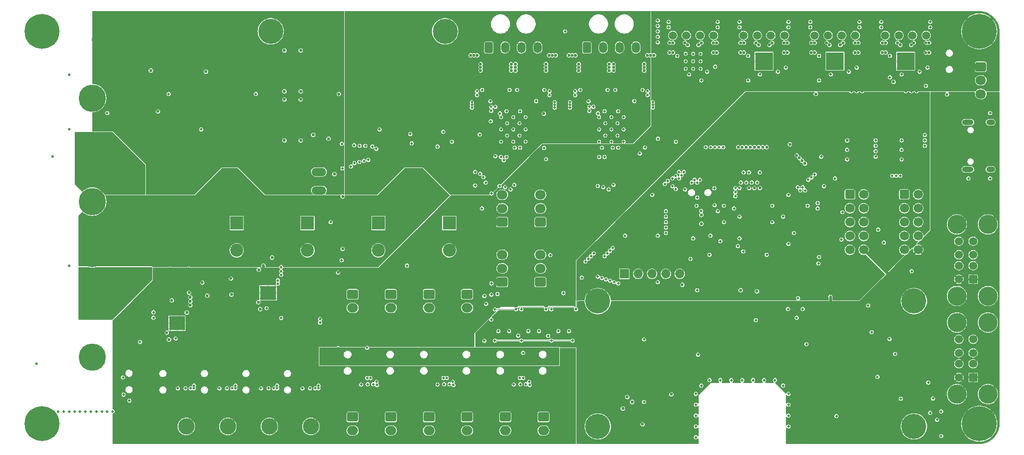
<source format=gbr>
%TF.GenerationSoftware,KiCad,Pcbnew,7.0.7-7.0.7~ubuntu22.04.1*%
%TF.CreationDate,2023-08-30T01:26:55-07:00*%
%TF.ProjectId,mainboard,6d61696e-626f-4617-9264-2e6b69636164,rev?*%
%TF.SameCoordinates,Original*%
%TF.FileFunction,Copper,L4,Bot*%
%TF.FilePolarity,Positive*%
%FSLAX46Y46*%
G04 Gerber Fmt 4.6, Leading zero omitted, Abs format (unit mm)*
G04 Created by KiCad (PCBNEW 7.0.7-7.0.7~ubuntu22.04.1) date 2023-08-30 01:26:55*
%MOMM*%
%LPD*%
G01*
G04 APERTURE LIST*
G04 Aperture macros list*
%AMRoundRect*
0 Rectangle with rounded corners*
0 $1 Rounding radius*
0 $2 $3 $4 $5 $6 $7 $8 $9 X,Y pos of 4 corners*
0 Add a 4 corners polygon primitive as box body*
4,1,4,$2,$3,$4,$5,$6,$7,$8,$9,$2,$3,0*
0 Add four circle primitives for the rounded corners*
1,1,$1+$1,$2,$3*
1,1,$1+$1,$4,$5*
1,1,$1+$1,$6,$7*
1,1,$1+$1,$8,$9*
0 Add four rect primitives between the rounded corners*
20,1,$1+$1,$2,$3,$4,$5,0*
20,1,$1+$1,$4,$5,$6,$7,0*
20,1,$1+$1,$6,$7,$8,$9,0*
20,1,$1+$1,$8,$9,$2,$3,0*%
G04 Aperture macros list end*
%TA.AperFunction,ComponentPad*%
%ADD10C,3.000000*%
%TD*%
%TA.AperFunction,ComponentPad*%
%ADD11O,2.700000X1.500000*%
%TD*%
%TA.AperFunction,ComponentPad*%
%ADD12O,1.500000X2.700000*%
%TD*%
%TA.AperFunction,ComponentPad*%
%ADD13C,1.500000*%
%TD*%
%TA.AperFunction,ComponentPad*%
%ADD14RoundRect,0.250001X-0.499999X-0.759999X0.499999X-0.759999X0.499999X0.759999X-0.499999X0.759999X0*%
%TD*%
%TA.AperFunction,ComponentPad*%
%ADD15O,1.500000X2.020000*%
%TD*%
%TA.AperFunction,ComponentPad*%
%ADD16C,0.500000*%
%TD*%
%TA.AperFunction,SMDPad,CuDef*%
%ADD17R,3.250000X3.250000*%
%TD*%
%TA.AperFunction,ComponentPad*%
%ADD18RoundRect,0.250000X-0.750000X0.600000X-0.750000X-0.600000X0.750000X-0.600000X0.750000X0.600000X0*%
%TD*%
%TA.AperFunction,ComponentPad*%
%ADD19O,2.000000X1.700000*%
%TD*%
%TA.AperFunction,ComponentPad*%
%ADD20O,2.100000X1.000000*%
%TD*%
%TA.AperFunction,ComponentPad*%
%ADD21O,1.600000X1.000000*%
%TD*%
%TA.AperFunction,ComponentPad*%
%ADD22RoundRect,0.250000X0.725000X-0.600000X0.725000X0.600000X-0.725000X0.600000X-0.725000X-0.600000X0*%
%TD*%
%TA.AperFunction,ComponentPad*%
%ADD23O,1.950000X1.700000*%
%TD*%
%TA.AperFunction,ComponentPad*%
%ADD24C,0.800000*%
%TD*%
%TA.AperFunction,ComponentPad*%
%ADD25C,6.400000*%
%TD*%
%TA.AperFunction,SMDPad,CuDef*%
%ADD26R,3.000000X2.600000*%
%TD*%
%TA.AperFunction,ComponentPad*%
%ADD27C,4.600000*%
%TD*%
%TA.AperFunction,ComponentPad*%
%ADD28C,5.000000*%
%TD*%
%TA.AperFunction,ComponentPad*%
%ADD29RoundRect,0.250000X-0.600000X-0.600000X0.600000X-0.600000X0.600000X0.600000X-0.600000X0.600000X0*%
%TD*%
%TA.AperFunction,ComponentPad*%
%ADD30C,1.700000*%
%TD*%
%TA.AperFunction,ComponentPad*%
%ADD31R,2.400000X2.400000*%
%TD*%
%TA.AperFunction,ComponentPad*%
%ADD32C,2.400000*%
%TD*%
%TA.AperFunction,ComponentPad*%
%ADD33RoundRect,0.250000X-0.725000X0.600000X-0.725000X-0.600000X0.725000X-0.600000X0.725000X0.600000X0*%
%TD*%
%TA.AperFunction,ComponentPad*%
%ADD34R,1.500000X1.500000*%
%TD*%
%TA.AperFunction,ComponentPad*%
%ADD35C,3.500000*%
%TD*%
%TA.AperFunction,ComponentPad*%
%ADD36R,1.700000X1.700000*%
%TD*%
%TA.AperFunction,ComponentPad*%
%ADD37O,1.700000X1.700000*%
%TD*%
%TA.AperFunction,ViaPad*%
%ADD38C,0.500000*%
%TD*%
%TA.AperFunction,ViaPad*%
%ADD39C,0.600000*%
%TD*%
%TA.AperFunction,Conductor*%
%ADD40C,0.100000*%
%TD*%
%TA.AperFunction,Conductor*%
%ADD41C,0.150000*%
%TD*%
%TA.AperFunction,Conductor*%
%ADD42C,0.500000*%
%TD*%
G04 APERTURE END LIST*
D10*
%TO.P,J17,1,Pin_1*%
%TO.N,+24V*%
X104215000Y-136500000D03*
%TO.P,J17,2,Pin_2*%
%TO.N,Net-(J17-Pin_2)*%
X108120000Y-136500000D03*
%TD*%
D11*
%TO.P,F4,1*%
%TO.N,Net-(J9-Pin_4)*%
X108100000Y-89800000D03*
X108100000Y-93200000D03*
%TO.P,F4,2*%
%TO.N,VMC*%
X117900000Y-89800000D03*
X117900000Y-93200000D03*
%TD*%
D12*
%TO.P,F6,1*%
%TO.N,/Bed_H+*%
X90050000Y-108650000D03*
X93450000Y-108650000D03*
%TO.P,F6,2*%
%TO.N,Net-(J9-Pin_4)*%
X90050000Y-98850000D03*
X93450000Y-98850000D03*
%TD*%
D13*
%TO.P,M4,1*%
%TO.N,/Motor 3 (TMC2208)/A2*%
X197250000Y-64755000D03*
%TO.P,M4,2,-*%
%TO.N,/Motor 3 (TMC2208)/A1*%
X194750000Y-64755000D03*
%TO.P,M4,3*%
%TO.N,/Motor 3 (TMC2208)/B1*%
X192250000Y-64755000D03*
%TO.P,M4,4*%
%TO.N,/Motor 3 (TMC2208)/B2*%
X189750000Y-64755000D03*
%TD*%
%TO.P,M2,1*%
%TO.N,/Motor 1 (TMC2208)/A2*%
X223250000Y-64755000D03*
%TO.P,M2,2,-*%
%TO.N,/Motor 1 (TMC2208)/A1*%
X220750000Y-64755000D03*
%TO.P,M2,3*%
%TO.N,/Motor 1 (TMC2208)/B1*%
X218250000Y-64755000D03*
%TO.P,M2,4*%
%TO.N,/Motor 1 (TMC2208)/B2*%
X215750000Y-64755000D03*
%TD*%
D14*
%TO.P,M6,1*%
%TO.N,/Motor 5 (TMCx160)/Motor_B1*%
X156000000Y-66970000D03*
D15*
%TO.P,M6,2,-*%
%TO.N,/Motor 5 (TMCx160)/Motor_B2*%
X159000000Y-66970000D03*
%TO.P,M6,3*%
%TO.N,/Motor 5 (TMCx160)/Motor_A1*%
X162000000Y-66970000D03*
%TO.P,M6,4*%
%TO.N,/Motor 5 (TMCx160)/Motor_A2*%
X165000000Y-66970000D03*
%TD*%
D16*
%TO.P,U2,29,Pad*%
%TO.N,GND*%
X231125000Y-68125000D03*
X231125000Y-69500000D03*
X231125000Y-70875000D03*
X232500000Y-68125000D03*
X232500000Y-69500000D03*
D17*
X232500000Y-69500000D03*
D16*
X232500000Y-70875000D03*
X233875000Y-68125000D03*
X233875000Y-69500000D03*
X233875000Y-70875000D03*
%TD*%
D18*
%TO.P,J25,1,Pin_1*%
%TO.N,/Th_{1}*%
X138025000Y-112250000D03*
D19*
%TO.P,J25,2,Pin_2*%
%TO.N,GND*%
X138025000Y-114750000D03*
%TD*%
D20*
%TO.P,J1,S1,SHIELD*%
%TO.N,GND*%
X243895000Y-89320000D03*
D21*
X248075000Y-89320000D03*
D20*
X243895000Y-80680000D03*
D21*
X248075000Y-80680000D03*
%TD*%
D18*
%TO.P,J23,1,Pin_1*%
%TO.N,/Th_{0}*%
X131025000Y-112250000D03*
D19*
%TO.P,J23,2,Pin_2*%
%TO.N,GND*%
X131025000Y-114750000D03*
%TD*%
D22*
%TO.P,J3,1,Pin_1*%
%TO.N,+3.3V*%
X165475000Y-99000000D03*
D23*
%TO.P,J3,2,Pin_2*%
%TO.N,GND*%
X165475000Y-96500000D03*
%TO.P,J3,3,Pin_3*%
%TO.N,/ES0*%
X165475000Y-94000000D03*
%TD*%
D18*
%TO.P,J15,1,Pin_1*%
%TO.N,Net-(J15-Pin_1)*%
X138024998Y-134750000D03*
D19*
%TO.P,J15,2,Pin_2*%
%TO.N,Net-(J15-Pin_2)*%
X138024998Y-137250000D03*
%TD*%
D11*
%TO.P,F5,1*%
%TO.N,+48V*%
X91350000Y-89800000D03*
X91350000Y-93200000D03*
%TO.P,F5,2*%
%TO.N,VMC*%
X101150000Y-89800000D03*
X101150000Y-93200000D03*
%TD*%
D22*
%TO.P,J4,1,Pin_1*%
%TO.N,+3.3V*%
X158475000Y-99000000D03*
D23*
%TO.P,J4,2,Pin_2*%
%TO.N,GND*%
X158475000Y-96500000D03*
%TO.P,J4,3,Pin_3*%
%TO.N,/ES1*%
X158475000Y-94000000D03*
%TD*%
D24*
%TO.P,H4,1*%
%TO.N,N/C*%
X243600000Y-136000000D03*
X244302944Y-134302944D03*
X244302944Y-137697056D03*
X246000000Y-133600000D03*
D25*
X246000000Y-136000000D03*
D24*
X246000000Y-138400000D03*
X247697056Y-134302944D03*
X247697056Y-137697056D03*
X248400000Y-136000000D03*
%TD*%
D13*
%TO.P,M3,1*%
%TO.N,/Motor 2 (TMC2208)/A2*%
X210250000Y-64755000D03*
%TO.P,M3,2,-*%
%TO.N,/Motor 2 (TMC2208)/A1*%
X207750000Y-64755000D03*
%TO.P,M3,3*%
%TO.N,/Motor 2 (TMC2208)/B1*%
X205250000Y-64755000D03*
%TO.P,M3,4*%
%TO.N,/Motor 2 (TMC2208)/B2*%
X202750000Y-64755000D03*
%TD*%
D16*
%TO.P,U8,13,EP*%
%TO.N,GND*%
X116750000Y-110950000D03*
X115500000Y-110950000D03*
X114250000Y-110950000D03*
X116750000Y-112000000D03*
X115500000Y-112000000D03*
D26*
X115500000Y-112000000D03*
D16*
X114250000Y-112000000D03*
X116750000Y-113050000D03*
X115500000Y-113050000D03*
X114250000Y-113050000D03*
%TD*%
D13*
%TO.P,M1,1*%
%TO.N,/Motor 0 (TMC2208)/A2*%
X236250000Y-64755000D03*
%TO.P,M1,2,-*%
%TO.N,/Motor 0 (TMC2208)/A1*%
X233750000Y-64755000D03*
%TO.P,M1,3*%
%TO.N,/Motor 0 (TMC2208)/B1*%
X231250000Y-64755000D03*
%TO.P,M1,4*%
%TO.N,/Motor 0 (TMC2208)/B2*%
X228750000Y-64755000D03*
%TD*%
D27*
%TO.P,H11,1,1*%
%TO.N,GND*%
X176000000Y-113500000D03*
%TD*%
D10*
%TO.P,J18,1,Pin_1*%
%TO.N,+24V*%
X96595000Y-136500000D03*
%TO.P,J18,2,Pin_2*%
%TO.N,Net-(J18-Pin_2)*%
X100500000Y-136500000D03*
%TD*%
D27*
%TO.P,H10,1,1*%
%TO.N,GND*%
X148000000Y-64000000D03*
%TD*%
D10*
%TO.P,J19,1,Pin_1*%
%TO.N,+24V*%
X111845000Y-136500000D03*
%TO.P,J19,2,Pin_2*%
%TO.N,Net-(J19-Pin_2)*%
X115750000Y-136500000D03*
%TD*%
D28*
%TO.P,J9,1,Pin_1*%
%TO.N,GND*%
X83250000Y-76250000D03*
%TO.P,J9,2,Pin_2*%
%TO.N,+48V*%
X83250000Y-85750000D03*
%TO.P,J9,3,Pin_3*%
%TO.N,GND*%
X83250000Y-95250000D03*
%TO.P,J9,4,Pin_4*%
%TO.N,Net-(J9-Pin_4)*%
X83250000Y-104750000D03*
%TO.P,J9,5,Pin_5*%
%TO.N,/Bed_H+*%
X83250000Y-114250000D03*
%TO.P,J9,6,Pin_6*%
%TO.N,/Bed_H-*%
X83250000Y-123750000D03*
%TD*%
D27*
%TO.P,H8,1,1*%
%TO.N,GND*%
X234000000Y-136500000D03*
%TD*%
D16*
%TO.P,U4,29,Pad*%
%TO.N,GND*%
X205125000Y-68125000D03*
X205125000Y-69500000D03*
X205125000Y-70875000D03*
X206500000Y-68125000D03*
X206500000Y-69500000D03*
D17*
X206500000Y-69500000D03*
D16*
X206500000Y-70875000D03*
X207875000Y-68125000D03*
X207875000Y-69500000D03*
X207875000Y-70875000D03*
%TD*%
D18*
%TO.P,J8,1,Pin_1*%
%TO.N,Net-(J8-Pin_1)*%
X131025000Y-134750000D03*
D19*
%TO.P,J8,2,Pin_2*%
%TO.N,Net-(J8-Pin_2)*%
X131025000Y-137250000D03*
%TD*%
D27*
%TO.P,H12,1,1*%
%TO.N,GND*%
X176000000Y-136500000D03*
%TD*%
%TO.P,H9,1,1*%
%TO.N,VMC*%
X124000000Y-64000000D03*
%TD*%
D18*
%TO.P,J27,1,Pin_1*%
%TO.N,/Th_{3}*%
X152025000Y-112250000D03*
D19*
%TO.P,J27,2,Pin_2*%
%TO.N,GND*%
X152025000Y-114750000D03*
%TD*%
D14*
%TO.P,M5,1*%
%TO.N,/Motor 4 (TMCx160)/Motor_B1*%
X174000000Y-66970000D03*
D15*
%TO.P,M5,2,-*%
%TO.N,/Motor 4 (TMCx160)/Motor_B2*%
X177000000Y-66970000D03*
%TO.P,M5,3*%
%TO.N,/Motor 4 (TMCx160)/Motor_A1*%
X180000000Y-66970000D03*
%TO.P,M5,4*%
%TO.N,/Motor 4 (TMCx160)/Motor_A2*%
X183000000Y-66970000D03*
%TD*%
D18*
%TO.P,J7,1,Pin_1*%
%TO.N,Net-(J7-Pin_1)*%
X145025000Y-134750000D03*
D19*
%TO.P,J7,2,Pin_2*%
%TO.N,Net-(J7-Pin_2)*%
X145025000Y-137250000D03*
%TD*%
D16*
%TO.P,U5,29,Pad*%
%TO.N,GND*%
X192125000Y-68125000D03*
X192125000Y-69500000D03*
X192125000Y-70875000D03*
X193500000Y-68125000D03*
X193500000Y-69500000D03*
X193500000Y-70875000D03*
X194875000Y-68125000D03*
X194875000Y-69500000D03*
X194875000Y-70875000D03*
%TD*%
D18*
%TO.P,J14,1,Pin_1*%
%TO.N,Net-(J14-Pin_1)*%
X152024998Y-134750000D03*
D19*
%TO.P,J14,2,Pin_2*%
%TO.N,Net-(J14-Pin_2)*%
X152024998Y-137250000D03*
%TD*%
D11*
%TO.P,F3,1*%
%TO.N,+48V*%
X124850000Y-89800000D03*
X124850000Y-93200000D03*
%TO.P,F3,2*%
%TO.N,VMB*%
X134650000Y-89800000D03*
X134650000Y-93200000D03*
%TD*%
D29*
%TO.P,J11,1,Pin_1*%
%TO.N,/MISO_{3}*%
X232247500Y-93920000D03*
D30*
%TO.P,J11,2,Pin_2*%
%TO.N,/SClk_{3}*%
X234787500Y-93920000D03*
%TO.P,J11,3,Pin_3*%
%TO.N,/Btn_En2*%
X232247500Y-96460000D03*
%TO.P,J11,4,Pin_4*%
%TO.N,/SD_CS*%
X234787500Y-96460000D03*
%TO.P,J11,5,Pin_5*%
%TO.N,/Btn_En1*%
X232247500Y-99000000D03*
%TO.P,J11,6,Pin_6*%
%TO.N,/MOSI_{3}*%
X234787500Y-99000000D03*
%TO.P,J11,7,Pin_7*%
%TO.N,/SD_Det*%
X232247500Y-101540000D03*
%TO.P,J11,8,Pin_8*%
%TO.N,/~{Reset}*%
X234787500Y-101540000D03*
%TO.P,J11,9,Pin_9*%
%TO.N,GND*%
X232247500Y-104080000D03*
%TO.P,J11,10,Pin_10*%
%TO.N,+5V*%
X234787500Y-104080000D03*
%TD*%
D22*
%TO.P,J6,1,Pin_1*%
%TO.N,+3.3V*%
X158475000Y-110000000D03*
D23*
%TO.P,J6,2,Pin_2*%
%TO.N,GND*%
X158475000Y-107500000D03*
%TO.P,J6,3,Pin_3*%
%TO.N,/ES3*%
X158475000Y-105000000D03*
%TD*%
D27*
%TO.P,H7,1,1*%
%TO.N,GND*%
X234000000Y-113500000D03*
%TD*%
D10*
%TO.P,J20,1,Pin_1*%
%TO.N,+24V*%
X119455000Y-136500000D03*
%TO.P,J20,2,Pin_2*%
%TO.N,Net-(J20-Pin_2)*%
X123360000Y-136500000D03*
%TD*%
D31*
%TO.P,C9,1*%
%TO.N,VMC*%
X122750000Y-99176041D03*
D32*
%TO.P,C9,2*%
%TO.N,GND*%
X122750000Y-104176041D03*
%TD*%
D22*
%TO.P,J5,1,Pin_1*%
%TO.N,+3.3V*%
X165475000Y-110000000D03*
D23*
%TO.P,J5,2,Pin_2*%
%TO.N,GND*%
X165475000Y-107500000D03*
%TO.P,J5,3,Pin_3*%
%TO.N,/ES2*%
X165475000Y-105000000D03*
%TD*%
D27*
%TO.P,H6,1,1*%
%TO.N,GND*%
X116000000Y-64000000D03*
%TD*%
D29*
%TO.P,J10,1,Pin_1*%
%TO.N,/Buzzer*%
X222247500Y-93920000D03*
D30*
%TO.P,J10,2,Pin_2*%
%TO.N,/Btn_Enc*%
X224787500Y-93920000D03*
%TO.P,J10,3,Pin_3*%
%TO.N,/LCD_En*%
X222247500Y-96460000D03*
%TO.P,J10,4,Pin_4*%
%TO.N,/LCD_Rs*%
X224787500Y-96460000D03*
%TO.P,J10,5,Pin_5*%
%TO.N,/LCD_D4*%
X222247500Y-99000000D03*
%TO.P,J10,6,Pin_6*%
%TO.N,/LCD_D5*%
X224787500Y-99000000D03*
%TO.P,J10,7,Pin_7*%
%TO.N,/LCD_D6*%
X222247500Y-101540000D03*
%TO.P,J10,8,Pin_8*%
%TO.N,/LCD_D7*%
X224787500Y-101540000D03*
%TO.P,J10,9,Pin_9*%
%TO.N,GND*%
X222247500Y-104080000D03*
%TO.P,J10,10,Pin_10*%
%TO.N,+5V*%
X224787500Y-104080000D03*
%TD*%
D31*
%TO.P,C33,1*%
%TO.N,VMB*%
X135750000Y-99176041D03*
D32*
%TO.P,C33,2*%
%TO.N,GND*%
X135750000Y-104176041D03*
%TD*%
D16*
%TO.P,U3,29,Pad*%
%TO.N,GND*%
X218125000Y-68125000D03*
X218125000Y-69500000D03*
X218125000Y-70875000D03*
X219500000Y-68125000D03*
X219500000Y-69500000D03*
D17*
X219500000Y-69500000D03*
D16*
X219500000Y-70875000D03*
X220875000Y-68125000D03*
X220875000Y-69500000D03*
X220875000Y-70875000D03*
%TD*%
D33*
%TO.P,J24,1,Pin_1*%
%TO.N,Net-(J24-Pin_1)*%
X246275000Y-70500000D03*
D23*
%TO.P,J24,2,Pin_2*%
%TO.N,GND*%
X246275000Y-73000000D03*
%TO.P,J24,3,Pin_3*%
%TO.N,Net-(J24-Pin_3)*%
X246275000Y-75500000D03*
%TD*%
D27*
%TO.P,H5,1,1*%
%TO.N,VMC*%
X92000000Y-64000000D03*
%TD*%
D18*
%TO.P,J16,1,Pin_1*%
%TO.N,Net-(J16-Pin_1)*%
X166024997Y-134750000D03*
D19*
%TO.P,J16,2,Pin_2*%
%TO.N,Net-(J16-Pin_2)*%
X166024997Y-137250000D03*
%TD*%
D12*
%TO.P,F1,1*%
%TO.N,Net-(J9-Pin_4)*%
X100950000Y-98850000D03*
X97550000Y-98850000D03*
%TO.P,F1,2*%
%TO.N,+24V*%
X100950000Y-108650000D03*
X97550000Y-108650000D03*
%TD*%
D34*
%TO.P,J13,1,VBUS1*%
%TO.N,+5V*%
X244857685Y-109500002D03*
D13*
%TO.P,J13,2,D1-*%
%TO.N,Net-(J13-D1-)*%
X244857685Y-107000002D03*
%TO.P,J13,3,D1+*%
%TO.N,Net-(J13-D1+)*%
X244857685Y-105000002D03*
%TO.P,J13,4,GND1*%
%TO.N,GND*%
X244857685Y-102500002D03*
%TO.P,J13,5,VBUS2*%
%TO.N,+5V*%
X242237685Y-109500002D03*
%TO.P,J13,6,D2-*%
%TO.N,Net-(J13-D2-)*%
X242237685Y-107000002D03*
%TO.P,J13,7,D2+*%
%TO.N,Net-(J13-D2+)*%
X242237685Y-105000002D03*
%TO.P,J13,8,GND2*%
%TO.N,GND*%
X242237685Y-102500002D03*
D35*
%TO.P,J13,9,Shield*%
X247567685Y-112570002D03*
X247567685Y-99430002D03*
X241887685Y-112570002D03*
X241887685Y-99430002D03*
%TD*%
D18*
%TO.P,J12,1,Pin_1*%
%TO.N,Net-(J12-Pin_1)*%
X159024999Y-134750000D03*
D19*
%TO.P,J12,2,Pin_2*%
%TO.N,Net-(J12-Pin_2)*%
X159024999Y-137250000D03*
%TD*%
D31*
%TO.P,C27,1*%
%TO.N,VMB*%
X148750000Y-99176041D03*
D32*
%TO.P,C27,2*%
%TO.N,GND*%
X148750000Y-104176041D03*
%TD*%
D16*
%TO.P,U11,13,EP*%
%TO.N,GND*%
X100050000Y-116500000D03*
X98800000Y-116500000D03*
X97550000Y-116500000D03*
X100050000Y-117550000D03*
X98800000Y-117550000D03*
D26*
X98800000Y-117550000D03*
D16*
X97550000Y-117550000D03*
X100050000Y-118600000D03*
X98800000Y-118600000D03*
X97550000Y-118600000D03*
%TD*%
D18*
%TO.P,J26,1,Pin_1*%
%TO.N,/Th_{2}*%
X145025000Y-112250000D03*
D19*
%TO.P,J26,2,Pin_2*%
%TO.N,GND*%
X145025000Y-114750000D03*
%TD*%
D24*
%TO.P,H1,1*%
%TO.N,N/C*%
X71600000Y-64000000D03*
X72302944Y-62302944D03*
X72302944Y-65697056D03*
X74000000Y-61600000D03*
D25*
X74000000Y-64000000D03*
D24*
X74000000Y-66400000D03*
X75697056Y-62302944D03*
X75697056Y-65697056D03*
X76400000Y-64000000D03*
%TD*%
D11*
%TO.P,F2,1*%
%TO.N,Net-(J9-Pin_4)*%
X141600000Y-89800000D03*
X141600000Y-93200000D03*
%TO.P,F2,2*%
%TO.N,VMB*%
X151400000Y-89800000D03*
X151400000Y-93200000D03*
%TD*%
D36*
%TO.P,J2,1,Pin_1*%
%TO.N,+5V*%
X180870001Y-108500000D03*
D37*
%TO.P,J2,2,Pin_2*%
X183410001Y-108500000D03*
%TO.P,J2,3,Pin_3*%
%TO.N,GND*%
X185950001Y-108500000D03*
%TO.P,J2,4,Pin_4*%
%TO.N,/USART_{3}_RX*%
X188490001Y-108500000D03*
%TO.P,J2,5,Pin_5*%
%TO.N,/USART_{3}_TX*%
X191030001Y-108500000D03*
%TD*%
D16*
%TO.P,U6,49,EP*%
%TO.N,GND*%
X176250000Y-79750000D03*
X176250000Y-82000000D03*
X176250000Y-84250000D03*
X177375000Y-80875000D03*
X177375000Y-83125000D03*
X178500000Y-79750000D03*
X178500000Y-82000000D03*
X178500000Y-84250000D03*
X179625000Y-80875000D03*
X179625000Y-83125000D03*
X180750000Y-79750000D03*
X180750000Y-82000000D03*
X180750000Y-84250000D03*
%TD*%
D24*
%TO.P,H2,1*%
%TO.N,N/C*%
X71600000Y-136000000D03*
X72302944Y-134302944D03*
X72302944Y-137697056D03*
X74000000Y-133600000D03*
D25*
X74000000Y-136000000D03*
D24*
X74000000Y-138400000D03*
X75697056Y-134302944D03*
X75697056Y-137697056D03*
X76400000Y-136000000D03*
%TD*%
%TO.P,H3,1*%
%TO.N,N/C*%
X243600000Y-64000000D03*
X244302944Y-62302944D03*
X244302944Y-65697056D03*
X246000000Y-61600000D03*
D25*
X246000000Y-64000000D03*
D24*
X246000000Y-66400000D03*
X247697056Y-62302944D03*
X247697056Y-65697056D03*
X248400000Y-64000000D03*
%TD*%
D16*
%TO.P,U7,49,EP*%
%TO.N,GND*%
X158250000Y-79750000D03*
X158250000Y-82000000D03*
X158250000Y-84250000D03*
X159375000Y-80875000D03*
X159375000Y-83125000D03*
X160500000Y-79750000D03*
X160500000Y-82000000D03*
X160500000Y-84250000D03*
X161625000Y-80875000D03*
X161625000Y-83125000D03*
X162750000Y-79750000D03*
X162750000Y-82000000D03*
X162750000Y-84250000D03*
%TD*%
D34*
%TO.P,J21,1,VBUS1*%
%TO.N,+5V*%
X244857685Y-127500002D03*
D13*
%TO.P,J21,2,D1-*%
%TO.N,Net-(J21-D1-)*%
X244857685Y-125000002D03*
%TO.P,J21,3,D1+*%
%TO.N,Net-(J21-D1+)*%
X244857685Y-123000002D03*
%TO.P,J21,4,GND1*%
%TO.N,GND*%
X244857685Y-120500002D03*
%TO.P,J21,5,VBUS2*%
%TO.N,+5V*%
X242237685Y-127500002D03*
%TO.P,J21,6,D2-*%
%TO.N,Net-(J21-D2-)*%
X242237685Y-125000002D03*
%TO.P,J21,7,D2+*%
%TO.N,Net-(J21-D2+)*%
X242237685Y-123000002D03*
%TO.P,J21,8,GND2*%
%TO.N,GND*%
X242237685Y-120500002D03*
D35*
%TO.P,J21,9,Shield*%
X247567685Y-130570002D03*
X247567685Y-117430002D03*
X241887685Y-130570002D03*
X241887685Y-117430002D03*
%TD*%
D31*
%TO.P,C7,1*%
%TO.N,VMC*%
X109750000Y-99176041D03*
D32*
%TO.P,C7,2*%
%TO.N,GND*%
X109750000Y-104176041D03*
%TD*%
D38*
%TO.N,GND*%
X141600000Y-82850000D03*
D39*
X170700000Y-68400000D03*
D38*
X141000000Y-107000000D03*
X211000000Y-132500000D03*
X141850000Y-84550000D03*
X236650000Y-128450000D03*
X188500000Y-97000000D03*
X211000000Y-94000000D03*
D39*
X101250000Y-114250000D03*
D38*
X117900000Y-108700000D03*
X90050000Y-131750000D03*
X244000000Y-91000000D03*
X133675000Y-122050000D03*
X194100000Y-96000000D03*
D39*
X116250000Y-105500000D03*
D38*
X147799998Y-128750000D03*
X161400000Y-119850000D03*
X211000000Y-62250000D03*
X231750000Y-87500000D03*
X193500000Y-102000000D03*
D39*
X95300000Y-78700000D03*
D38*
X195000000Y-129000000D03*
X236000000Y-84000000D03*
X117900000Y-107250000D03*
X202000000Y-102000000D03*
D39*
X100600000Y-115600000D03*
D38*
X103250000Y-82000000D03*
D39*
X202200000Y-111500000D03*
X221750000Y-84000000D03*
D38*
X215000000Y-63250000D03*
D39*
X195000000Y-97700000D03*
D38*
X181000000Y-101500000D03*
D39*
X210200000Y-67900000D03*
D38*
X194250000Y-94500000D03*
D39*
X205200000Y-111700000D03*
D38*
X79000000Y-107000000D03*
X202000000Y-62250000D03*
D39*
X211250000Y-84750000D03*
D38*
X194000000Y-138500000D03*
X78000000Y-133750000D03*
X86000000Y-79000000D03*
X202250000Y-91750000D03*
X152900000Y-78000000D03*
D39*
X104100000Y-71400000D03*
X168300000Y-68400000D03*
D38*
X202000000Y-63250000D03*
D39*
X121500000Y-76500000D03*
D38*
X188500000Y-100000000D03*
D39*
X152700000Y-68400000D03*
D38*
X85000000Y-133750000D03*
X81000000Y-133750000D03*
X92000000Y-121000000D03*
X227000000Y-84000000D03*
X201700000Y-103400000D03*
X166500000Y-87450000D03*
D39*
X228800000Y-67900000D03*
D38*
X210000000Y-129000000D03*
X187000000Y-65000000D03*
X117300000Y-110300000D03*
X154750000Y-96500000D03*
X123210000Y-129500000D03*
X208000000Y-99000000D03*
D39*
X180600000Y-133200000D03*
X118500000Y-84000000D03*
D38*
X194000000Y-136500000D03*
D39*
X118500000Y-67500000D03*
X181400000Y-131100000D03*
X223800000Y-67900000D03*
D38*
X152900000Y-77500000D03*
D39*
X101000000Y-111950000D03*
D38*
X148799998Y-128750000D03*
X240100000Y-75600000D03*
D39*
X167100000Y-68400000D03*
D38*
X204500000Y-128000000D03*
D39*
X113800000Y-107750000D03*
D38*
X134299998Y-127600000D03*
X113250000Y-75500000D03*
X194000000Y-132500000D03*
D39*
X189500000Y-130600000D03*
D38*
X210900000Y-114950000D03*
X76000000Y-87000000D03*
X149250000Y-84250000D03*
X160750000Y-85350000D03*
X129050000Y-84650000D03*
D39*
X108800000Y-112300000D03*
D38*
X98950000Y-129500000D03*
X187000000Y-101500000D03*
D39*
X171300000Y-68400000D03*
D38*
X168100000Y-77000000D03*
X187000000Y-110000000D03*
D39*
X197800000Y-67900000D03*
D38*
X117300000Y-109700000D03*
X226250000Y-119200000D03*
X129000000Y-106000000D03*
X208000000Y-96000000D03*
X225600000Y-114300000D03*
X166900000Y-119875000D03*
X187000000Y-63000000D03*
X194400000Y-123300000D03*
X168100000Y-77500000D03*
X170900000Y-77500000D03*
X170900000Y-77000000D03*
X162300000Y-123000000D03*
D39*
X185700000Y-68400000D03*
D38*
X134799998Y-128750000D03*
X236000000Y-83000000D03*
D39*
X153300000Y-68400000D03*
D38*
X216500000Y-106600000D03*
X73000000Y-125000000D03*
X124760000Y-129500000D03*
X114200000Y-129500000D03*
X187000000Y-66000000D03*
D39*
X101250000Y-112800000D03*
D38*
X86000000Y-133750000D03*
D39*
X189200000Y-67900000D03*
D38*
X227000000Y-86000000D03*
X183700000Y-86400000D03*
X115600000Y-129500000D03*
X189000000Y-62250000D03*
X188500000Y-99000000D03*
X231750000Y-85750000D03*
X169700000Y-112025000D03*
D39*
X123800000Y-83000000D03*
D38*
X231750000Y-84000000D03*
X163499997Y-128900000D03*
X94500000Y-116550000D03*
D39*
X129200000Y-103900000D03*
D38*
X129150000Y-89150000D03*
X79000000Y-82000000D03*
D39*
X101250000Y-113550000D03*
D38*
X170900000Y-78000000D03*
D39*
X202800000Y-67900000D03*
D38*
X217500000Y-92400000D03*
X184500000Y-120500000D03*
D39*
X97326468Y-120549500D03*
D38*
X193000000Y-105750000D03*
X215000000Y-62250000D03*
D39*
X126600000Y-83700000D03*
D38*
X178750000Y-85350000D03*
X213600000Y-114950000D03*
D39*
X202200000Y-67900000D03*
D38*
X188500000Y-98000000D03*
X200500000Y-128000000D03*
X87000000Y-133750000D03*
X173075000Y-109200000D03*
X101900000Y-129000000D03*
X168100000Y-78000000D03*
X228000000Y-63250000D03*
X133799998Y-128750000D03*
X135950000Y-82000000D03*
X211000000Y-134500000D03*
X186100000Y-77500000D03*
X121810000Y-129500000D03*
X220700000Y-102200000D03*
X117900000Y-108000000D03*
X77000000Y-133750000D03*
D39*
X167700000Y-68400000D03*
D38*
X220900000Y-97200000D03*
D39*
X129200000Y-94300000D03*
D38*
X157600000Y-112200000D03*
X152900000Y-77000000D03*
X162799997Y-128750000D03*
X107970000Y-129500000D03*
X219500000Y-91000000D03*
X125050000Y-117450000D03*
X212500000Y-116550000D03*
X149399998Y-128300000D03*
D39*
X228200000Y-67900000D03*
D38*
X135499998Y-128900000D03*
D39*
X189800000Y-67900000D03*
D38*
X155500000Y-114000000D03*
X227450000Y-100400000D03*
D39*
X223200000Y-67900000D03*
D38*
X109520000Y-129000000D03*
X148299998Y-127600000D03*
D39*
X108700000Y-109350000D03*
X128500000Y-75500000D03*
D38*
X211000000Y-136500000D03*
D39*
X186300000Y-68400000D03*
X230250000Y-73250000D03*
D38*
X106570000Y-129500000D03*
X160599997Y-128800000D03*
X117150000Y-129500000D03*
X228000000Y-62250000D03*
X162299997Y-127600000D03*
X187000000Y-62000000D03*
X117150000Y-129000000D03*
X224000000Y-62250000D03*
X217000000Y-87000000D03*
X221750000Y-87500000D03*
X189000000Y-63250000D03*
D39*
X121500000Y-84000000D03*
D38*
X154350000Y-82950000D03*
X186000000Y-94000000D03*
X124160000Y-129500000D03*
X117900000Y-116600000D03*
X198000000Y-63250000D03*
X210000000Y-98000000D03*
X227300000Y-127400000D03*
X198500000Y-128000000D03*
X124760000Y-129000000D03*
D39*
X94000000Y-71200000D03*
D38*
X205000000Y-117000000D03*
D39*
X97850000Y-113350000D03*
D38*
X219800000Y-134600000D03*
X101300000Y-129500000D03*
D39*
X236800000Y-67900000D03*
D38*
X186100000Y-77000000D03*
D39*
X104350000Y-112500000D03*
D38*
X84000000Y-133750000D03*
X127000000Y-99000000D03*
X202000000Y-98000000D03*
D39*
X215200000Y-67900000D03*
X171900000Y-68400000D03*
D38*
X198025000Y-96975000D03*
X82000000Y-133750000D03*
X166150000Y-85400000D03*
X211000000Y-63250000D03*
D39*
X127700000Y-90200000D03*
D38*
X187000000Y-64000000D03*
D39*
X184200000Y-136100000D03*
D38*
X237500000Y-131350000D03*
X133699998Y-127600000D03*
X236200000Y-74000000D03*
X227000000Y-85000000D03*
X153500000Y-92300000D03*
D39*
X215800000Y-67900000D03*
D38*
X214300000Y-121400000D03*
X194000000Y-134500000D03*
D39*
X197200000Y-67900000D03*
X153900000Y-68400000D03*
X121500000Y-67500000D03*
D38*
X109520000Y-129500000D03*
X187050000Y-83700000D03*
X88900000Y-127500000D03*
X149499998Y-128900000D03*
X161699997Y-127600000D03*
X89000000Y-130650000D03*
X231600000Y-131400000D03*
D39*
X195000000Y-99300000D03*
D38*
X79000000Y-133750000D03*
X94500000Y-115550000D03*
X147650000Y-82450000D03*
D39*
X128350000Y-108250000D03*
D38*
X206500000Y-128000000D03*
X167300000Y-105050000D03*
X147699998Y-127600000D03*
D39*
X216000000Y-75500000D03*
D38*
X163399997Y-128300000D03*
X196500000Y-105000000D03*
X237000000Y-62250000D03*
D39*
X114046518Y-114974037D03*
D38*
X237000000Y-63250000D03*
X116550000Y-129500000D03*
X161799997Y-128750000D03*
D39*
X182300000Y-132000000D03*
D38*
X100350000Y-129500000D03*
X184500000Y-132000000D03*
D39*
X185100000Y-68400000D03*
D38*
X212750000Y-112950000D03*
X192000000Y-93000000D03*
D39*
X210800000Y-67900000D03*
D38*
X211000000Y-103000000D03*
X170000000Y-64000000D03*
X211000000Y-130500000D03*
X198000000Y-62250000D03*
D39*
X118500000Y-75000000D03*
D38*
X212000000Y-101000000D03*
X146599998Y-128800000D03*
X194950000Y-96950000D03*
X221750000Y-85750000D03*
X216600000Y-105400000D03*
X198500000Y-102500000D03*
X248000000Y-91000000D03*
X188500000Y-101000000D03*
X227000000Y-87000000D03*
X202500000Y-128000000D03*
X184650000Y-85300000D03*
X83000000Y-133750000D03*
X135399998Y-128300000D03*
X186100000Y-78000000D03*
X80000000Y-133750000D03*
X194000000Y-130500000D03*
D39*
X118500000Y-76500000D03*
D38*
X155200000Y-112550000D03*
D39*
X236200000Y-67900000D03*
D38*
X248000000Y-79000000D03*
X146600000Y-85150000D03*
X108920000Y-129500000D03*
D39*
X103450000Y-110100000D03*
D38*
X190350000Y-84250000D03*
X236000000Y-85000000D03*
X194250000Y-111500000D03*
X132599998Y-128800000D03*
X224000000Y-63250000D03*
X208500000Y-128000000D03*
X79000000Y-72000000D03*
X233600000Y-108000000D03*
X101900000Y-129500000D03*
X125050000Y-116800000D03*
X97250000Y-75500000D03*
D39*
X121500000Y-75000000D03*
D38*
X155175000Y-120775000D03*
X196500000Y-128000000D03*
%TO.N,+3.3V*%
X192280756Y-100272973D03*
D39*
X231750000Y-75450000D03*
D38*
X197550000Y-70500000D03*
X196500000Y-84100000D03*
X199150000Y-97500000D03*
D39*
X205750000Y-75450000D03*
D38*
X235050000Y-71400000D03*
X157125000Y-120750000D03*
D39*
X218750000Y-76500000D03*
D38*
X188500000Y-102000000D03*
X201025000Y-105000000D03*
X166525000Y-115000000D03*
X222050000Y-71400000D03*
X217300000Y-107150000D03*
X197800000Y-91550000D03*
X216350000Y-92500000D03*
X209050000Y-71400000D03*
X133900000Y-87575000D03*
X179750000Y-85350000D03*
X192400000Y-97999999D03*
X160675000Y-92175000D03*
X192400000Y-99000000D03*
X187550000Y-92150000D03*
X172750000Y-107250000D03*
X202750000Y-105250000D03*
X161025000Y-115000000D03*
X192750000Y-71900000D03*
X201000000Y-102750000D03*
X231750000Y-71900000D03*
X201750000Y-89900000D03*
X167475000Y-120750000D03*
X236500000Y-86750000D03*
X229520000Y-120440000D03*
X216850000Y-107600000D03*
X213750000Y-107100000D03*
X225760000Y-110960000D03*
X201000000Y-95000000D03*
X171375000Y-120750000D03*
X192400000Y-97000000D03*
X172025000Y-115000000D03*
X178875000Y-92150000D03*
X161750000Y-85350000D03*
X223500000Y-70650000D03*
X161975000Y-120750000D03*
X205750000Y-71900000D03*
X135350000Y-85550000D03*
X157125000Y-115000000D03*
X218750000Y-71900000D03*
X230550000Y-123180000D03*
X210500000Y-70650000D03*
X236500000Y-70650000D03*
X196050000Y-71400000D03*
%TO.N,VMB*%
X157300001Y-73550000D03*
X164900000Y-74500000D03*
D39*
X153600000Y-79600000D03*
D38*
X181100000Y-73075000D03*
X175900000Y-73075000D03*
X174100000Y-72600000D03*
D39*
X154800000Y-79600000D03*
D38*
X162500000Y-73550000D03*
X182900000Y-74500000D03*
X174100000Y-73549999D03*
D39*
X184200000Y-81150000D03*
X171600000Y-79600000D03*
D38*
X181100000Y-74025000D03*
X180500000Y-72600000D03*
X174700000Y-73075000D03*
X163700000Y-73550000D03*
X180500000Y-73550000D03*
X158500000Y-72600000D03*
X180500000Y-74500000D03*
X156100000Y-72600000D03*
X164300000Y-73075000D03*
X174700000Y-74025000D03*
X163700000Y-74500000D03*
X162500000Y-72600000D03*
X182900000Y-73550000D03*
X175300000Y-72600000D03*
X176500000Y-74500000D03*
X182900000Y-72600000D03*
D39*
X167400000Y-81150000D03*
D38*
X162500000Y-74500000D03*
X156100000Y-73549999D03*
X158500000Y-73550000D03*
X176500000Y-73550000D03*
X164900000Y-72600000D03*
X182300000Y-73075000D03*
X156700000Y-74025000D03*
X164900000Y-73550000D03*
X157300000Y-72600000D03*
D39*
X172800000Y-79600000D03*
D38*
X164300000Y-74025000D03*
X182300000Y-74025000D03*
X181700000Y-74500000D03*
X163100000Y-74025000D03*
X156700000Y-73075000D03*
X158500000Y-74500000D03*
X176500000Y-72600000D03*
D39*
X185400000Y-81150000D03*
X166200000Y-81150000D03*
D38*
X181700000Y-72600000D03*
X157900000Y-73075000D03*
X181700000Y-73550000D03*
X175900000Y-74025000D03*
X174100000Y-74500000D03*
X156100000Y-74500000D03*
X157300000Y-74500000D03*
X175300000Y-74500000D03*
X163100000Y-73075000D03*
X157900000Y-74025000D03*
X163700000Y-72600000D03*
X175300001Y-73550000D03*
D39*
%TO.N,+12V*%
X140400000Y-122900000D03*
X135400000Y-122900000D03*
X126400000Y-122350000D03*
D38*
X131300000Y-84900000D03*
D39*
X154400000Y-122900000D03*
X132600000Y-122900000D03*
X146600000Y-122900000D03*
D38*
X156350000Y-80500000D03*
X157200000Y-86900000D03*
X161975000Y-115000000D03*
X156475000Y-112300000D03*
D39*
X155599999Y-122900000D03*
X141600000Y-122900000D03*
X160599999Y-122900000D03*
X149400000Y-122900000D03*
D38*
X167475000Y-115000000D03*
X156500000Y-93750000D03*
X130700000Y-88800000D03*
D39*
X166100000Y-79100000D03*
D38*
X156500000Y-110250000D03*
X156475000Y-116900000D03*
D39*
X163399999Y-122900000D03*
X125350000Y-122900000D03*
X168399999Y-122900000D03*
X127600000Y-122900000D03*
X128366471Y-122166471D03*
D38*
%TO.N,/_{M0}~{En}*%
X229600000Y-68500000D03*
X229600000Y-72450000D03*
X212700000Y-92600000D03*
D39*
X212500000Y-86750000D03*
D38*
%TO.N,/_{M1}~{En}*%
X216600000Y-68500000D03*
X216600000Y-73000000D03*
D39*
X204750000Y-92750000D03*
X204750000Y-85250000D03*
D38*
%TO.N,/_{M2}~{En}*%
X203600000Y-68500000D03*
D39*
X201750000Y-85250000D03*
D38*
X202750000Y-89900000D03*
X203600000Y-73000000D03*
%TO.N,/_{M3}~{En}*%
X196750000Y-85250000D03*
X195000000Y-73000000D03*
X190600000Y-68500000D03*
X201250000Y-94250000D03*
%TO.N,/Motor 4 (TMCx160)/Motor_A1*%
X179200000Y-74750000D03*
X179750000Y-78650000D03*
%TO.N,/_{M3}UART*%
X201250000Y-93500000D03*
X197500000Y-85250000D03*
%TO.N,/_{M3}Step*%
X201250000Y-92750000D03*
X198250000Y-85250000D03*
%TO.N,/Motor 4 (TMCx160)/Motor_B1*%
X174300000Y-76825000D03*
X172800000Y-74750000D03*
%TO.N,/_{M3}Dir*%
X199000000Y-85250000D03*
X202000000Y-92750000D03*
D39*
%TO.N,/_{M1}Dir*%
X207000000Y-85250000D03*
X205750000Y-92750000D03*
%TO.N,/Motor 0 (TMC2208)/BRA*%
X236200000Y-66100000D03*
X234000000Y-66100000D03*
X236800000Y-66100000D03*
X233500000Y-66500000D03*
%TO.N,/Motor 0 (TMC2208)/BRB*%
X231500000Y-66500000D03*
X228800000Y-66100000D03*
X231000000Y-66100000D03*
X228200000Y-66100000D03*
%TO.N,/Motor 1 (TMC2208)/BRA*%
X223800000Y-66100000D03*
X221000000Y-66100000D03*
X220500000Y-66500000D03*
X223200000Y-66100000D03*
%TO.N,/Motor 1 (TMC2208)/BRB*%
X218000000Y-66100000D03*
X215200000Y-66100000D03*
X215800000Y-66100000D03*
X218500000Y-66500000D03*
%TO.N,/Motor 2 (TMC2208)/BRA*%
X207500000Y-66500000D03*
X210200000Y-66100000D03*
X210800000Y-66100000D03*
X208000000Y-66100000D03*
%TO.N,/Motor 2 (TMC2208)/BRB*%
X202200000Y-66100000D03*
X205500000Y-66500000D03*
X205000000Y-66100000D03*
X202800000Y-66100000D03*
%TO.N,/Motor 3 (TMC2208)/BRA*%
X195000000Y-66100000D03*
X197800000Y-66100000D03*
X194500000Y-66500000D03*
X197200000Y-66100000D03*
%TO.N,/Motor 3 (TMC2208)/BRB*%
X189200000Y-66100000D03*
X192000000Y-66100000D03*
X189800000Y-66100000D03*
X192500000Y-66500000D03*
D38*
%TO.N,/Motor 4 (TMCx160)/Motor_A2*%
X184200000Y-74750000D03*
X182700000Y-76800000D03*
%TO.N,/Motor 4 (TMCx160)/Motor_B2*%
X177250000Y-78650000D03*
X177800000Y-74750000D03*
%TO.N,/Motor 5 (TMCx160)/Motor_A1*%
X161200000Y-74750000D03*
X161750000Y-78650000D03*
%TO.N,/Motor 5 (TMCx160)/Motor_B1*%
X154800000Y-74750000D03*
X156300000Y-76825000D03*
%TO.N,/Motor 5 (TMCx160)/Motor_A2*%
X166200000Y-74750000D03*
X164700000Y-76800000D03*
%TO.N,/Motor 5 (TMCx160)/Motor_B2*%
X159250000Y-78650000D03*
X159800000Y-74750000D03*
D39*
%TO.N,Net-(QA1-S2-Pad5)*%
X178900000Y-70600000D03*
X184500000Y-70600000D03*
X184500000Y-70000000D03*
X178900000Y-70000000D03*
X178900000Y-71200000D03*
X184500000Y-71200000D03*
%TO.N,Net-(QA2-S2-Pad5)*%
X166500000Y-71200000D03*
X160900000Y-70600000D03*
X160900000Y-71200000D03*
X160900000Y-70000000D03*
X166500000Y-70000000D03*
X166500000Y-70600000D03*
%TO.N,Net-(QB1-S2-Pad5)*%
X172500000Y-71200000D03*
X178100000Y-70000000D03*
X172500000Y-70000000D03*
X178100000Y-71200000D03*
X178100000Y-70600000D03*
X172500000Y-70600000D03*
%TO.N,Net-(QB2-S2-Pad5)*%
X160100000Y-70000000D03*
X160100000Y-70600000D03*
X154500000Y-70600000D03*
X154500000Y-70000000D03*
X160100000Y-71200000D03*
X154500000Y-71200000D03*
D38*
%TO.N,/Motor 4 (TMCx160)/SRAH*%
X185150000Y-74950000D03*
X174450000Y-77850000D03*
%TO.N,/Motor 4 (TMCx160)/SRAL*%
X185150000Y-75700000D03*
X174450000Y-78600000D03*
%TO.N,/Motor 4 (TMCx160)/SRBH*%
X175200000Y-77850000D03*
X171850000Y-74950000D03*
%TO.N,/Motor 4 (TMCx160)/SRBL*%
X176050000Y-79050000D03*
X171850000Y-75700000D03*
%TO.N,/Motor 5 (TMCx160)/SRAH*%
X167150000Y-74950000D03*
X156450000Y-77850000D03*
%TO.N,/Motor 5 (TMCx160)/SRAL*%
X156450000Y-78600000D03*
X167150000Y-75700000D03*
%TO.N,/Motor 5 (TMCx160)/SRBH*%
X153850000Y-74950000D03*
X157200000Y-77850000D03*
%TO.N,/Motor 5 (TMCx160)/SRBL*%
X158050000Y-79050000D03*
X153850000Y-75700000D03*
%TO.N,/~{Reset}*%
X196650000Y-101500000D03*
X228500000Y-102750000D03*
X199150000Y-99000000D03*
X207000000Y-105000000D03*
X202700000Y-104400000D03*
%TO.N,+5V*%
X153800000Y-119500000D03*
X174000000Y-117500000D03*
X157900000Y-118100000D03*
X183400000Y-114250000D03*
X173000000Y-117500000D03*
X154500000Y-118900000D03*
X155100000Y-118300000D03*
X218700000Y-112700000D03*
X174000000Y-118500000D03*
X180900000Y-114250000D03*
X173000000Y-118500000D03*
X159300000Y-116700000D03*
X173000000Y-119500000D03*
X158600000Y-117400000D03*
X174000000Y-119500000D03*
X217700000Y-113700000D03*
X237900000Y-75500000D03*
D39*
%TO.N,/_{M0}UART*%
X213000000Y-87250000D03*
D38*
X213150000Y-93200000D03*
%TO.N,/_{M0}Step*%
X213600000Y-92600000D03*
D39*
X213500000Y-87750000D03*
%TO.N,/_{M0}Dir*%
X214000000Y-88250000D03*
D38*
X214050000Y-93200000D03*
D39*
%TO.N,/_{M1}Step*%
X206250000Y-85250000D03*
D38*
X205750000Y-89900000D03*
%TO.N,/_{M22}Step*%
X190300000Y-90550000D03*
X190300000Y-92950000D03*
%TO.N,/_{M20}Step*%
X191800000Y-89800000D03*
X194250000Y-91750000D03*
%TO.N,/_{M22}Dir*%
X189700000Y-91000000D03*
X189700000Y-92400000D03*
%TO.N,/_{M4}Diag1*%
X195800000Y-85250000D03*
D39*
X203750000Y-92750000D03*
D38*
%TO.N,/_{M20}Dir*%
X193750000Y-91250000D03*
X191350000Y-90400000D03*
%TO.N,/_{M4}Step*%
X214500000Y-96000000D03*
X214600000Y-91221304D03*
%TO.N,/_{M4}Dir*%
X215200000Y-90800000D03*
X216350000Y-96500000D03*
D39*
%TO.N,VMC*%
X84600000Y-65500000D03*
X120000000Y-71250000D03*
X84000000Y-65500000D03*
X87000000Y-65500000D03*
X86400000Y-65500000D03*
X120600000Y-71250000D03*
X119400000Y-71250000D03*
X83400000Y-65500000D03*
X119400000Y-80250000D03*
X120000000Y-80250000D03*
X87600000Y-65500000D03*
X120600000Y-80250000D03*
D38*
%TO.N,/BOOT0*%
X197425000Y-95875000D03*
X197400000Y-92800000D03*
%TO.N,/ES0*%
X178750000Y-103750000D03*
X175250000Y-104750000D03*
%TO.N,/ES1*%
X174750000Y-105250000D03*
X178250000Y-104250000D03*
%TO.N,/ES2*%
X177750000Y-104750000D03*
X174250000Y-105750000D03*
%TO.N,/ES3*%
X177250000Y-105250000D03*
X173750000Y-106250000D03*
%TO.N,Net-(J9-Pin_4)*%
X104000000Y-105500000D03*
X103000000Y-103500000D03*
X103000000Y-105500000D03*
X103000000Y-106500000D03*
X104000000Y-106500000D03*
X103000000Y-104500000D03*
D39*
%TO.N,+24V*%
X116250000Y-108000000D03*
D38*
X201400000Y-71000000D03*
X222500000Y-75000000D03*
D39*
X230600000Y-67400000D03*
X149400000Y-126700000D03*
D38*
X232500000Y-75000000D03*
D39*
X221400000Y-66800000D03*
X208400000Y-67400000D03*
X230600000Y-66800000D03*
X160599999Y-126700000D03*
D38*
X224500000Y-75000000D03*
D39*
X221400000Y-67400000D03*
X195400000Y-66800000D03*
X140400000Y-126700000D03*
X127600000Y-126700000D03*
X240200000Y-64500000D03*
X155599999Y-126700000D03*
X238750000Y-68000000D03*
X146600000Y-126700000D03*
X226000000Y-65550000D03*
X217600000Y-66800000D03*
X168399999Y-126700000D03*
X99050000Y-114950000D03*
X154400000Y-126700000D03*
X217600000Y-67400000D03*
D38*
X188400000Y-71000000D03*
D39*
X115750000Y-109400000D03*
X163399999Y-126700000D03*
D38*
X227400000Y-71000000D03*
X234500000Y-75000000D03*
D39*
X208400000Y-66800000D03*
X234400000Y-67400000D03*
X200000000Y-65550000D03*
X114650000Y-107000000D03*
X234400000Y-66800000D03*
X191600000Y-67400000D03*
X132600000Y-126700000D03*
D38*
X233500000Y-75000000D03*
D39*
X135400000Y-126700000D03*
X99550000Y-113550000D03*
X204600000Y-66800000D03*
X213000000Y-65550000D03*
X141600000Y-126700000D03*
X191600000Y-66800000D03*
D38*
X223500000Y-75000000D03*
D39*
X115150000Y-108000000D03*
D38*
X214400000Y-71000000D03*
D39*
X204600000Y-67400000D03*
X195400000Y-67400000D03*
D38*
%TO.N,Net-(D17-K)*%
X237000000Y-134000000D03*
X238250000Y-135250000D03*
%TO.N,Net-(D17-A)*%
X239000000Y-138250000D03*
X239000000Y-133750000D03*
%TO.N,Net-(U8-FPWM)*%
X115250000Y-114800000D03*
D39*
X113700000Y-113700000D03*
D38*
%TO.N,/_{M1}UART*%
X205250000Y-91750000D03*
D39*
X205500000Y-85250000D03*
D38*
%TO.N,/_{M2}Dir*%
X204250000Y-91750000D03*
D39*
X204000000Y-85250000D03*
D38*
%TO.N,/_{M2}Step*%
X203750000Y-89900000D03*
D39*
X203250000Y-85250000D03*
D38*
%TO.N,/_{M2}UART*%
X203250000Y-91750000D03*
D39*
X202500000Y-85250000D03*
D38*
%TO.N,/SClk_{3}*%
X158000000Y-92375000D03*
X176000000Y-92375000D03*
X153500000Y-89800000D03*
X158250000Y-87050000D03*
X131350000Y-88175000D03*
X176250000Y-87050000D03*
X231500000Y-90500000D03*
X155000000Y-90750000D03*
X132300000Y-85000000D03*
%TO.N,/MISO_{3}*%
X159000000Y-92575000D03*
X133350000Y-85000000D03*
X158750000Y-87650000D03*
X177000000Y-92575000D03*
X132250000Y-87975000D03*
X176750000Y-85350000D03*
X230750000Y-90500000D03*
%TO.N,/MOSI_{3}*%
X133100000Y-87775000D03*
X159250000Y-87050000D03*
X178000000Y-93000000D03*
X230000000Y-90500000D03*
X155450000Y-91750000D03*
X177250000Y-87050000D03*
X160000000Y-93000000D03*
X134650000Y-85150000D03*
X154400000Y-90150000D03*
D39*
%TO.N,/USART_{3}_RX*%
X191500000Y-110500000D03*
D38*
%TO.N,/Fan0*%
X176000000Y-109000000D03*
X157775000Y-119000000D03*
%TO.N,/Fan1*%
X176750000Y-109250000D03*
X159725000Y-119000000D03*
%TO.N,/Fan3*%
X165225000Y-119000000D03*
X178250000Y-109750000D03*
%TO.N,/Fan2*%
X163275000Y-119000000D03*
X177500000Y-109500000D03*
%TO.N,/Fan5*%
X179750000Y-110250000D03*
X170725000Y-119000000D03*
%TO.N,/Fan4*%
X179000000Y-110000000D03*
X168775000Y-119000000D03*
%TO.N,Net-(U11-FPWM)*%
X98550000Y-120350000D03*
D39*
X96924500Y-119276458D03*
D38*
%TO.N,/_{M20}~{CS}*%
X190900000Y-91000000D03*
X193250000Y-91750000D03*
%TO.N,/_{M22}~{CS}*%
X201000000Y-96500000D03*
X188300000Y-92000000D03*
%TO.N,/_{M4}~{En}*%
X216350000Y-95500000D03*
X215800000Y-90250000D03*
%TO.N,/_{M22}~{En}*%
X188850000Y-91450000D03*
X199150000Y-96000000D03*
%TO.N,/_{M20}~{En}*%
X194750000Y-91250000D03*
X190900000Y-89800000D03*
%TD*%
D40*
%TO.N,+3.3V*%
X171600000Y-114575000D02*
X172025000Y-115000000D01*
X161450000Y-114575000D02*
X166100000Y-114575000D01*
X171375000Y-120750000D02*
X167475000Y-120750000D01*
X157125000Y-120750000D02*
X161975000Y-120750000D01*
X167475000Y-120750000D02*
X161975000Y-120750000D01*
X166100000Y-114575000D02*
X166525000Y-115000000D01*
X166950000Y-114575000D02*
X171600000Y-114575000D01*
X172025000Y-113475000D02*
X172500000Y-113000000D01*
D41*
X192299784Y-100284865D02*
X192292648Y-100284865D01*
D40*
X172025000Y-115000000D02*
X172025000Y-113475000D01*
D41*
X192292648Y-100284865D02*
X192280756Y-100272973D01*
D40*
X166525000Y-115000000D02*
X166950000Y-114575000D01*
X157125000Y-115000000D02*
X161025000Y-115000000D01*
X161025000Y-115000000D02*
X161450000Y-114575000D01*
D42*
%TO.N,+5V*%
X218700000Y-112700000D02*
X218700000Y-113800000D01*
X224787500Y-104080000D02*
X229457500Y-108750000D01*
D40*
%TO.N,/_{M1}Step*%
X205750000Y-89850000D02*
X205750000Y-89900000D01*
%TD*%
%TA.AperFunction,Conductor*%
%TO.N,+3.3V*%
G36*
X215744460Y-75119852D02*
G01*
X215758812Y-75154500D01*
X215744460Y-75189148D01*
X215671950Y-75261657D01*
X215671945Y-75261664D01*
X215614355Y-75374690D01*
X215614355Y-75374692D01*
X215614354Y-75374694D01*
X215614354Y-75374696D01*
X215594508Y-75500000D01*
X215614354Y-75625304D01*
X215614354Y-75625305D01*
X215614355Y-75625307D01*
X215614355Y-75625309D01*
X215671945Y-75738335D01*
X215671950Y-75738342D01*
X215761657Y-75828049D01*
X215761664Y-75828054D01*
X215874691Y-75885644D01*
X215874692Y-75885644D01*
X215874696Y-75885646D01*
X216000000Y-75905492D01*
X216125304Y-75885646D01*
X216125308Y-75885644D01*
X216125309Y-75885644D01*
X216238335Y-75828054D01*
X216238337Y-75828052D01*
X216238342Y-75828050D01*
X216328050Y-75738342D01*
X216328054Y-75738335D01*
X216385644Y-75625309D01*
X216385644Y-75625307D01*
X216385646Y-75625304D01*
X216405492Y-75500000D01*
X216385646Y-75374696D01*
X216385644Y-75374692D01*
X216385644Y-75374690D01*
X216328054Y-75261664D01*
X216328049Y-75261657D01*
X216255540Y-75189148D01*
X216241188Y-75154500D01*
X216255540Y-75119852D01*
X216290188Y-75105500D01*
X222102293Y-75105500D01*
X222136941Y-75119852D01*
X222145952Y-75132254D01*
X222192423Y-75223460D01*
X222192427Y-75223465D01*
X222276534Y-75307572D01*
X222276541Y-75307577D01*
X222347190Y-75343573D01*
X222382518Y-75361574D01*
X222500000Y-75380181D01*
X222617482Y-75361574D01*
X222702732Y-75318137D01*
X222723458Y-75307577D01*
X222723460Y-75307575D01*
X222723465Y-75307573D01*
X222807573Y-75223465D01*
X222812996Y-75212822D01*
X222854048Y-75132254D01*
X222882565Y-75107898D01*
X222897707Y-75105500D01*
X223102293Y-75105500D01*
X223136941Y-75119852D01*
X223145952Y-75132254D01*
X223192423Y-75223460D01*
X223192427Y-75223465D01*
X223276534Y-75307572D01*
X223276541Y-75307577D01*
X223347190Y-75343573D01*
X223382518Y-75361574D01*
X223500000Y-75380181D01*
X223617482Y-75361574D01*
X223702732Y-75318137D01*
X223723458Y-75307577D01*
X223723460Y-75307575D01*
X223723465Y-75307573D01*
X223807573Y-75223465D01*
X223812996Y-75212822D01*
X223854048Y-75132254D01*
X223882565Y-75107898D01*
X223897707Y-75105500D01*
X224102293Y-75105500D01*
X224136941Y-75119852D01*
X224145952Y-75132254D01*
X224192423Y-75223460D01*
X224192427Y-75223465D01*
X224276534Y-75307572D01*
X224276541Y-75307577D01*
X224347190Y-75343573D01*
X224382518Y-75361574D01*
X224500000Y-75380181D01*
X224617482Y-75361574D01*
X224702732Y-75318137D01*
X224723458Y-75307577D01*
X224723460Y-75307575D01*
X224723465Y-75307573D01*
X224807573Y-75223465D01*
X224812996Y-75212822D01*
X224854048Y-75132254D01*
X224882565Y-75107898D01*
X224897707Y-75105500D01*
X232102293Y-75105500D01*
X232136941Y-75119852D01*
X232145952Y-75132254D01*
X232192423Y-75223460D01*
X232192427Y-75223465D01*
X232276534Y-75307572D01*
X232276541Y-75307577D01*
X232347190Y-75343573D01*
X232382518Y-75361574D01*
X232500000Y-75380181D01*
X232617482Y-75361574D01*
X232702732Y-75318137D01*
X232723458Y-75307577D01*
X232723460Y-75307575D01*
X232723465Y-75307573D01*
X232807573Y-75223465D01*
X232812996Y-75212822D01*
X232854048Y-75132254D01*
X232882565Y-75107898D01*
X232897707Y-75105500D01*
X233102293Y-75105500D01*
X233136941Y-75119852D01*
X233145952Y-75132254D01*
X233192423Y-75223460D01*
X233192427Y-75223465D01*
X233276534Y-75307572D01*
X233276541Y-75307577D01*
X233347190Y-75343573D01*
X233382518Y-75361574D01*
X233500000Y-75380181D01*
X233617482Y-75361574D01*
X233702732Y-75318137D01*
X233723458Y-75307577D01*
X233723460Y-75307575D01*
X233723465Y-75307573D01*
X233807573Y-75223465D01*
X233812996Y-75212822D01*
X233854048Y-75132254D01*
X233882565Y-75107898D01*
X233897707Y-75105500D01*
X234102293Y-75105500D01*
X234136941Y-75119852D01*
X234145952Y-75132254D01*
X234192423Y-75223460D01*
X234192427Y-75223465D01*
X234276534Y-75307572D01*
X234276541Y-75307577D01*
X234347190Y-75343573D01*
X234382518Y-75361574D01*
X234500000Y-75380181D01*
X234617482Y-75361574D01*
X234702732Y-75318137D01*
X234723458Y-75307577D01*
X234723460Y-75307575D01*
X234723465Y-75307573D01*
X234807573Y-75223465D01*
X234812996Y-75212822D01*
X234854048Y-75132254D01*
X234882565Y-75107898D01*
X234897707Y-75105500D01*
X236861000Y-75105500D01*
X236895648Y-75119852D01*
X236910000Y-75154500D01*
X236908015Y-75168305D01*
X236898773Y-75199776D01*
X236894500Y-75229497D01*
X236894500Y-99430003D01*
X236894499Y-100436002D01*
X236880147Y-100470650D01*
X235821971Y-101528826D01*
X235787323Y-101543178D01*
X235752675Y-101528826D01*
X235738559Y-101498981D01*
X235727088Y-101382518D01*
X235724247Y-101353669D01*
X235669896Y-101174499D01*
X235581636Y-101009375D01*
X235581631Y-101009368D01*
X235530930Y-100947590D01*
X235462857Y-100864643D01*
X235394782Y-100808775D01*
X235318131Y-100745868D01*
X235318124Y-100745863D01*
X235153002Y-100657604D01*
X234973831Y-100603253D01*
X234787500Y-100584901D01*
X234601168Y-100603253D01*
X234601167Y-100603253D01*
X234421997Y-100657604D01*
X234256875Y-100745863D01*
X234256868Y-100745868D01*
X234112143Y-100864643D01*
X233993368Y-101009368D01*
X233993363Y-101009375D01*
X233905104Y-101174497D01*
X233850753Y-101353667D01*
X233850753Y-101353668D01*
X233832401Y-101539999D01*
X233832401Y-101540000D01*
X233850753Y-101726331D01*
X233850753Y-101726332D01*
X233905104Y-101905502D01*
X233993363Y-102070624D01*
X233993368Y-102070631D01*
X234049007Y-102138426D01*
X234112143Y-102215357D01*
X234186687Y-102276534D01*
X234256868Y-102334131D01*
X234256875Y-102334136D01*
X234308204Y-102361572D01*
X234421999Y-102422396D01*
X234601169Y-102476747D01*
X234743558Y-102490771D01*
X234746481Y-102491059D01*
X234779556Y-102508738D01*
X234790442Y-102544626D01*
X234776326Y-102574471D01*
X234498345Y-102852453D01*
X234495318Y-102855749D01*
X234480346Y-102873504D01*
X234461200Y-102907302D01*
X234438543Y-102973395D01*
X234438542Y-102973399D01*
X234435889Y-103032784D01*
X234452563Y-103100636D01*
X234464777Y-103121646D01*
X234469783Y-103158813D01*
X234447041Y-103188634D01*
X234436642Y-103193161D01*
X234421998Y-103197603D01*
X234256875Y-103285863D01*
X234256868Y-103285868D01*
X234112143Y-103404643D01*
X233993368Y-103549368D01*
X233993366Y-103549371D01*
X233905106Y-103714494D01*
X233905105Y-103714496D01*
X233901194Y-103727389D01*
X233877401Y-103756378D01*
X233840078Y-103760053D01*
X233830555Y-103755232D01*
X233830269Y-103755757D01*
X233827201Y-103754081D01*
X233771498Y-103733305D01*
X233771500Y-103733305D01*
X233701809Y-103728321D01*
X233701807Y-103728322D01*
X233643724Y-103740956D01*
X233605965Y-103761574D01*
X233582404Y-103774439D01*
X233574735Y-103780180D01*
X233558360Y-103792438D01*
X233558357Y-103792440D01*
X233281971Y-104068826D01*
X233247323Y-104083178D01*
X233212675Y-104068826D01*
X233198559Y-104038981D01*
X233192106Y-103973465D01*
X233184247Y-103893669D01*
X233129896Y-103714499D01*
X233126193Y-103707572D01*
X233041636Y-103549375D01*
X233041631Y-103549368D01*
X232990930Y-103487590D01*
X232922857Y-103404643D01*
X232854782Y-103348775D01*
X232778131Y-103285868D01*
X232778124Y-103285863D01*
X232613002Y-103197604D01*
X232433831Y-103143253D01*
X232247500Y-103124901D01*
X232061168Y-103143253D01*
X232061167Y-103143253D01*
X231881997Y-103197604D01*
X231716875Y-103285863D01*
X231716868Y-103285868D01*
X231572143Y-103404643D01*
X231453368Y-103549368D01*
X231453363Y-103549375D01*
X231365104Y-103714497D01*
X231310753Y-103893667D01*
X231310753Y-103893668D01*
X231292401Y-104079999D01*
X231292401Y-104080000D01*
X231310753Y-104266331D01*
X231310753Y-104266332D01*
X231365104Y-104445502D01*
X231453363Y-104610624D01*
X231453368Y-104610631D01*
X231505575Y-104674244D01*
X231572143Y-104755357D01*
X231655090Y-104823430D01*
X231716868Y-104874131D01*
X231716875Y-104874136D01*
X231881999Y-104962396D01*
X232061169Y-105016747D01*
X232203558Y-105030771D01*
X232206481Y-105031059D01*
X232239556Y-105048738D01*
X232250442Y-105084626D01*
X232236326Y-105114471D01*
X230793227Y-106557572D01*
X230350798Y-107000001D01*
X229350799Y-108000000D01*
X229311637Y-108039161D01*
X229276989Y-108053512D01*
X229242342Y-108039160D01*
X225685726Y-104482544D01*
X225671374Y-104447896D01*
X225673484Y-104433672D01*
X225724247Y-104266331D01*
X225742599Y-104080000D01*
X225724247Y-103893669D01*
X225669896Y-103714499D01*
X225666193Y-103707572D01*
X225581636Y-103549375D01*
X225581631Y-103549368D01*
X225530930Y-103487590D01*
X225462857Y-103404643D01*
X225394782Y-103348775D01*
X225318131Y-103285868D01*
X225318124Y-103285863D01*
X225153002Y-103197604D01*
X224973831Y-103143253D01*
X224787500Y-103124901D01*
X224601168Y-103143253D01*
X224601167Y-103143253D01*
X224421997Y-103197604D01*
X224256875Y-103285863D01*
X224256868Y-103285868D01*
X224112143Y-103404643D01*
X223993368Y-103549368D01*
X223993363Y-103549375D01*
X223905104Y-103714497D01*
X223850753Y-103893667D01*
X223850753Y-103893668D01*
X223832401Y-104079999D01*
X223832401Y-104080000D01*
X223850753Y-104266331D01*
X223850753Y-104266332D01*
X223905104Y-104445502D01*
X223993363Y-104610624D01*
X223993368Y-104610631D01*
X224045575Y-104674244D01*
X224112143Y-104755357D01*
X224195090Y-104823430D01*
X224256868Y-104874131D01*
X224256875Y-104874136D01*
X224421999Y-104962396D01*
X224601169Y-105016747D01*
X224769146Y-105033291D01*
X224787499Y-105035099D01*
X224787499Y-105035098D01*
X224787500Y-105035099D01*
X224973831Y-105016747D01*
X225141172Y-104965984D01*
X225178494Y-104969660D01*
X225190044Y-104978226D01*
X228746660Y-108534842D01*
X228761012Y-108569490D01*
X228746660Y-108604138D01*
X227925397Y-109425402D01*
X227850798Y-109500001D01*
X223970652Y-113380148D01*
X223936004Y-113394500D01*
X219099500Y-113394500D01*
X219064852Y-113380148D01*
X219050500Y-113345500D01*
X219050500Y-113108360D01*
X219050500Y-112850974D01*
X219055841Y-112828732D01*
X219061574Y-112817482D01*
X219080181Y-112700000D01*
X219061574Y-112582518D01*
X219040743Y-112541634D01*
X219007577Y-112476541D01*
X219007572Y-112476534D01*
X218923465Y-112392427D01*
X218923458Y-112392422D01*
X218817484Y-112338427D01*
X218817483Y-112338426D01*
X218817482Y-112338426D01*
X218700000Y-112319819D01*
X218582518Y-112338426D01*
X218582516Y-112338426D01*
X218582515Y-112338427D01*
X218476541Y-112392422D01*
X218476534Y-112392427D01*
X218392427Y-112476534D01*
X218392422Y-112476541D01*
X218338427Y-112582515D01*
X218338426Y-112582516D01*
X218338426Y-112582518D01*
X218319819Y-112700000D01*
X218338426Y-112817482D01*
X218344159Y-112828734D01*
X218349500Y-112850979D01*
X218349500Y-113345500D01*
X218335148Y-113380148D01*
X218300500Y-113394500D01*
X217939298Y-113394500D01*
X217917053Y-113389159D01*
X217817484Y-113338427D01*
X217817483Y-113338426D01*
X217817482Y-113338426D01*
X217700000Y-113319819D01*
X217582518Y-113338426D01*
X217582516Y-113338426D01*
X217582515Y-113338427D01*
X217482947Y-113389159D01*
X217460702Y-113394500D01*
X212908830Y-113394500D01*
X212874182Y-113380148D01*
X212859830Y-113345500D01*
X212874182Y-113310852D01*
X212886585Y-113301841D01*
X212973458Y-113257577D01*
X212973460Y-113257575D01*
X212973465Y-113257573D01*
X213057573Y-113173465D01*
X213060288Y-113168138D01*
X213074120Y-113140988D01*
X213111574Y-113067482D01*
X213130181Y-112950000D01*
X213111574Y-112832518D01*
X213093573Y-112797190D01*
X213057577Y-112726541D01*
X213057572Y-112726534D01*
X212973465Y-112642427D01*
X212973458Y-112642422D01*
X212867484Y-112588427D01*
X212867483Y-112588426D01*
X212867482Y-112588426D01*
X212750000Y-112569819D01*
X212632518Y-112588426D01*
X212632516Y-112588426D01*
X212632515Y-112588427D01*
X212526541Y-112642422D01*
X212526534Y-112642427D01*
X212442427Y-112726534D01*
X212442422Y-112726541D01*
X212388427Y-112832515D01*
X212388426Y-112832516D01*
X212388426Y-112832518D01*
X212369819Y-112950000D01*
X212388426Y-113067482D01*
X212388426Y-113067483D01*
X212388427Y-113067484D01*
X212442422Y-113173458D01*
X212442427Y-113173465D01*
X212526534Y-113257572D01*
X212526541Y-113257577D01*
X212613415Y-113301841D01*
X212637772Y-113330358D01*
X212634829Y-113367745D01*
X212606312Y-113392102D01*
X212591170Y-113394500D01*
X178521683Y-113394500D01*
X178502518Y-113396257D01*
X178455360Y-113404974D01*
X178455088Y-113403506D01*
X178422471Y-113400459D01*
X178398535Y-113371588D01*
X178396450Y-113360206D01*
X178395297Y-113341882D01*
X178390509Y-113265764D01*
X178386281Y-113198551D01*
X178386279Y-113198539D01*
X178386254Y-113198410D01*
X178365298Y-113088551D01*
X178329682Y-112901843D01*
X178266602Y-112707704D01*
X178236341Y-112614570D01*
X178107733Y-112341264D01*
X177945885Y-112086232D01*
X177753349Y-111853496D01*
X177753347Y-111853494D01*
X177533166Y-111646729D01*
X177533158Y-111646723D01*
X177331210Y-111500000D01*
X193869819Y-111500000D01*
X193888426Y-111617482D01*
X193888426Y-111617483D01*
X193888427Y-111617484D01*
X193942422Y-111723458D01*
X193942427Y-111723465D01*
X194026534Y-111807572D01*
X194026541Y-111807577D01*
X194096557Y-111843251D01*
X194132518Y-111861574D01*
X194250000Y-111880181D01*
X194367482Y-111861574D01*
X194440988Y-111824120D01*
X194473458Y-111807577D01*
X194473460Y-111807575D01*
X194473465Y-111807573D01*
X194557573Y-111723465D01*
X194565268Y-111708364D01*
X194586883Y-111665941D01*
X194611574Y-111617482D01*
X194630181Y-111500000D01*
X201794508Y-111500000D01*
X201814354Y-111625304D01*
X201814354Y-111625305D01*
X201814355Y-111625307D01*
X201814355Y-111625309D01*
X201871945Y-111738335D01*
X201871950Y-111738342D01*
X201961657Y-111828049D01*
X201961664Y-111828054D01*
X202074691Y-111885644D01*
X202074692Y-111885644D01*
X202074696Y-111885646D01*
X202200000Y-111905492D01*
X202325304Y-111885646D01*
X202325308Y-111885644D01*
X202325309Y-111885644D01*
X202438335Y-111828054D01*
X202438337Y-111828052D01*
X202438342Y-111828050D01*
X202528050Y-111738342D01*
X202528054Y-111738335D01*
X202547587Y-111700000D01*
X204794508Y-111700000D01*
X204814354Y-111825304D01*
X204814354Y-111825305D01*
X204814355Y-111825307D01*
X204814355Y-111825309D01*
X204871945Y-111938335D01*
X204871950Y-111938342D01*
X204961657Y-112028049D01*
X204961664Y-112028054D01*
X205074691Y-112085644D01*
X205074692Y-112085644D01*
X205074696Y-112085646D01*
X205200000Y-112105492D01*
X205325304Y-112085646D01*
X205325308Y-112085644D01*
X205325309Y-112085644D01*
X205438335Y-112028054D01*
X205438337Y-112028052D01*
X205438342Y-112028050D01*
X205528050Y-111938342D01*
X205528054Y-111938335D01*
X205585644Y-111825309D01*
X205585644Y-111825307D01*
X205585646Y-111825304D01*
X205605492Y-111700000D01*
X205585646Y-111574696D01*
X205585644Y-111574692D01*
X205585644Y-111574690D01*
X205528054Y-111461664D01*
X205528049Y-111461657D01*
X205438342Y-111371950D01*
X205438335Y-111371945D01*
X205325308Y-111314355D01*
X205325305Y-111314354D01*
X205325304Y-111314354D01*
X205200000Y-111294508D01*
X205074696Y-111314354D01*
X205074694Y-111314354D01*
X205074692Y-111314355D01*
X205074690Y-111314355D01*
X204961664Y-111371945D01*
X204961657Y-111371950D01*
X204871950Y-111461657D01*
X204871945Y-111461664D01*
X204814355Y-111574690D01*
X204814355Y-111574692D01*
X204814354Y-111574694D01*
X204814354Y-111574696D01*
X204794508Y-111700000D01*
X202547587Y-111700000D01*
X202585644Y-111625309D01*
X202585644Y-111625307D01*
X202585646Y-111625304D01*
X202605492Y-111500000D01*
X202585646Y-111374696D01*
X202585644Y-111374692D01*
X202585644Y-111374690D01*
X202528054Y-111261664D01*
X202528049Y-111261657D01*
X202438342Y-111171950D01*
X202438335Y-111171945D01*
X202325308Y-111114355D01*
X202325305Y-111114354D01*
X202325304Y-111114354D01*
X202200000Y-111094508D01*
X202074696Y-111114354D01*
X202074694Y-111114354D01*
X202074692Y-111114355D01*
X202074690Y-111114355D01*
X201961664Y-111171945D01*
X201961657Y-111171950D01*
X201871950Y-111261657D01*
X201871945Y-111261664D01*
X201814355Y-111374690D01*
X201814355Y-111374692D01*
X201814354Y-111374694D01*
X201814354Y-111374696D01*
X201794508Y-111500000D01*
X194630181Y-111500000D01*
X194611574Y-111382518D01*
X194581589Y-111323669D01*
X194557577Y-111276541D01*
X194557572Y-111276534D01*
X194473465Y-111192427D01*
X194473458Y-111192422D01*
X194367484Y-111138427D01*
X194367483Y-111138426D01*
X194367482Y-111138426D01*
X194250000Y-111119819D01*
X194132518Y-111138426D01*
X194132516Y-111138426D01*
X194132515Y-111138427D01*
X194026541Y-111192422D01*
X194026534Y-111192427D01*
X193942427Y-111276534D01*
X193942422Y-111276541D01*
X193888427Y-111382515D01*
X193888426Y-111382516D01*
X193888426Y-111382518D01*
X193869819Y-111500000D01*
X177331210Y-111500000D01*
X177288802Y-111469189D01*
X177288796Y-111469185D01*
X177288797Y-111469185D01*
X177288795Y-111469184D01*
X177024104Y-111323668D01*
X176905075Y-111276541D01*
X176743263Y-111212475D01*
X176450697Y-111137357D01*
X176151029Y-111099500D01*
X176151027Y-111099500D01*
X175848973Y-111099500D01*
X175848970Y-111099500D01*
X175549302Y-111137357D01*
X175256736Y-111212475D01*
X174975893Y-111323669D01*
X174711203Y-111469185D01*
X174711197Y-111469189D01*
X174466841Y-111646723D01*
X174466833Y-111646729D01*
X174246652Y-111853494D01*
X174246645Y-111853502D01*
X174054112Y-112086235D01*
X173892267Y-112341263D01*
X173763658Y-112614571D01*
X173670317Y-112901843D01*
X173613719Y-113198545D01*
X173603284Y-113364391D01*
X173586785Y-113398070D01*
X173551304Y-113410217D01*
X173540576Y-113408329D01*
X173508034Y-113398774D01*
X173508033Y-113398773D01*
X173478312Y-113394500D01*
X173478310Y-113394500D01*
X172299500Y-113394500D01*
X172299495Y-113394500D01*
X172277074Y-113396910D01*
X172277070Y-113396911D01*
X172225564Y-113408116D01*
X172178900Y-113431474D01*
X172126097Y-113477227D01*
X172125932Y-113477486D01*
X172125785Y-113477587D01*
X172123801Y-113479878D01*
X172123216Y-113479371D01*
X172095129Y-113498879D01*
X172084707Y-113500000D01*
X172054655Y-113500000D01*
X172020007Y-113485648D01*
X172005655Y-113451000D01*
X172020007Y-113416352D01*
X172040102Y-113396257D01*
X172060249Y-113376110D01*
X172083119Y-113341882D01*
X172087892Y-113330358D01*
X172097467Y-113307242D01*
X172097469Y-113307236D01*
X172097468Y-113307236D01*
X172097470Y-113307234D01*
X172105500Y-113266863D01*
X172105500Y-109200000D01*
X172694819Y-109200000D01*
X172713426Y-109317482D01*
X172713426Y-109317483D01*
X172713427Y-109317484D01*
X172767422Y-109423458D01*
X172767427Y-109423465D01*
X172851534Y-109507572D01*
X172851541Y-109507577D01*
X172913842Y-109539320D01*
X172957518Y-109561574D01*
X173075000Y-109580181D01*
X173192482Y-109561574D01*
X173277675Y-109518166D01*
X173298458Y-109507577D01*
X173298460Y-109507575D01*
X173298465Y-109507573D01*
X173382573Y-109423465D01*
X173383088Y-109422456D01*
X173400426Y-109388426D01*
X173436574Y-109317482D01*
X173455181Y-109200000D01*
X173436574Y-109082518D01*
X173410133Y-109030624D01*
X173394530Y-109000000D01*
X175619819Y-109000000D01*
X175638426Y-109117482D01*
X175638426Y-109117483D01*
X175638427Y-109117484D01*
X175692422Y-109223458D01*
X175692427Y-109223465D01*
X175776534Y-109307572D01*
X175776541Y-109307577D01*
X175847190Y-109343573D01*
X175882518Y-109361574D01*
X176000000Y-109380181D01*
X176117482Y-109361574D01*
X176204014Y-109317484D01*
X176223458Y-109307577D01*
X176223460Y-109307575D01*
X176223465Y-109307573D01*
X176289680Y-109241357D01*
X176324327Y-109227006D01*
X176358975Y-109241358D01*
X176372723Y-109268340D01*
X176388426Y-109367482D01*
X176388426Y-109367483D01*
X176388427Y-109367484D01*
X176442422Y-109473458D01*
X176442427Y-109473465D01*
X176526534Y-109557572D01*
X176526541Y-109557577D01*
X176593393Y-109591639D01*
X176632518Y-109611574D01*
X176750000Y-109630181D01*
X176867482Y-109611574D01*
X176965617Y-109561572D01*
X176973458Y-109557577D01*
X176973460Y-109557575D01*
X176973465Y-109557573D01*
X177039680Y-109491357D01*
X177074327Y-109477006D01*
X177108975Y-109491358D01*
X177122723Y-109518340D01*
X177138426Y-109617482D01*
X177138426Y-109617483D01*
X177138427Y-109617484D01*
X177192422Y-109723458D01*
X177192427Y-109723465D01*
X177276534Y-109807572D01*
X177276541Y-109807577D01*
X177336940Y-109838351D01*
X177382518Y-109861574D01*
X177500000Y-109880181D01*
X177617482Y-109861574D01*
X177714969Y-109811902D01*
X177723458Y-109807577D01*
X177723460Y-109807575D01*
X177723465Y-109807573D01*
X177789680Y-109741357D01*
X177824327Y-109727006D01*
X177858975Y-109741358D01*
X177872723Y-109768340D01*
X177888426Y-109867482D01*
X177888426Y-109867483D01*
X177888427Y-109867484D01*
X177942422Y-109973458D01*
X177942427Y-109973465D01*
X178026534Y-110057572D01*
X178026541Y-110057577D01*
X178088842Y-110089320D01*
X178132518Y-110111574D01*
X178250000Y-110130181D01*
X178367482Y-110111574D01*
X178440988Y-110074120D01*
X178473458Y-110057577D01*
X178473460Y-110057575D01*
X178473465Y-110057573D01*
X178539680Y-109991357D01*
X178574327Y-109977006D01*
X178608975Y-109991358D01*
X178622723Y-110018340D01*
X178638426Y-110117482D01*
X178638426Y-110117483D01*
X178638427Y-110117484D01*
X178692422Y-110223458D01*
X178692427Y-110223465D01*
X178776534Y-110307572D01*
X178776541Y-110307577D01*
X178843393Y-110341639D01*
X178882518Y-110361574D01*
X179000000Y-110380181D01*
X179117482Y-110361574D01*
X179190988Y-110324120D01*
X179223458Y-110307577D01*
X179223460Y-110307575D01*
X179223465Y-110307573D01*
X179289680Y-110241357D01*
X179324327Y-110227006D01*
X179358975Y-110241358D01*
X179372723Y-110268340D01*
X179388426Y-110367482D01*
X179388426Y-110367483D01*
X179388427Y-110367484D01*
X179442422Y-110473458D01*
X179442427Y-110473465D01*
X179526534Y-110557572D01*
X179526541Y-110557577D01*
X179597190Y-110593573D01*
X179632518Y-110611574D01*
X179750000Y-110630181D01*
X179867482Y-110611574D01*
X179940988Y-110574120D01*
X179973458Y-110557577D01*
X179973460Y-110557575D01*
X179973465Y-110557573D01*
X180031038Y-110500000D01*
X191094508Y-110500000D01*
X191114354Y-110625304D01*
X191114354Y-110625305D01*
X191114355Y-110625307D01*
X191114355Y-110625309D01*
X191171945Y-110738335D01*
X191171950Y-110738342D01*
X191261657Y-110828049D01*
X191261664Y-110828054D01*
X191374691Y-110885644D01*
X191374692Y-110885644D01*
X191374696Y-110885646D01*
X191500000Y-110905492D01*
X191625304Y-110885646D01*
X191625308Y-110885644D01*
X191625309Y-110885644D01*
X191738335Y-110828054D01*
X191738337Y-110828052D01*
X191738342Y-110828050D01*
X191828050Y-110738342D01*
X191845122Y-110704837D01*
X191885644Y-110625309D01*
X191885644Y-110625307D01*
X191885646Y-110625304D01*
X191905492Y-110500000D01*
X191885646Y-110374696D01*
X191885644Y-110374692D01*
X191885644Y-110374690D01*
X191828054Y-110261664D01*
X191828049Y-110261657D01*
X191738342Y-110171950D01*
X191738335Y-110171945D01*
X191625308Y-110114355D01*
X191625305Y-110114354D01*
X191625304Y-110114354D01*
X191500000Y-110094508D01*
X191499999Y-110094508D01*
X191462185Y-110100497D01*
X191374696Y-110114354D01*
X191374694Y-110114354D01*
X191374692Y-110114355D01*
X191374690Y-110114355D01*
X191261664Y-110171945D01*
X191261657Y-110171950D01*
X191171950Y-110261657D01*
X191171945Y-110261664D01*
X191114355Y-110374690D01*
X191114355Y-110374692D01*
X191114354Y-110374694D01*
X191114354Y-110374696D01*
X191094508Y-110500000D01*
X180031038Y-110500000D01*
X180057573Y-110473465D01*
X180058749Y-110471158D01*
X180089564Y-110410679D01*
X180111574Y-110367482D01*
X180130181Y-110250000D01*
X180111574Y-110132518D01*
X180082881Y-110076204D01*
X180057577Y-110026541D01*
X180057572Y-110026534D01*
X180031038Y-110000000D01*
X186619819Y-110000000D01*
X186638426Y-110117482D01*
X186638426Y-110117483D01*
X186638427Y-110117484D01*
X186692422Y-110223458D01*
X186692427Y-110223465D01*
X186776534Y-110307572D01*
X186776541Y-110307577D01*
X186843393Y-110341639D01*
X186882518Y-110361574D01*
X187000000Y-110380181D01*
X187117482Y-110361574D01*
X187190988Y-110324120D01*
X187223458Y-110307577D01*
X187223460Y-110307575D01*
X187223465Y-110307573D01*
X187307573Y-110223465D01*
X187361574Y-110117482D01*
X187380181Y-110000000D01*
X187361574Y-109882518D01*
X187339070Y-109838351D01*
X187307577Y-109776541D01*
X187307572Y-109776534D01*
X187223465Y-109692427D01*
X187223458Y-109692422D01*
X187117484Y-109638427D01*
X187117483Y-109638426D01*
X187117482Y-109638426D01*
X187000000Y-109619819D01*
X186882518Y-109638426D01*
X186882516Y-109638426D01*
X186882515Y-109638427D01*
X186776541Y-109692422D01*
X186776534Y-109692427D01*
X186692427Y-109776534D01*
X186692422Y-109776541D01*
X186638427Y-109882515D01*
X186638426Y-109882516D01*
X186638426Y-109882518D01*
X186619819Y-110000000D01*
X180031038Y-110000000D01*
X179973465Y-109942427D01*
X179973458Y-109942422D01*
X179867484Y-109888427D01*
X179867483Y-109888426D01*
X179867482Y-109888426D01*
X179750000Y-109869819D01*
X179632518Y-109888426D01*
X179632516Y-109888426D01*
X179632515Y-109888427D01*
X179526541Y-109942422D01*
X179526533Y-109942428D01*
X179460320Y-110008641D01*
X179425672Y-110022993D01*
X179391024Y-110008641D01*
X179377276Y-109981660D01*
X179361574Y-109882518D01*
X179339070Y-109838351D01*
X179307577Y-109776541D01*
X179307572Y-109776534D01*
X179223465Y-109692427D01*
X179223458Y-109692422D01*
X179117484Y-109638427D01*
X179117483Y-109638426D01*
X179117482Y-109638426D01*
X179000000Y-109619819D01*
X178882518Y-109638426D01*
X178882516Y-109638426D01*
X178882515Y-109638427D01*
X178776541Y-109692422D01*
X178776533Y-109692428D01*
X178710320Y-109758641D01*
X178675672Y-109772993D01*
X178641024Y-109758641D01*
X178627276Y-109731660D01*
X178611574Y-109632518D01*
X178590743Y-109591634D01*
X178557577Y-109526541D01*
X178557572Y-109526534D01*
X178473465Y-109442427D01*
X178473458Y-109442422D01*
X178367484Y-109388427D01*
X178367483Y-109388426D01*
X178367482Y-109388426D01*
X178250000Y-109369819D01*
X178132518Y-109388426D01*
X178132516Y-109388426D01*
X178132515Y-109388427D01*
X178026541Y-109442422D01*
X178026533Y-109442428D01*
X177960320Y-109508641D01*
X177925672Y-109522993D01*
X177891024Y-109508641D01*
X177877276Y-109481660D01*
X177861574Y-109382518D01*
X177850047Y-109359894D01*
X179919501Y-109359894D01*
X179919502Y-109359898D01*
X179925332Y-109389213D01*
X179925332Y-109389214D01*
X179925333Y-109389215D01*
X179925333Y-109389216D01*
X179947543Y-109422456D01*
X179947544Y-109422457D01*
X179980788Y-109444669D01*
X180010102Y-109450500D01*
X181729899Y-109450499D01*
X181759214Y-109444669D01*
X181792458Y-109422457D01*
X181814670Y-109389213D01*
X181820501Y-109359899D01*
X181820500Y-108500000D01*
X182454902Y-108500000D01*
X182473254Y-108686331D01*
X182473254Y-108686332D01*
X182527605Y-108865502D01*
X182615864Y-109030624D01*
X182615869Y-109030631D01*
X182678776Y-109107282D01*
X182734644Y-109175357D01*
X182799199Y-109228336D01*
X182879369Y-109294131D01*
X182879376Y-109294136D01*
X183037029Y-109378403D01*
X183044500Y-109382396D01*
X183223670Y-109436747D01*
X183410001Y-109455099D01*
X183596332Y-109436747D01*
X183775502Y-109382396D01*
X183940626Y-109294136D01*
X184085358Y-109175357D01*
X184204137Y-109030625D01*
X184292397Y-108865501D01*
X184346748Y-108686331D01*
X184365100Y-108500000D01*
X184994902Y-108500000D01*
X185013254Y-108686331D01*
X185013254Y-108686332D01*
X185067605Y-108865502D01*
X185155864Y-109030624D01*
X185155869Y-109030631D01*
X185218776Y-109107282D01*
X185274644Y-109175357D01*
X185339199Y-109228336D01*
X185419369Y-109294131D01*
X185419376Y-109294136D01*
X185577029Y-109378403D01*
X185584500Y-109382396D01*
X185763670Y-109436747D01*
X185931647Y-109453291D01*
X185950000Y-109455099D01*
X185950000Y-109455098D01*
X185950001Y-109455099D01*
X186136332Y-109436747D01*
X186315502Y-109382396D01*
X186480626Y-109294136D01*
X186625358Y-109175357D01*
X186744137Y-109030625D01*
X186832397Y-108865501D01*
X186886748Y-108686331D01*
X186905100Y-108500000D01*
X187534902Y-108500000D01*
X187553254Y-108686331D01*
X187553254Y-108686332D01*
X187607605Y-108865502D01*
X187695864Y-109030624D01*
X187695869Y-109030631D01*
X187758776Y-109107282D01*
X187814644Y-109175357D01*
X187879199Y-109228336D01*
X187959369Y-109294131D01*
X187959376Y-109294136D01*
X188117029Y-109378403D01*
X188124500Y-109382396D01*
X188303670Y-109436747D01*
X188490001Y-109455099D01*
X188676332Y-109436747D01*
X188855502Y-109382396D01*
X189020626Y-109294136D01*
X189165358Y-109175357D01*
X189284137Y-109030625D01*
X189372397Y-108865501D01*
X189426748Y-108686331D01*
X189445100Y-108500000D01*
X190074902Y-108500000D01*
X190093254Y-108686331D01*
X190093254Y-108686332D01*
X190147605Y-108865502D01*
X190235864Y-109030624D01*
X190235869Y-109030631D01*
X190298776Y-109107282D01*
X190354644Y-109175357D01*
X190419199Y-109228336D01*
X190499369Y-109294131D01*
X190499376Y-109294136D01*
X190657029Y-109378403D01*
X190664500Y-109382396D01*
X190843670Y-109436747D01*
X191011648Y-109453291D01*
X191030000Y-109455099D01*
X191030000Y-109455098D01*
X191030001Y-109455099D01*
X191216332Y-109436747D01*
X191395502Y-109382396D01*
X191560626Y-109294136D01*
X191705358Y-109175357D01*
X191824137Y-109030625D01*
X191912397Y-108865501D01*
X191966748Y-108686331D01*
X191985100Y-108500000D01*
X191966748Y-108313669D01*
X191912397Y-108134499D01*
X191824137Y-107969375D01*
X191824132Y-107969368D01*
X191745906Y-107874051D01*
X191705358Y-107824643D01*
X191614406Y-107750000D01*
X191560632Y-107705868D01*
X191560625Y-107705863D01*
X191395503Y-107617604D01*
X191216332Y-107563253D01*
X191030001Y-107544901D01*
X190843669Y-107563253D01*
X190843668Y-107563253D01*
X190664498Y-107617604D01*
X190499376Y-107705863D01*
X190499369Y-107705868D01*
X190354644Y-107824643D01*
X190235869Y-107969368D01*
X190235864Y-107969375D01*
X190147605Y-108134497D01*
X190093254Y-108313667D01*
X190093254Y-108313668D01*
X190074902Y-108499999D01*
X190074902Y-108500000D01*
X189445100Y-108500000D01*
X189426748Y-108313669D01*
X189372397Y-108134499D01*
X189284137Y-107969375D01*
X189284132Y-107969368D01*
X189205906Y-107874051D01*
X189165358Y-107824643D01*
X189074406Y-107750000D01*
X189020632Y-107705868D01*
X189020625Y-107705863D01*
X188855503Y-107617604D01*
X188676332Y-107563253D01*
X188490001Y-107544901D01*
X188303669Y-107563253D01*
X188303668Y-107563253D01*
X188124498Y-107617604D01*
X187959376Y-107705863D01*
X187959369Y-107705868D01*
X187814644Y-107824643D01*
X187695869Y-107969368D01*
X187695864Y-107969375D01*
X187607605Y-108134497D01*
X187553254Y-108313667D01*
X187553254Y-108313668D01*
X187534902Y-108499999D01*
X187534902Y-108500000D01*
X186905100Y-108500000D01*
X186886748Y-108313669D01*
X186832397Y-108134499D01*
X186744137Y-107969375D01*
X186744132Y-107969368D01*
X186665906Y-107874051D01*
X186625358Y-107824643D01*
X186534406Y-107750000D01*
X186480632Y-107705868D01*
X186480625Y-107705863D01*
X186315503Y-107617604D01*
X186136332Y-107563253D01*
X185950001Y-107544901D01*
X185763669Y-107563253D01*
X185763668Y-107563253D01*
X185584498Y-107617604D01*
X185419376Y-107705863D01*
X185419369Y-107705868D01*
X185274644Y-107824643D01*
X185155869Y-107969368D01*
X185155864Y-107969375D01*
X185067605Y-108134497D01*
X185013254Y-108313667D01*
X185013254Y-108313668D01*
X184994902Y-108499999D01*
X184994902Y-108500000D01*
X184365100Y-108500000D01*
X184346748Y-108313669D01*
X184292397Y-108134499D01*
X184204137Y-107969375D01*
X184204132Y-107969368D01*
X184125906Y-107874051D01*
X184085358Y-107824643D01*
X183994406Y-107750000D01*
X183940632Y-107705868D01*
X183940625Y-107705863D01*
X183775503Y-107617604D01*
X183596332Y-107563253D01*
X183410001Y-107544901D01*
X183223669Y-107563253D01*
X183223668Y-107563253D01*
X183044498Y-107617604D01*
X182879376Y-107705863D01*
X182879369Y-107705868D01*
X182734644Y-107824643D01*
X182615869Y-107969368D01*
X182615864Y-107969375D01*
X182527605Y-108134497D01*
X182473254Y-108313667D01*
X182473254Y-108313668D01*
X182454902Y-108499999D01*
X182454902Y-108500000D01*
X181820500Y-108500000D01*
X181820500Y-107640102D01*
X181814670Y-107610787D01*
X181814668Y-107610784D01*
X181814668Y-107610783D01*
X181792458Y-107577543D01*
X181759213Y-107555330D01*
X181729902Y-107549500D01*
X180010106Y-107549500D01*
X180010105Y-107549500D01*
X180010103Y-107549501D01*
X179980788Y-107555331D01*
X179980787Y-107555331D01*
X179980785Y-107555332D01*
X179980784Y-107555332D01*
X179947544Y-107577542D01*
X179925331Y-107610786D01*
X179925331Y-107610787D01*
X179919501Y-107640095D01*
X179919501Y-109359894D01*
X177850047Y-109359894D01*
X177842131Y-109344358D01*
X177807577Y-109276541D01*
X177807572Y-109276534D01*
X177723465Y-109192427D01*
X177723458Y-109192422D01*
X177617484Y-109138427D01*
X177617483Y-109138426D01*
X177617482Y-109138426D01*
X177500000Y-109119819D01*
X177382518Y-109138426D01*
X177382516Y-109138426D01*
X177382515Y-109138427D01*
X177276541Y-109192422D01*
X177276533Y-109192428D01*
X177210320Y-109258641D01*
X177175672Y-109272993D01*
X177141024Y-109258641D01*
X177127276Y-109231660D01*
X177111574Y-109132518D01*
X177086096Y-109082515D01*
X177057577Y-109026541D01*
X177057572Y-109026534D01*
X176973465Y-108942427D01*
X176973458Y-108942422D01*
X176867484Y-108888427D01*
X176867483Y-108888426D01*
X176867482Y-108888426D01*
X176750000Y-108869819D01*
X176632518Y-108888426D01*
X176632516Y-108888426D01*
X176632515Y-108888427D01*
X176526541Y-108942422D01*
X176526533Y-108942428D01*
X176460320Y-109008641D01*
X176425672Y-109022993D01*
X176391024Y-109008641D01*
X176377276Y-108981660D01*
X176361574Y-108882518D01*
X176337711Y-108835684D01*
X176307577Y-108776541D01*
X176307572Y-108776534D01*
X176223465Y-108692427D01*
X176223458Y-108692422D01*
X176117484Y-108638427D01*
X176117483Y-108638426D01*
X176117482Y-108638426D01*
X176000000Y-108619819D01*
X175882518Y-108638426D01*
X175882516Y-108638426D01*
X175882515Y-108638427D01*
X175776541Y-108692422D01*
X175776534Y-108692427D01*
X175692427Y-108776534D01*
X175692422Y-108776541D01*
X175638427Y-108882515D01*
X175638426Y-108882516D01*
X175638426Y-108882518D01*
X175619819Y-109000000D01*
X173394530Y-109000000D01*
X173382577Y-108976541D01*
X173382572Y-108976534D01*
X173298465Y-108892427D01*
X173298458Y-108892422D01*
X173192484Y-108838427D01*
X173192483Y-108838426D01*
X173192482Y-108838426D01*
X173075000Y-108819819D01*
X173074999Y-108819819D01*
X173047764Y-108824132D01*
X172957518Y-108838426D01*
X172957516Y-108838426D01*
X172957515Y-108838427D01*
X172851541Y-108892422D01*
X172851534Y-108892427D01*
X172767427Y-108976534D01*
X172767422Y-108976541D01*
X172713427Y-109082515D01*
X172713426Y-109082516D01*
X172713426Y-109082518D01*
X172694819Y-109200000D01*
X172105500Y-109200000D01*
X172105500Y-106250000D01*
X173369819Y-106250000D01*
X173388426Y-106367482D01*
X173388426Y-106367483D01*
X173388427Y-106367484D01*
X173442422Y-106473458D01*
X173442427Y-106473465D01*
X173526534Y-106557572D01*
X173526541Y-106557577D01*
X173597190Y-106593573D01*
X173632518Y-106611574D01*
X173750000Y-106630181D01*
X173867482Y-106611574D01*
X173890197Y-106600000D01*
X216119819Y-106600000D01*
X216138426Y-106717482D01*
X216138426Y-106717483D01*
X216138427Y-106717484D01*
X216192422Y-106823458D01*
X216192427Y-106823465D01*
X216276534Y-106907572D01*
X216276541Y-106907577D01*
X216311522Y-106925400D01*
X216382518Y-106961574D01*
X216500000Y-106980181D01*
X216617482Y-106961574D01*
X216690988Y-106924120D01*
X216723458Y-106907577D01*
X216723460Y-106907575D01*
X216723465Y-106907573D01*
X216807573Y-106823465D01*
X216861574Y-106717482D01*
X216880181Y-106600000D01*
X216861574Y-106482518D01*
X216841597Y-106443310D01*
X216807577Y-106376541D01*
X216807572Y-106376534D01*
X216723465Y-106292427D01*
X216723458Y-106292422D01*
X216617484Y-106238427D01*
X216617483Y-106238426D01*
X216617482Y-106238426D01*
X216500000Y-106219819D01*
X216382518Y-106238426D01*
X216382516Y-106238426D01*
X216382515Y-106238427D01*
X216276541Y-106292422D01*
X216276534Y-106292427D01*
X216192427Y-106376534D01*
X216192422Y-106376541D01*
X216138427Y-106482515D01*
X216138426Y-106482516D01*
X216138426Y-106482518D01*
X216119819Y-106600000D01*
X173890197Y-106600000D01*
X173940988Y-106574120D01*
X173973458Y-106557577D01*
X173973460Y-106557575D01*
X173973465Y-106557573D01*
X174057573Y-106473465D01*
X174111574Y-106367482D01*
X174130181Y-106250000D01*
X174118182Y-106174242D01*
X174126937Y-106137778D01*
X174158914Y-106118182D01*
X174174240Y-106118182D01*
X174250000Y-106130181D01*
X174367482Y-106111574D01*
X174440988Y-106074120D01*
X174473458Y-106057577D01*
X174473460Y-106057575D01*
X174473465Y-106057573D01*
X174557573Y-105973465D01*
X174611574Y-105867482D01*
X174630181Y-105750000D01*
X192619819Y-105750000D01*
X192638426Y-105867482D01*
X192638426Y-105867483D01*
X192638427Y-105867484D01*
X192692422Y-105973458D01*
X192692427Y-105973465D01*
X192776534Y-106057572D01*
X192776541Y-106057577D01*
X192839815Y-106089816D01*
X192882518Y-106111574D01*
X193000000Y-106130181D01*
X193117482Y-106111574D01*
X193190988Y-106074120D01*
X193223458Y-106057577D01*
X193223460Y-106057575D01*
X193223465Y-106057573D01*
X193307573Y-105973465D01*
X193361574Y-105867482D01*
X193380181Y-105750000D01*
X193361574Y-105632518D01*
X193323388Y-105557573D01*
X193307577Y-105526541D01*
X193307572Y-105526534D01*
X193223465Y-105442427D01*
X193223458Y-105442422D01*
X193140198Y-105400000D01*
X216219819Y-105400000D01*
X216238426Y-105517482D01*
X216238426Y-105517483D01*
X216238427Y-105517484D01*
X216292422Y-105623458D01*
X216292427Y-105623465D01*
X216376534Y-105707572D01*
X216376541Y-105707577D01*
X216445346Y-105742634D01*
X216482518Y-105761574D01*
X216600000Y-105780181D01*
X216717482Y-105761574D01*
X216790988Y-105724120D01*
X216823458Y-105707577D01*
X216823460Y-105707575D01*
X216823465Y-105707573D01*
X216907573Y-105623465D01*
X216961574Y-105517482D01*
X216980181Y-105400000D01*
X216961574Y-105282518D01*
X216931485Y-105223465D01*
X216907577Y-105176541D01*
X216907572Y-105176534D01*
X216823465Y-105092427D01*
X216823458Y-105092422D01*
X216717484Y-105038427D01*
X216717483Y-105038426D01*
X216717482Y-105038426D01*
X216600000Y-105019819D01*
X216482518Y-105038426D01*
X216482516Y-105038426D01*
X216482515Y-105038427D01*
X216376541Y-105092422D01*
X216376534Y-105092427D01*
X216292427Y-105176534D01*
X216292422Y-105176541D01*
X216238427Y-105282515D01*
X216238426Y-105282516D01*
X216238426Y-105282518D01*
X216219819Y-105400000D01*
X193140198Y-105400000D01*
X193117484Y-105388427D01*
X193117483Y-105388426D01*
X193117482Y-105388426D01*
X193000000Y-105369819D01*
X192882518Y-105388426D01*
X192882516Y-105388426D01*
X192882515Y-105388427D01*
X192776541Y-105442422D01*
X192776534Y-105442427D01*
X192692427Y-105526534D01*
X192692422Y-105526541D01*
X192638427Y-105632515D01*
X192638426Y-105632516D01*
X192638426Y-105632518D01*
X192628194Y-105697121D01*
X192620611Y-105745002D01*
X192619819Y-105750000D01*
X174630181Y-105750000D01*
X174618182Y-105674242D01*
X174626937Y-105637778D01*
X174658914Y-105618182D01*
X174674240Y-105618182D01*
X174750000Y-105630181D01*
X174867482Y-105611574D01*
X174940988Y-105574120D01*
X174973458Y-105557577D01*
X174973460Y-105557575D01*
X174973465Y-105557573D01*
X175057573Y-105473465D01*
X175111574Y-105367482D01*
X175130181Y-105250000D01*
X176869819Y-105250000D01*
X176888426Y-105367482D01*
X176888426Y-105367483D01*
X176888427Y-105367484D01*
X176942422Y-105473458D01*
X176942427Y-105473465D01*
X177026534Y-105557572D01*
X177026541Y-105557577D01*
X177089815Y-105589816D01*
X177132518Y-105611574D01*
X177250000Y-105630181D01*
X177367482Y-105611574D01*
X177440988Y-105574120D01*
X177473458Y-105557577D01*
X177473460Y-105557575D01*
X177473465Y-105557573D01*
X177557573Y-105473465D01*
X177611574Y-105367482D01*
X177630181Y-105250000D01*
X177618182Y-105174242D01*
X177626937Y-105137778D01*
X177658914Y-105118182D01*
X177674240Y-105118182D01*
X177750000Y-105130181D01*
X177867482Y-105111574D01*
X177940988Y-105074120D01*
X177973458Y-105057577D01*
X177973460Y-105057575D01*
X177973465Y-105057573D01*
X178031038Y-105000000D01*
X196119819Y-105000000D01*
X196138426Y-105117482D01*
X196138426Y-105117483D01*
X196138427Y-105117484D01*
X196192422Y-105223458D01*
X196192427Y-105223465D01*
X196276534Y-105307572D01*
X196276541Y-105307577D01*
X196347190Y-105343573D01*
X196382518Y-105361574D01*
X196500000Y-105380181D01*
X196617482Y-105361574D01*
X196690988Y-105324120D01*
X196723458Y-105307577D01*
X196723460Y-105307575D01*
X196723465Y-105307573D01*
X196807573Y-105223465D01*
X196812961Y-105212892D01*
X196831485Y-105176535D01*
X196861574Y-105117482D01*
X196880181Y-105000000D01*
X206619819Y-105000000D01*
X206638426Y-105117482D01*
X206638426Y-105117483D01*
X206638427Y-105117484D01*
X206692422Y-105223458D01*
X206692427Y-105223465D01*
X206776534Y-105307572D01*
X206776541Y-105307577D01*
X206847190Y-105343573D01*
X206882518Y-105361574D01*
X207000000Y-105380181D01*
X207117482Y-105361574D01*
X207190988Y-105324120D01*
X207223458Y-105307577D01*
X207223460Y-105307575D01*
X207223465Y-105307573D01*
X207307573Y-105223465D01*
X207312961Y-105212892D01*
X207331485Y-105176535D01*
X207361574Y-105117482D01*
X207380181Y-105000000D01*
X207361574Y-104882518D01*
X207332652Y-104825755D01*
X207307577Y-104776541D01*
X207307572Y-104776534D01*
X207223465Y-104692427D01*
X207223458Y-104692422D01*
X207117484Y-104638427D01*
X207117483Y-104638426D01*
X207117482Y-104638426D01*
X207000000Y-104619819D01*
X206882518Y-104638426D01*
X206882516Y-104638426D01*
X206882515Y-104638427D01*
X206776541Y-104692422D01*
X206776534Y-104692427D01*
X206692427Y-104776534D01*
X206692422Y-104776541D01*
X206638427Y-104882515D01*
X206638426Y-104882516D01*
X206638426Y-104882518D01*
X206619819Y-105000000D01*
X196880181Y-105000000D01*
X196861574Y-104882518D01*
X196832652Y-104825755D01*
X196807577Y-104776541D01*
X196807572Y-104776534D01*
X196723465Y-104692427D01*
X196723458Y-104692422D01*
X196617484Y-104638427D01*
X196617483Y-104638426D01*
X196617482Y-104638426D01*
X196500000Y-104619819D01*
X196382518Y-104638426D01*
X196382516Y-104638426D01*
X196382515Y-104638427D01*
X196276541Y-104692422D01*
X196276534Y-104692427D01*
X196192427Y-104776534D01*
X196192422Y-104776541D01*
X196138427Y-104882515D01*
X196138426Y-104882516D01*
X196138426Y-104882518D01*
X196119819Y-105000000D01*
X178031038Y-105000000D01*
X178057573Y-104973465D01*
X178063214Y-104962395D01*
X178074120Y-104940988D01*
X178111574Y-104867482D01*
X178130181Y-104750000D01*
X178118182Y-104674242D01*
X178126937Y-104637778D01*
X178158914Y-104618182D01*
X178174240Y-104618182D01*
X178250000Y-104630181D01*
X178367482Y-104611574D01*
X178440988Y-104574120D01*
X178473458Y-104557577D01*
X178473460Y-104557575D01*
X178473465Y-104557573D01*
X178557573Y-104473465D01*
X178595005Y-104400000D01*
X202319819Y-104400000D01*
X202338426Y-104517482D01*
X202338426Y-104517483D01*
X202338427Y-104517484D01*
X202392422Y-104623458D01*
X202392427Y-104623465D01*
X202476534Y-104707572D01*
X202476541Y-104707577D01*
X202547190Y-104743573D01*
X202582518Y-104761574D01*
X202700000Y-104780181D01*
X202817482Y-104761574D01*
X202890988Y-104724120D01*
X202923458Y-104707577D01*
X202923460Y-104707575D01*
X202923465Y-104707573D01*
X203007573Y-104623465D01*
X203014113Y-104610631D01*
X203040069Y-104559688D01*
X203061574Y-104517482D01*
X203080181Y-104400000D01*
X203061574Y-104282518D01*
X203043573Y-104247190D01*
X203007577Y-104176541D01*
X203007572Y-104176534D01*
X202923465Y-104092427D01*
X202923458Y-104092422D01*
X202899078Y-104080000D01*
X221292401Y-104080000D01*
X221310753Y-104266331D01*
X221310753Y-104266332D01*
X221365104Y-104445502D01*
X221453363Y-104610624D01*
X221453368Y-104610631D01*
X221505575Y-104674244D01*
X221572143Y-104755357D01*
X221655090Y-104823430D01*
X221716868Y-104874131D01*
X221716875Y-104874136D01*
X221881999Y-104962396D01*
X222061169Y-105016747D01*
X222247500Y-105035099D01*
X222433831Y-105016747D01*
X222613001Y-104962396D01*
X222778125Y-104874136D01*
X222922857Y-104755357D01*
X223041636Y-104610625D01*
X223129896Y-104445501D01*
X223184247Y-104266331D01*
X223202599Y-104080000D01*
X223184247Y-103893669D01*
X223129896Y-103714499D01*
X223126193Y-103707572D01*
X223041636Y-103549375D01*
X223041631Y-103549368D01*
X222990930Y-103487590D01*
X222922857Y-103404643D01*
X222854782Y-103348775D01*
X222778131Y-103285868D01*
X222778124Y-103285863D01*
X222613002Y-103197604D01*
X222433831Y-103143253D01*
X222247500Y-103124901D01*
X222061168Y-103143253D01*
X222061167Y-103143253D01*
X221881997Y-103197604D01*
X221716875Y-103285863D01*
X221716868Y-103285868D01*
X221572143Y-103404643D01*
X221453368Y-103549368D01*
X221453363Y-103549375D01*
X221365104Y-103714497D01*
X221310753Y-103893667D01*
X221310753Y-103893668D01*
X221292401Y-104079999D01*
X221292401Y-104080000D01*
X202899078Y-104080000D01*
X202817484Y-104038427D01*
X202817483Y-104038426D01*
X202817482Y-104038426D01*
X202700000Y-104019819D01*
X202582518Y-104038426D01*
X202582516Y-104038426D01*
X202582515Y-104038427D01*
X202476541Y-104092422D01*
X202476534Y-104092427D01*
X202392427Y-104176534D01*
X202392422Y-104176541D01*
X202338427Y-104282515D01*
X202338426Y-104282516D01*
X202338426Y-104282518D01*
X202319819Y-104400000D01*
X178595005Y-104400000D01*
X178611574Y-104367482D01*
X178630181Y-104250000D01*
X178618182Y-104174242D01*
X178626937Y-104137778D01*
X178658914Y-104118182D01*
X178674240Y-104118182D01*
X178750000Y-104130181D01*
X178867482Y-104111574D01*
X178951380Y-104068826D01*
X178973458Y-104057577D01*
X178973460Y-104057575D01*
X178973465Y-104057573D01*
X179057573Y-103973465D01*
X179111574Y-103867482D01*
X179130181Y-103750000D01*
X179111574Y-103632518D01*
X179069209Y-103549371D01*
X179057577Y-103526541D01*
X179057572Y-103526534D01*
X178973465Y-103442427D01*
X178973458Y-103442422D01*
X178890198Y-103400000D01*
X201319819Y-103400000D01*
X201338426Y-103517482D01*
X201338426Y-103517483D01*
X201338427Y-103517484D01*
X201392422Y-103623458D01*
X201392427Y-103623465D01*
X201476534Y-103707572D01*
X201476541Y-103707577D01*
X201542053Y-103740956D01*
X201582518Y-103761574D01*
X201700000Y-103780181D01*
X201817482Y-103761574D01*
X201909882Y-103714494D01*
X201923458Y-103707577D01*
X201923460Y-103707575D01*
X201923465Y-103707573D01*
X202007573Y-103623465D01*
X202061574Y-103517482D01*
X202080181Y-103400000D01*
X202061574Y-103282518D01*
X202031485Y-103223465D01*
X202007577Y-103176541D01*
X202007572Y-103176534D01*
X201923465Y-103092427D01*
X201923458Y-103092422D01*
X201817484Y-103038427D01*
X201817483Y-103038426D01*
X201817482Y-103038426D01*
X201700000Y-103019819D01*
X201582518Y-103038426D01*
X201582516Y-103038426D01*
X201582515Y-103038427D01*
X201476541Y-103092422D01*
X201476534Y-103092427D01*
X201392427Y-103176534D01*
X201392422Y-103176541D01*
X201338427Y-103282515D01*
X201338426Y-103282516D01*
X201338426Y-103282518D01*
X201319819Y-103400000D01*
X178890198Y-103400000D01*
X178867484Y-103388427D01*
X178867483Y-103388426D01*
X178867482Y-103388426D01*
X178750000Y-103369819D01*
X178632518Y-103388426D01*
X178632516Y-103388426D01*
X178632515Y-103388427D01*
X178526541Y-103442422D01*
X178526534Y-103442427D01*
X178442427Y-103526534D01*
X178442422Y-103526541D01*
X178388427Y-103632515D01*
X178388426Y-103632516D01*
X178388426Y-103632518D01*
X178376539Y-103707572D01*
X178369819Y-103750000D01*
X178381817Y-103825755D01*
X178373062Y-103862222D01*
X178341085Y-103881817D01*
X178325755Y-103881817D01*
X178250000Y-103869819D01*
X178132518Y-103888426D01*
X178132516Y-103888426D01*
X178132515Y-103888427D01*
X178026541Y-103942422D01*
X178026534Y-103942427D01*
X177942427Y-104026534D01*
X177942422Y-104026541D01*
X177888427Y-104132515D01*
X177888426Y-104132516D01*
X177888426Y-104132518D01*
X177874654Y-104219474D01*
X177869819Y-104250000D01*
X177881817Y-104325755D01*
X177873062Y-104362222D01*
X177841085Y-104381817D01*
X177825755Y-104381817D01*
X177750000Y-104369819D01*
X177632518Y-104388426D01*
X177632516Y-104388426D01*
X177632515Y-104388427D01*
X177526541Y-104442422D01*
X177526534Y-104442427D01*
X177442427Y-104526534D01*
X177442422Y-104526541D01*
X177388427Y-104632515D01*
X177388426Y-104632516D01*
X177388426Y-104632518D01*
X177378938Y-104692427D01*
X177369819Y-104750000D01*
X177381817Y-104825755D01*
X177373062Y-104862222D01*
X177341085Y-104881817D01*
X177325755Y-104881817D01*
X177250000Y-104869819D01*
X177132518Y-104888426D01*
X177132516Y-104888426D01*
X177132515Y-104888427D01*
X177026541Y-104942422D01*
X177026534Y-104942427D01*
X176942427Y-105026534D01*
X176942422Y-105026541D01*
X176888427Y-105132515D01*
X176888426Y-105132516D01*
X176888426Y-105132518D01*
X176869819Y-105250000D01*
X175130181Y-105250000D01*
X175118182Y-105174242D01*
X175126937Y-105137778D01*
X175158914Y-105118182D01*
X175174240Y-105118182D01*
X175250000Y-105130181D01*
X175367482Y-105111574D01*
X175440988Y-105074120D01*
X175473458Y-105057577D01*
X175473460Y-105057575D01*
X175473465Y-105057573D01*
X175557573Y-104973465D01*
X175563214Y-104962395D01*
X175574120Y-104940988D01*
X175611574Y-104867482D01*
X175630181Y-104750000D01*
X175611574Y-104632518D01*
X175589816Y-104589816D01*
X175557577Y-104526541D01*
X175557572Y-104526534D01*
X175473465Y-104442427D01*
X175473458Y-104442422D01*
X175367484Y-104388427D01*
X175367483Y-104388426D01*
X175367482Y-104388426D01*
X175250000Y-104369819D01*
X175132518Y-104388426D01*
X175132516Y-104388426D01*
X175132515Y-104388427D01*
X175026541Y-104442422D01*
X175026534Y-104442427D01*
X174942427Y-104526534D01*
X174942422Y-104526541D01*
X174888427Y-104632515D01*
X174888426Y-104632516D01*
X174888426Y-104632518D01*
X174878938Y-104692427D01*
X174869819Y-104750000D01*
X174881817Y-104825755D01*
X174873062Y-104862222D01*
X174841085Y-104881817D01*
X174825755Y-104881817D01*
X174750000Y-104869819D01*
X174632518Y-104888426D01*
X174632516Y-104888426D01*
X174632515Y-104888427D01*
X174526541Y-104942422D01*
X174526534Y-104942427D01*
X174442427Y-105026534D01*
X174442422Y-105026541D01*
X174388427Y-105132515D01*
X174388426Y-105132516D01*
X174388426Y-105132518D01*
X174381455Y-105176534D01*
X174369819Y-105250000D01*
X174381817Y-105325755D01*
X174373062Y-105362222D01*
X174341085Y-105381817D01*
X174325755Y-105381817D01*
X174250000Y-105369819D01*
X174132518Y-105388426D01*
X174132516Y-105388426D01*
X174132515Y-105388427D01*
X174026541Y-105442422D01*
X174026534Y-105442427D01*
X173942427Y-105526534D01*
X173942422Y-105526541D01*
X173888427Y-105632515D01*
X173888426Y-105632516D01*
X173888426Y-105632518D01*
X173878194Y-105697121D01*
X173869819Y-105750000D01*
X173881817Y-105825755D01*
X173873062Y-105862222D01*
X173841085Y-105881817D01*
X173825755Y-105881817D01*
X173750000Y-105869819D01*
X173632518Y-105888426D01*
X173632516Y-105888426D01*
X173632515Y-105888427D01*
X173526541Y-105942422D01*
X173526534Y-105942427D01*
X173442427Y-106026534D01*
X173442422Y-106026541D01*
X173388427Y-106132515D01*
X173388426Y-106132516D01*
X173388426Y-106132518D01*
X173369819Y-106250000D01*
X172105500Y-106250000D01*
X172105500Y-106063994D01*
X172119852Y-106029347D01*
X175149199Y-103000000D01*
X210619819Y-103000000D01*
X210638426Y-103117482D01*
X210638426Y-103117483D01*
X210638427Y-103117484D01*
X210692422Y-103223458D01*
X210692427Y-103223465D01*
X210776534Y-103307572D01*
X210776541Y-103307577D01*
X210847190Y-103343573D01*
X210882518Y-103361574D01*
X211000000Y-103380181D01*
X211117482Y-103361574D01*
X211190988Y-103324120D01*
X211223458Y-103307577D01*
X211223460Y-103307575D01*
X211223465Y-103307573D01*
X211307573Y-103223465D01*
X211361574Y-103117482D01*
X211380181Y-103000000D01*
X211361574Y-102882518D01*
X211323388Y-102807573D01*
X211307577Y-102776541D01*
X211307572Y-102776534D01*
X211281038Y-102750000D01*
X228119819Y-102750000D01*
X228138426Y-102867482D01*
X228138426Y-102867483D01*
X228138427Y-102867484D01*
X228192422Y-102973458D01*
X228192427Y-102973465D01*
X228276534Y-103057572D01*
X228276541Y-103057577D01*
X228344930Y-103092422D01*
X228382518Y-103111574D01*
X228500000Y-103130181D01*
X228617482Y-103111574D01*
X228690988Y-103074120D01*
X228723458Y-103057577D01*
X228723460Y-103057575D01*
X228723465Y-103057573D01*
X228807573Y-102973465D01*
X228861574Y-102867482D01*
X228880181Y-102750000D01*
X228861574Y-102632518D01*
X228834907Y-102580181D01*
X228807577Y-102526541D01*
X228807572Y-102526534D01*
X228723465Y-102442427D01*
X228723458Y-102442422D01*
X228617484Y-102388427D01*
X228617483Y-102388426D01*
X228617482Y-102388426D01*
X228500000Y-102369819D01*
X228382518Y-102388426D01*
X228382516Y-102388426D01*
X228382515Y-102388427D01*
X228276541Y-102442422D01*
X228276534Y-102442427D01*
X228192427Y-102526534D01*
X228192422Y-102526541D01*
X228138427Y-102632515D01*
X228138426Y-102632516D01*
X228138426Y-102632518D01*
X228119819Y-102750000D01*
X211281038Y-102750000D01*
X211223465Y-102692427D01*
X211223458Y-102692422D01*
X211117484Y-102638427D01*
X211117483Y-102638426D01*
X211117482Y-102638426D01*
X211000000Y-102619819D01*
X210882518Y-102638426D01*
X210882516Y-102638426D01*
X210882515Y-102638427D01*
X210776541Y-102692422D01*
X210776534Y-102692427D01*
X210692427Y-102776534D01*
X210692422Y-102776541D01*
X210638427Y-102882515D01*
X210638426Y-102882516D01*
X210638426Y-102882518D01*
X210619819Y-103000000D01*
X175149199Y-103000000D01*
X175649199Y-102500000D01*
X198119819Y-102500000D01*
X198138426Y-102617482D01*
X198138426Y-102617483D01*
X198138427Y-102617484D01*
X198192422Y-102723458D01*
X198192427Y-102723465D01*
X198276534Y-102807572D01*
X198276541Y-102807577D01*
X198347190Y-102843573D01*
X198382518Y-102861574D01*
X198500000Y-102880181D01*
X198617482Y-102861574D01*
X198690988Y-102824120D01*
X198723458Y-102807577D01*
X198723460Y-102807575D01*
X198723465Y-102807573D01*
X198807573Y-102723465D01*
X198861574Y-102617482D01*
X198880181Y-102500000D01*
X198861574Y-102382518D01*
X198823388Y-102307573D01*
X198807577Y-102276541D01*
X198807572Y-102276534D01*
X198723465Y-102192427D01*
X198723458Y-102192422D01*
X198617484Y-102138427D01*
X198617483Y-102138426D01*
X198617482Y-102138426D01*
X198500000Y-102119819D01*
X198382518Y-102138426D01*
X198382516Y-102138426D01*
X198382515Y-102138427D01*
X198276541Y-102192422D01*
X198276534Y-102192427D01*
X198192427Y-102276534D01*
X198192422Y-102276541D01*
X198138427Y-102382515D01*
X198138426Y-102382516D01*
X198138426Y-102382518D01*
X198119819Y-102500000D01*
X175649199Y-102500000D01*
X176149199Y-102000000D01*
X193119819Y-102000000D01*
X193138426Y-102117482D01*
X193138426Y-102117483D01*
X193138427Y-102117484D01*
X193192422Y-102223458D01*
X193192427Y-102223465D01*
X193276534Y-102307572D01*
X193276541Y-102307577D01*
X193347190Y-102343573D01*
X193382518Y-102361574D01*
X193500000Y-102380181D01*
X193617482Y-102361574D01*
X193704014Y-102317484D01*
X193723458Y-102307577D01*
X193723460Y-102307575D01*
X193723465Y-102307573D01*
X193807573Y-102223465D01*
X193811705Y-102215357D01*
X193824120Y-102190988D01*
X193861574Y-102117482D01*
X193880181Y-102000000D01*
X201619819Y-102000000D01*
X201638426Y-102117482D01*
X201638426Y-102117483D01*
X201638427Y-102117484D01*
X201692422Y-102223458D01*
X201692427Y-102223465D01*
X201776534Y-102307572D01*
X201776541Y-102307577D01*
X201847190Y-102343573D01*
X201882518Y-102361574D01*
X202000000Y-102380181D01*
X202117482Y-102361574D01*
X202204014Y-102317484D01*
X202223458Y-102307577D01*
X202223460Y-102307575D01*
X202223465Y-102307573D01*
X202307573Y-102223465D01*
X202311705Y-102215357D01*
X202319529Y-102200000D01*
X220319819Y-102200000D01*
X220338426Y-102317482D01*
X220338426Y-102317483D01*
X220338427Y-102317484D01*
X220392422Y-102423458D01*
X220392427Y-102423465D01*
X220476534Y-102507572D01*
X220476541Y-102507577D01*
X220547190Y-102543573D01*
X220582518Y-102561574D01*
X220700000Y-102580181D01*
X220817482Y-102561574D01*
X220921179Y-102508738D01*
X220923458Y-102507577D01*
X220923460Y-102507575D01*
X220923465Y-102507573D01*
X221007573Y-102423465D01*
X221008119Y-102422395D01*
X221025426Y-102388426D01*
X221061574Y-102317482D01*
X221080181Y-102200000D01*
X221061574Y-102082518D01*
X221043573Y-102047190D01*
X221007577Y-101976541D01*
X221007572Y-101976534D01*
X220923465Y-101892427D01*
X220923458Y-101892422D01*
X220817484Y-101838427D01*
X220817483Y-101838426D01*
X220817482Y-101838426D01*
X220700000Y-101819819D01*
X220582518Y-101838426D01*
X220582516Y-101838426D01*
X220582515Y-101838427D01*
X220476541Y-101892422D01*
X220476534Y-101892427D01*
X220392427Y-101976534D01*
X220392422Y-101976541D01*
X220338427Y-102082515D01*
X220338426Y-102082516D01*
X220338426Y-102082518D01*
X220319819Y-102200000D01*
X202319529Y-102200000D01*
X202324120Y-102190988D01*
X202361574Y-102117482D01*
X202380181Y-102000000D01*
X202361574Y-101882518D01*
X202339108Y-101838426D01*
X202307577Y-101776541D01*
X202307572Y-101776534D01*
X202223465Y-101692427D01*
X202223458Y-101692422D01*
X202117484Y-101638427D01*
X202117483Y-101638426D01*
X202117482Y-101638426D01*
X202000000Y-101619819D01*
X201882518Y-101638426D01*
X201882516Y-101638426D01*
X201882515Y-101638427D01*
X201776541Y-101692422D01*
X201776534Y-101692427D01*
X201692427Y-101776534D01*
X201692422Y-101776541D01*
X201638427Y-101882515D01*
X201638426Y-101882516D01*
X201638426Y-101882518D01*
X201619819Y-102000000D01*
X193880181Y-102000000D01*
X193861574Y-101882518D01*
X193839108Y-101838426D01*
X193807577Y-101776541D01*
X193807572Y-101776534D01*
X193723465Y-101692427D01*
X193723458Y-101692422D01*
X193617484Y-101638427D01*
X193617483Y-101638426D01*
X193617482Y-101638426D01*
X193500000Y-101619819D01*
X193382518Y-101638426D01*
X193382516Y-101638426D01*
X193382515Y-101638427D01*
X193276541Y-101692422D01*
X193276534Y-101692427D01*
X193192427Y-101776534D01*
X193192422Y-101776541D01*
X193138427Y-101882515D01*
X193138426Y-101882516D01*
X193138426Y-101882518D01*
X193119819Y-102000000D01*
X176149199Y-102000000D01*
X176649199Y-101500000D01*
X180619819Y-101500000D01*
X180638426Y-101617482D01*
X180638426Y-101617483D01*
X180638427Y-101617484D01*
X180692422Y-101723458D01*
X180692427Y-101723465D01*
X180776534Y-101807572D01*
X180776541Y-101807577D01*
X180837087Y-101838426D01*
X180882518Y-101861574D01*
X181000000Y-101880181D01*
X181117482Y-101861574D01*
X181199431Y-101819819D01*
X181223458Y-101807577D01*
X181223460Y-101807575D01*
X181223465Y-101807573D01*
X181307573Y-101723465D01*
X181361574Y-101617482D01*
X181380181Y-101500000D01*
X186619819Y-101500000D01*
X186638426Y-101617482D01*
X186638426Y-101617483D01*
X186638427Y-101617484D01*
X186692422Y-101723458D01*
X186692427Y-101723465D01*
X186776534Y-101807572D01*
X186776541Y-101807577D01*
X186837087Y-101838426D01*
X186882518Y-101861574D01*
X187000000Y-101880181D01*
X187117482Y-101861574D01*
X187199431Y-101819819D01*
X187223458Y-101807577D01*
X187223460Y-101807575D01*
X187223465Y-101807573D01*
X187307573Y-101723465D01*
X187361574Y-101617482D01*
X187380181Y-101500000D01*
X196269819Y-101500000D01*
X196288426Y-101617482D01*
X196288426Y-101617483D01*
X196288427Y-101617484D01*
X196342422Y-101723458D01*
X196342427Y-101723465D01*
X196426534Y-101807572D01*
X196426541Y-101807577D01*
X196487087Y-101838426D01*
X196532518Y-101861574D01*
X196650000Y-101880181D01*
X196767482Y-101861574D01*
X196849431Y-101819819D01*
X196873458Y-101807577D01*
X196873460Y-101807575D01*
X196873465Y-101807573D01*
X196957573Y-101723465D01*
X197011574Y-101617482D01*
X197023846Y-101540000D01*
X221292401Y-101540000D01*
X221310753Y-101726331D01*
X221310753Y-101726332D01*
X221365104Y-101905502D01*
X221453363Y-102070624D01*
X221453368Y-102070631D01*
X221509007Y-102138426D01*
X221572143Y-102215357D01*
X221646687Y-102276534D01*
X221716868Y-102334131D01*
X221716875Y-102334136D01*
X221768204Y-102361572D01*
X221881999Y-102422396D01*
X222061169Y-102476747D01*
X222247500Y-102495099D01*
X222433831Y-102476747D01*
X222613001Y-102422396D01*
X222778125Y-102334136D01*
X222922857Y-102215357D01*
X223041636Y-102070625D01*
X223129896Y-101905501D01*
X223184247Y-101726331D01*
X223202599Y-101540000D01*
X223832401Y-101540000D01*
X223850753Y-101726331D01*
X223850753Y-101726332D01*
X223905104Y-101905502D01*
X223993363Y-102070624D01*
X223993368Y-102070631D01*
X224049007Y-102138426D01*
X224112143Y-102215357D01*
X224186687Y-102276534D01*
X224256868Y-102334131D01*
X224256875Y-102334136D01*
X224308204Y-102361572D01*
X224421999Y-102422396D01*
X224601169Y-102476747D01*
X224787500Y-102495099D01*
X224973831Y-102476747D01*
X225153001Y-102422396D01*
X225318125Y-102334136D01*
X225462857Y-102215357D01*
X225581636Y-102070625D01*
X225669896Y-101905501D01*
X225724247Y-101726331D01*
X225742599Y-101540000D01*
X231292401Y-101540000D01*
X231310753Y-101726331D01*
X231310753Y-101726332D01*
X231365104Y-101905502D01*
X231453363Y-102070624D01*
X231453368Y-102070631D01*
X231509007Y-102138426D01*
X231572143Y-102215357D01*
X231646687Y-102276534D01*
X231716868Y-102334131D01*
X231716875Y-102334136D01*
X231768204Y-102361572D01*
X231881999Y-102422396D01*
X232061169Y-102476747D01*
X232247500Y-102495099D01*
X232433831Y-102476747D01*
X232613001Y-102422396D01*
X232778125Y-102334136D01*
X232922857Y-102215357D01*
X233041636Y-102070625D01*
X233129896Y-101905501D01*
X233184247Y-101726331D01*
X233202599Y-101540000D01*
X233184247Y-101353669D01*
X233129896Y-101174499D01*
X233041636Y-101009375D01*
X233041631Y-101009368D01*
X232990930Y-100947590D01*
X232922857Y-100864643D01*
X232854782Y-100808775D01*
X232778131Y-100745868D01*
X232778124Y-100745863D01*
X232613002Y-100657604D01*
X232433831Y-100603253D01*
X232247500Y-100584901D01*
X232061168Y-100603253D01*
X232061167Y-100603253D01*
X231881997Y-100657604D01*
X231716875Y-100745863D01*
X231716868Y-100745868D01*
X231572143Y-100864643D01*
X231453368Y-101009368D01*
X231453363Y-101009375D01*
X231365104Y-101174497D01*
X231310753Y-101353667D01*
X231310753Y-101353668D01*
X231292401Y-101539999D01*
X231292401Y-101540000D01*
X225742599Y-101540000D01*
X225724247Y-101353669D01*
X225669896Y-101174499D01*
X225581636Y-101009375D01*
X225581631Y-101009368D01*
X225530930Y-100947590D01*
X225462857Y-100864643D01*
X225394782Y-100808775D01*
X225318131Y-100745868D01*
X225318124Y-100745863D01*
X225153002Y-100657604D01*
X224973831Y-100603253D01*
X224787500Y-100584901D01*
X224601168Y-100603253D01*
X224601167Y-100603253D01*
X224421997Y-100657604D01*
X224256875Y-100745863D01*
X224256868Y-100745868D01*
X224112143Y-100864643D01*
X223993368Y-101009368D01*
X223993363Y-101009375D01*
X223905104Y-101174497D01*
X223850753Y-101353667D01*
X223850753Y-101353668D01*
X223832401Y-101539999D01*
X223832401Y-101540000D01*
X223202599Y-101540000D01*
X223184247Y-101353669D01*
X223129896Y-101174499D01*
X223041636Y-101009375D01*
X223041631Y-101009368D01*
X222990930Y-100947590D01*
X222922857Y-100864643D01*
X222854782Y-100808775D01*
X222778131Y-100745868D01*
X222778124Y-100745863D01*
X222613002Y-100657604D01*
X222433831Y-100603253D01*
X222247500Y-100584901D01*
X222061168Y-100603253D01*
X222061167Y-100603253D01*
X221881997Y-100657604D01*
X221716875Y-100745863D01*
X221716868Y-100745868D01*
X221572143Y-100864643D01*
X221453368Y-101009368D01*
X221453363Y-101009375D01*
X221365104Y-101174497D01*
X221310753Y-101353667D01*
X221310753Y-101353668D01*
X221292401Y-101539999D01*
X221292401Y-101540000D01*
X197023846Y-101540000D01*
X197030181Y-101500000D01*
X197011574Y-101382518D01*
X196973388Y-101307573D01*
X196957577Y-101276541D01*
X196957572Y-101276534D01*
X196873465Y-101192427D01*
X196873458Y-101192422D01*
X196767484Y-101138427D01*
X196767483Y-101138426D01*
X196767482Y-101138426D01*
X196650000Y-101119819D01*
X196532518Y-101138426D01*
X196532516Y-101138426D01*
X196532515Y-101138427D01*
X196426541Y-101192422D01*
X196426534Y-101192427D01*
X196342427Y-101276534D01*
X196342422Y-101276541D01*
X196288427Y-101382515D01*
X196288426Y-101382516D01*
X196288426Y-101382518D01*
X196269819Y-101500000D01*
X187380181Y-101500000D01*
X187361574Y-101382518D01*
X187323388Y-101307573D01*
X187307577Y-101276541D01*
X187307572Y-101276534D01*
X187223465Y-101192427D01*
X187223458Y-101192422D01*
X187117484Y-101138427D01*
X187117483Y-101138426D01*
X187117482Y-101138426D01*
X187000000Y-101119819D01*
X186882518Y-101138426D01*
X186882516Y-101138426D01*
X186882515Y-101138427D01*
X186776541Y-101192422D01*
X186776534Y-101192427D01*
X186692427Y-101276534D01*
X186692422Y-101276541D01*
X186638427Y-101382515D01*
X186638426Y-101382516D01*
X186638426Y-101382518D01*
X186619819Y-101500000D01*
X181380181Y-101500000D01*
X181361574Y-101382518D01*
X181323388Y-101307573D01*
X181307577Y-101276541D01*
X181307572Y-101276534D01*
X181223465Y-101192427D01*
X181223458Y-101192422D01*
X181117484Y-101138427D01*
X181117483Y-101138426D01*
X181117482Y-101138426D01*
X181000000Y-101119819D01*
X180882518Y-101138426D01*
X180882516Y-101138426D01*
X180882515Y-101138427D01*
X180776541Y-101192422D01*
X180776534Y-101192427D01*
X180692427Y-101276534D01*
X180692422Y-101276541D01*
X180638427Y-101382515D01*
X180638426Y-101382516D01*
X180638426Y-101382518D01*
X180619819Y-101500000D01*
X176649199Y-101500000D01*
X177149199Y-101000000D01*
X188119819Y-101000000D01*
X188138426Y-101117482D01*
X188138426Y-101117483D01*
X188138427Y-101117484D01*
X188192422Y-101223458D01*
X188192427Y-101223465D01*
X188276534Y-101307572D01*
X188276541Y-101307577D01*
X188347190Y-101343573D01*
X188382518Y-101361574D01*
X188500000Y-101380181D01*
X188617482Y-101361574D01*
X188690988Y-101324120D01*
X188723458Y-101307577D01*
X188723460Y-101307575D01*
X188723465Y-101307573D01*
X188807573Y-101223465D01*
X188861574Y-101117482D01*
X188880181Y-101000000D01*
X211619819Y-101000000D01*
X211638426Y-101117482D01*
X211638426Y-101117483D01*
X211638427Y-101117484D01*
X211692422Y-101223458D01*
X211692427Y-101223465D01*
X211776534Y-101307572D01*
X211776541Y-101307577D01*
X211847190Y-101343573D01*
X211882518Y-101361574D01*
X212000000Y-101380181D01*
X212117482Y-101361574D01*
X212190988Y-101324120D01*
X212223458Y-101307577D01*
X212223460Y-101307575D01*
X212223465Y-101307573D01*
X212307573Y-101223465D01*
X212361574Y-101117482D01*
X212380181Y-101000000D01*
X212361574Y-100882518D01*
X212343573Y-100847190D01*
X212307577Y-100776541D01*
X212307572Y-100776534D01*
X212223465Y-100692427D01*
X212223458Y-100692422D01*
X212117484Y-100638427D01*
X212117483Y-100638426D01*
X212117482Y-100638426D01*
X212000000Y-100619819D01*
X211882518Y-100638426D01*
X211882516Y-100638426D01*
X211882515Y-100638427D01*
X211776541Y-100692422D01*
X211776534Y-100692427D01*
X211692427Y-100776534D01*
X211692422Y-100776541D01*
X211638427Y-100882515D01*
X211638426Y-100882516D01*
X211638426Y-100882518D01*
X211619819Y-101000000D01*
X188880181Y-101000000D01*
X188861574Y-100882518D01*
X188843573Y-100847190D01*
X188807577Y-100776541D01*
X188807572Y-100776534D01*
X188723465Y-100692427D01*
X188723458Y-100692422D01*
X188617484Y-100638427D01*
X188617483Y-100638426D01*
X188617482Y-100638426D01*
X188500000Y-100619819D01*
X188382518Y-100638426D01*
X188382516Y-100638426D01*
X188382515Y-100638427D01*
X188276541Y-100692422D01*
X188276534Y-100692427D01*
X188192427Y-100776534D01*
X188192422Y-100776541D01*
X188138427Y-100882515D01*
X188138426Y-100882516D01*
X188138426Y-100882518D01*
X188119819Y-101000000D01*
X177149199Y-101000000D01*
X177749199Y-100400000D01*
X227069819Y-100400000D01*
X227088426Y-100517482D01*
X227088426Y-100517483D01*
X227088427Y-100517484D01*
X227142422Y-100623458D01*
X227142427Y-100623465D01*
X227226534Y-100707572D01*
X227226541Y-100707577D01*
X227297190Y-100743573D01*
X227332518Y-100761574D01*
X227450000Y-100780181D01*
X227567482Y-100761574D01*
X227640988Y-100724120D01*
X227673458Y-100707577D01*
X227673460Y-100707575D01*
X227673465Y-100707573D01*
X227757573Y-100623465D01*
X227811574Y-100517482D01*
X227830181Y-100400000D01*
X227811574Y-100282518D01*
X227781485Y-100223465D01*
X227757577Y-100176541D01*
X227757572Y-100176534D01*
X227673465Y-100092427D01*
X227673458Y-100092422D01*
X227567484Y-100038427D01*
X227567483Y-100038426D01*
X227567482Y-100038426D01*
X227450000Y-100019819D01*
X227332518Y-100038426D01*
X227332516Y-100038426D01*
X227332515Y-100038427D01*
X227226541Y-100092422D01*
X227226534Y-100092427D01*
X227142427Y-100176534D01*
X227142422Y-100176541D01*
X227088427Y-100282515D01*
X227088426Y-100282516D01*
X227088426Y-100282518D01*
X227069819Y-100400000D01*
X177749199Y-100400000D01*
X178149199Y-100000000D01*
X188119819Y-100000000D01*
X188138426Y-100117482D01*
X188138426Y-100117483D01*
X188138427Y-100117484D01*
X188192422Y-100223458D01*
X188192427Y-100223465D01*
X188276534Y-100307572D01*
X188276541Y-100307577D01*
X188347190Y-100343573D01*
X188382518Y-100361574D01*
X188500000Y-100380181D01*
X188617482Y-100361574D01*
X188716082Y-100311335D01*
X188723458Y-100307577D01*
X188723460Y-100307575D01*
X188723465Y-100307573D01*
X188807573Y-100223465D01*
X188861574Y-100117482D01*
X188880181Y-100000000D01*
X188861574Y-99882518D01*
X188839172Y-99838551D01*
X188807577Y-99776541D01*
X188807572Y-99776534D01*
X188723465Y-99692427D01*
X188723458Y-99692422D01*
X188617484Y-99638427D01*
X188617483Y-99638426D01*
X188617482Y-99638426D01*
X188500000Y-99619819D01*
X188382518Y-99638426D01*
X188382516Y-99638426D01*
X188382515Y-99638427D01*
X188276541Y-99692422D01*
X188276534Y-99692427D01*
X188192427Y-99776534D01*
X188192422Y-99776541D01*
X188138427Y-99882515D01*
X188138426Y-99882516D01*
X188138426Y-99882518D01*
X188119819Y-100000000D01*
X178149199Y-100000000D01*
X179149199Y-99000000D01*
X188119819Y-99000000D01*
X188138426Y-99117482D01*
X188138426Y-99117483D01*
X188138427Y-99117484D01*
X188192422Y-99223458D01*
X188192427Y-99223465D01*
X188276534Y-99307572D01*
X188276541Y-99307577D01*
X188347190Y-99343573D01*
X188382518Y-99361574D01*
X188500000Y-99380181D01*
X188617482Y-99361574D01*
X188690988Y-99324120D01*
X188723458Y-99307577D01*
X188723460Y-99307575D01*
X188723465Y-99307573D01*
X188731038Y-99300000D01*
X194594508Y-99300000D01*
X194614354Y-99425304D01*
X194614354Y-99425305D01*
X194614355Y-99425307D01*
X194614355Y-99425309D01*
X194671945Y-99538335D01*
X194671950Y-99538342D01*
X194761657Y-99628049D01*
X194761664Y-99628054D01*
X194874691Y-99685644D01*
X194874692Y-99685644D01*
X194874696Y-99685646D01*
X195000000Y-99705492D01*
X195125304Y-99685646D01*
X195125308Y-99685644D01*
X195125309Y-99685644D01*
X195238335Y-99628054D01*
X195238337Y-99628052D01*
X195238342Y-99628050D01*
X195328050Y-99538342D01*
X195383252Y-99430003D01*
X195385644Y-99425309D01*
X195385644Y-99425307D01*
X195385646Y-99425304D01*
X195405492Y-99300000D01*
X195385646Y-99174696D01*
X195385644Y-99174692D01*
X195385644Y-99174690D01*
X195328054Y-99061664D01*
X195328049Y-99061657D01*
X195266392Y-99000000D01*
X198769819Y-99000000D01*
X198788426Y-99117482D01*
X198788426Y-99117483D01*
X198788427Y-99117484D01*
X198842422Y-99223458D01*
X198842427Y-99223465D01*
X198926534Y-99307572D01*
X198926541Y-99307577D01*
X198997190Y-99343573D01*
X199032518Y-99361574D01*
X199150000Y-99380181D01*
X199267482Y-99361574D01*
X199340988Y-99324120D01*
X199373458Y-99307577D01*
X199373460Y-99307575D01*
X199373465Y-99307573D01*
X199457573Y-99223465D01*
X199511574Y-99117482D01*
X199530181Y-99000000D01*
X207619819Y-99000000D01*
X207638426Y-99117482D01*
X207638426Y-99117483D01*
X207638427Y-99117484D01*
X207692422Y-99223458D01*
X207692427Y-99223465D01*
X207776534Y-99307572D01*
X207776541Y-99307577D01*
X207847190Y-99343573D01*
X207882518Y-99361574D01*
X208000000Y-99380181D01*
X208117482Y-99361574D01*
X208190988Y-99324120D01*
X208223458Y-99307577D01*
X208223460Y-99307575D01*
X208223465Y-99307573D01*
X208307573Y-99223465D01*
X208361574Y-99117482D01*
X208380181Y-99000000D01*
X221292401Y-99000000D01*
X221310753Y-99186331D01*
X221310753Y-99186332D01*
X221365104Y-99365502D01*
X221453363Y-99530624D01*
X221453368Y-99530631D01*
X221516275Y-99607282D01*
X221572143Y-99675357D01*
X221655090Y-99743430D01*
X221716868Y-99794131D01*
X221716875Y-99794136D01*
X221812035Y-99845000D01*
X221881999Y-99882396D01*
X222061169Y-99936747D01*
X222247500Y-99955099D01*
X222433831Y-99936747D01*
X222613001Y-99882396D01*
X222778125Y-99794136D01*
X222922857Y-99675357D01*
X223041636Y-99530625D01*
X223129896Y-99365501D01*
X223184247Y-99186331D01*
X223202599Y-99000000D01*
X223832401Y-99000000D01*
X223850753Y-99186331D01*
X223850753Y-99186332D01*
X223905104Y-99365502D01*
X223993363Y-99530624D01*
X223993368Y-99530631D01*
X224056275Y-99607282D01*
X224112143Y-99675357D01*
X224195090Y-99743430D01*
X224256868Y-99794131D01*
X224256875Y-99794136D01*
X224352035Y-99845000D01*
X224421999Y-99882396D01*
X224601169Y-99936747D01*
X224787500Y-99955099D01*
X224973831Y-99936747D01*
X225153001Y-99882396D01*
X225318125Y-99794136D01*
X225462857Y-99675357D01*
X225581636Y-99530625D01*
X225669896Y-99365501D01*
X225724247Y-99186331D01*
X225742599Y-99000000D01*
X231292401Y-99000000D01*
X231310753Y-99186331D01*
X231310753Y-99186332D01*
X231365104Y-99365502D01*
X231453363Y-99530624D01*
X231453368Y-99530631D01*
X231516275Y-99607282D01*
X231572143Y-99675357D01*
X231655090Y-99743430D01*
X231716868Y-99794131D01*
X231716875Y-99794136D01*
X231812035Y-99845000D01*
X231881999Y-99882396D01*
X232061169Y-99936747D01*
X232247500Y-99955099D01*
X232433831Y-99936747D01*
X232613001Y-99882396D01*
X232778125Y-99794136D01*
X232922857Y-99675357D01*
X233041636Y-99530625D01*
X233129896Y-99365501D01*
X233184247Y-99186331D01*
X233202599Y-99000000D01*
X233832401Y-99000000D01*
X233850753Y-99186331D01*
X233850753Y-99186332D01*
X233905104Y-99365502D01*
X233993363Y-99530624D01*
X233993368Y-99530631D01*
X234056275Y-99607282D01*
X234112143Y-99675357D01*
X234195090Y-99743430D01*
X234256868Y-99794131D01*
X234256875Y-99794136D01*
X234352035Y-99845000D01*
X234421999Y-99882396D01*
X234601169Y-99936747D01*
X234787500Y-99955099D01*
X234973831Y-99936747D01*
X235153001Y-99882396D01*
X235318125Y-99794136D01*
X235462857Y-99675357D01*
X235581636Y-99530625D01*
X235669896Y-99365501D01*
X235724247Y-99186331D01*
X235742599Y-99000000D01*
X235724247Y-98813669D01*
X235669896Y-98634499D01*
X235581636Y-98469375D01*
X235581631Y-98469368D01*
X235503679Y-98374385D01*
X235462857Y-98324643D01*
X235378814Y-98255670D01*
X235318131Y-98205868D01*
X235318124Y-98205863D01*
X235153002Y-98117604D01*
X234973831Y-98063253D01*
X234787500Y-98044901D01*
X234601168Y-98063253D01*
X234601167Y-98063253D01*
X234421997Y-98117604D01*
X234256875Y-98205863D01*
X234256868Y-98205868D01*
X234112143Y-98324643D01*
X233993368Y-98469368D01*
X233993363Y-98469375D01*
X233905104Y-98634497D01*
X233850753Y-98813667D01*
X233850753Y-98813668D01*
X233832401Y-98999999D01*
X233832401Y-99000000D01*
X233202599Y-99000000D01*
X233184247Y-98813669D01*
X233129896Y-98634499D01*
X233041636Y-98469375D01*
X233041631Y-98469368D01*
X232963679Y-98374385D01*
X232922857Y-98324643D01*
X232838814Y-98255670D01*
X232778131Y-98205868D01*
X232778124Y-98205863D01*
X232613002Y-98117604D01*
X232433831Y-98063253D01*
X232247500Y-98044901D01*
X232061168Y-98063253D01*
X232061167Y-98063253D01*
X231881997Y-98117604D01*
X231716875Y-98205863D01*
X231716868Y-98205868D01*
X231572143Y-98324643D01*
X231453368Y-98469368D01*
X231453363Y-98469375D01*
X231365104Y-98634497D01*
X231310753Y-98813667D01*
X231310753Y-98813668D01*
X231292401Y-98999999D01*
X231292401Y-99000000D01*
X225742599Y-99000000D01*
X225724247Y-98813669D01*
X225669896Y-98634499D01*
X225581636Y-98469375D01*
X225581631Y-98469368D01*
X225503679Y-98374385D01*
X225462857Y-98324643D01*
X225378814Y-98255670D01*
X225318131Y-98205868D01*
X225318124Y-98205863D01*
X225153002Y-98117604D01*
X224973831Y-98063253D01*
X224787500Y-98044901D01*
X224601168Y-98063253D01*
X224601167Y-98063253D01*
X224421997Y-98117604D01*
X224256875Y-98205863D01*
X224256868Y-98205868D01*
X224112143Y-98324643D01*
X223993368Y-98469368D01*
X223993363Y-98469375D01*
X223905104Y-98634497D01*
X223850753Y-98813667D01*
X223850753Y-98813668D01*
X223832401Y-98999999D01*
X223832401Y-99000000D01*
X223202599Y-99000000D01*
X223184247Y-98813669D01*
X223129896Y-98634499D01*
X223041636Y-98469375D01*
X223041631Y-98469368D01*
X222963679Y-98374385D01*
X222922857Y-98324643D01*
X222838814Y-98255670D01*
X222778131Y-98205868D01*
X222778124Y-98205863D01*
X222613002Y-98117604D01*
X222433831Y-98063253D01*
X222247500Y-98044901D01*
X222061168Y-98063253D01*
X222061167Y-98063253D01*
X221881997Y-98117604D01*
X221716875Y-98205863D01*
X221716868Y-98205868D01*
X221572143Y-98324643D01*
X221453368Y-98469368D01*
X221453363Y-98469375D01*
X221365104Y-98634497D01*
X221310753Y-98813667D01*
X221310753Y-98813668D01*
X221292401Y-98999999D01*
X221292401Y-99000000D01*
X208380181Y-99000000D01*
X208361574Y-98882518D01*
X208326494Y-98813669D01*
X208307577Y-98776541D01*
X208307572Y-98776534D01*
X208223465Y-98692427D01*
X208223458Y-98692422D01*
X208117484Y-98638427D01*
X208117483Y-98638426D01*
X208117482Y-98638426D01*
X208000000Y-98619819D01*
X207882518Y-98638426D01*
X207882516Y-98638426D01*
X207882515Y-98638427D01*
X207776541Y-98692422D01*
X207776534Y-98692427D01*
X207692427Y-98776534D01*
X207692422Y-98776541D01*
X207638427Y-98882515D01*
X207638426Y-98882516D01*
X207638426Y-98882518D01*
X207619819Y-99000000D01*
X199530181Y-99000000D01*
X199511574Y-98882518D01*
X199476494Y-98813669D01*
X199457577Y-98776541D01*
X199457572Y-98776534D01*
X199373465Y-98692427D01*
X199373458Y-98692422D01*
X199267484Y-98638427D01*
X199267483Y-98638426D01*
X199267482Y-98638426D01*
X199150000Y-98619819D01*
X199032518Y-98638426D01*
X199032516Y-98638426D01*
X199032515Y-98638427D01*
X198926541Y-98692422D01*
X198926534Y-98692427D01*
X198842427Y-98776534D01*
X198842422Y-98776541D01*
X198788427Y-98882515D01*
X198788426Y-98882516D01*
X198788426Y-98882518D01*
X198769819Y-99000000D01*
X195266392Y-99000000D01*
X195238342Y-98971950D01*
X195238335Y-98971945D01*
X195125308Y-98914355D01*
X195125305Y-98914354D01*
X195125304Y-98914354D01*
X195000000Y-98894508D01*
X194874696Y-98914354D01*
X194874694Y-98914354D01*
X194874692Y-98914355D01*
X194874690Y-98914355D01*
X194761664Y-98971945D01*
X194761657Y-98971950D01*
X194671950Y-99061657D01*
X194671945Y-99061664D01*
X194614355Y-99174690D01*
X194614355Y-99174692D01*
X194614354Y-99174694D01*
X194614354Y-99174696D01*
X194594508Y-99300000D01*
X188731038Y-99300000D01*
X188807573Y-99223465D01*
X188861574Y-99117482D01*
X188880181Y-99000000D01*
X188861574Y-98882518D01*
X188826494Y-98813669D01*
X188807577Y-98776541D01*
X188807572Y-98776534D01*
X188723465Y-98692427D01*
X188723458Y-98692422D01*
X188617484Y-98638427D01*
X188617483Y-98638426D01*
X188617482Y-98638426D01*
X188500000Y-98619819D01*
X188382518Y-98638426D01*
X188382516Y-98638426D01*
X188382515Y-98638427D01*
X188276541Y-98692422D01*
X188276534Y-98692427D01*
X188192427Y-98776534D01*
X188192422Y-98776541D01*
X188138427Y-98882515D01*
X188138426Y-98882516D01*
X188138426Y-98882518D01*
X188119819Y-99000000D01*
X179149199Y-99000000D01*
X180149199Y-98000000D01*
X188119819Y-98000000D01*
X188138426Y-98117482D01*
X188138426Y-98117483D01*
X188138427Y-98117484D01*
X188192422Y-98223458D01*
X188192427Y-98223465D01*
X188276534Y-98307572D01*
X188276541Y-98307577D01*
X188347190Y-98343573D01*
X188382518Y-98361574D01*
X188500000Y-98380181D01*
X188617482Y-98361574D01*
X188690988Y-98324120D01*
X188723458Y-98307577D01*
X188723460Y-98307575D01*
X188723465Y-98307573D01*
X188807573Y-98223465D01*
X188820625Y-98197850D01*
X188824120Y-98190988D01*
X188861574Y-98117482D01*
X188880181Y-98000000D01*
X188861574Y-97882518D01*
X188832422Y-97825304D01*
X188807577Y-97776541D01*
X188807572Y-97776534D01*
X188723465Y-97692427D01*
X188723458Y-97692422D01*
X188617484Y-97638427D01*
X188617483Y-97638426D01*
X188617482Y-97638426D01*
X188500000Y-97619819D01*
X188382518Y-97638426D01*
X188382516Y-97638426D01*
X188382515Y-97638427D01*
X188276541Y-97692422D01*
X188276534Y-97692427D01*
X188192427Y-97776534D01*
X188192422Y-97776541D01*
X188138427Y-97882515D01*
X188138426Y-97882516D01*
X188138426Y-97882518D01*
X188119819Y-98000000D01*
X180149199Y-98000000D01*
X181149199Y-97000000D01*
X188119819Y-97000000D01*
X188138426Y-97117482D01*
X188138426Y-97117483D01*
X188138427Y-97117484D01*
X188192422Y-97223458D01*
X188192427Y-97223465D01*
X188276534Y-97307572D01*
X188276541Y-97307577D01*
X188343458Y-97341672D01*
X188382518Y-97361574D01*
X188500000Y-97380181D01*
X188617482Y-97361574D01*
X188704014Y-97317484D01*
X188723458Y-97307577D01*
X188723460Y-97307575D01*
X188723465Y-97307573D01*
X188807573Y-97223465D01*
X188861574Y-97117482D01*
X188880181Y-97000000D01*
X188872262Y-96950000D01*
X194569819Y-96950000D01*
X194588426Y-97067482D01*
X194588426Y-97067483D01*
X194588427Y-97067484D01*
X194642422Y-97173458D01*
X194642427Y-97173465D01*
X194726535Y-97257573D01*
X194770649Y-97280050D01*
X194795005Y-97308566D01*
X194792063Y-97345954D01*
X194770652Y-97367367D01*
X194761659Y-97371949D01*
X194761654Y-97371953D01*
X194671950Y-97461657D01*
X194671945Y-97461664D01*
X194614355Y-97574690D01*
X194614355Y-97574692D01*
X194614354Y-97574694D01*
X194614354Y-97574696D01*
X194594508Y-97700000D01*
X194614354Y-97825304D01*
X194614354Y-97825305D01*
X194614355Y-97825307D01*
X194614355Y-97825309D01*
X194671945Y-97938335D01*
X194671950Y-97938342D01*
X194761657Y-98028049D01*
X194761664Y-98028054D01*
X194874691Y-98085644D01*
X194874692Y-98085644D01*
X194874696Y-98085646D01*
X195000000Y-98105492D01*
X195125304Y-98085646D01*
X195125308Y-98085644D01*
X195125309Y-98085644D01*
X195238335Y-98028054D01*
X195238337Y-98028052D01*
X195238342Y-98028050D01*
X195266392Y-98000000D01*
X201619819Y-98000000D01*
X201638426Y-98117482D01*
X201638426Y-98117483D01*
X201638427Y-98117484D01*
X201692422Y-98223458D01*
X201692427Y-98223465D01*
X201776534Y-98307572D01*
X201776541Y-98307577D01*
X201847190Y-98343573D01*
X201882518Y-98361574D01*
X202000000Y-98380181D01*
X202117482Y-98361574D01*
X202190988Y-98324120D01*
X202223458Y-98307577D01*
X202223460Y-98307575D01*
X202223465Y-98307573D01*
X202307573Y-98223465D01*
X202320625Y-98197850D01*
X202324120Y-98190988D01*
X202361574Y-98117482D01*
X202380181Y-98000000D01*
X209619819Y-98000000D01*
X209638426Y-98117482D01*
X209638426Y-98117483D01*
X209638427Y-98117484D01*
X209692422Y-98223458D01*
X209692427Y-98223465D01*
X209776534Y-98307572D01*
X209776541Y-98307577D01*
X209847190Y-98343573D01*
X209882518Y-98361574D01*
X210000000Y-98380181D01*
X210117482Y-98361574D01*
X210190988Y-98324120D01*
X210223458Y-98307577D01*
X210223460Y-98307575D01*
X210223465Y-98307573D01*
X210307573Y-98223465D01*
X210320625Y-98197850D01*
X210324120Y-98190988D01*
X210361574Y-98117482D01*
X210380181Y-98000000D01*
X210361574Y-97882518D01*
X210332422Y-97825304D01*
X210307577Y-97776541D01*
X210307572Y-97776534D01*
X210223465Y-97692427D01*
X210223458Y-97692422D01*
X210117484Y-97638427D01*
X210117483Y-97638426D01*
X210117482Y-97638426D01*
X210000000Y-97619819D01*
X209882518Y-97638426D01*
X209882516Y-97638426D01*
X209882515Y-97638427D01*
X209776541Y-97692422D01*
X209776534Y-97692427D01*
X209692427Y-97776534D01*
X209692422Y-97776541D01*
X209638427Y-97882515D01*
X209638426Y-97882516D01*
X209638426Y-97882518D01*
X209619819Y-98000000D01*
X202380181Y-98000000D01*
X202361574Y-97882518D01*
X202332422Y-97825304D01*
X202307577Y-97776541D01*
X202307572Y-97776534D01*
X202223465Y-97692427D01*
X202223458Y-97692422D01*
X202117484Y-97638427D01*
X202117483Y-97638426D01*
X202117482Y-97638426D01*
X202000000Y-97619819D01*
X201882518Y-97638426D01*
X201882516Y-97638426D01*
X201882515Y-97638427D01*
X201776541Y-97692422D01*
X201776534Y-97692427D01*
X201692427Y-97776534D01*
X201692422Y-97776541D01*
X201638427Y-97882515D01*
X201638426Y-97882516D01*
X201638426Y-97882518D01*
X201619819Y-98000000D01*
X195266392Y-98000000D01*
X195328050Y-97938342D01*
X195356494Y-97882518D01*
X195385644Y-97825309D01*
X195385644Y-97825307D01*
X195385646Y-97825304D01*
X195405492Y-97700000D01*
X195385646Y-97574696D01*
X195385644Y-97574692D01*
X195385644Y-97574690D01*
X195328054Y-97461664D01*
X195328049Y-97461657D01*
X195238342Y-97371950D01*
X195238337Y-97371946D01*
X195178920Y-97341672D01*
X195154564Y-97313155D01*
X195157507Y-97275767D01*
X195172371Y-97258367D01*
X195173457Y-97257576D01*
X195173465Y-97257573D01*
X195257573Y-97173465D01*
X195311574Y-97067482D01*
X195326221Y-96975000D01*
X197644819Y-96975000D01*
X197663426Y-97092482D01*
X197663426Y-97092483D01*
X197663427Y-97092484D01*
X197717422Y-97198458D01*
X197717427Y-97198465D01*
X197801534Y-97282572D01*
X197801541Y-97282577D01*
X197870048Y-97317482D01*
X197907518Y-97336574D01*
X198025000Y-97355181D01*
X198142482Y-97336574D01*
X198215988Y-97299120D01*
X198248458Y-97282577D01*
X198248460Y-97282575D01*
X198248465Y-97282573D01*
X198331038Y-97200000D01*
X220519819Y-97200000D01*
X220538426Y-97317482D01*
X220538426Y-97317483D01*
X220538427Y-97317484D01*
X220592422Y-97423458D01*
X220592427Y-97423465D01*
X220676534Y-97507572D01*
X220676541Y-97507577D01*
X220747190Y-97543573D01*
X220782518Y-97561574D01*
X220900000Y-97580181D01*
X221017482Y-97561574D01*
X221090988Y-97524120D01*
X221123458Y-97507577D01*
X221123460Y-97507575D01*
X221123465Y-97507573D01*
X221207573Y-97423465D01*
X221221187Y-97396747D01*
X221229628Y-97380180D01*
X221261574Y-97317482D01*
X221280181Y-97200000D01*
X221261574Y-97082518D01*
X221229667Y-97019897D01*
X221207577Y-96976541D01*
X221207572Y-96976534D01*
X221123465Y-96892427D01*
X221123458Y-96892422D01*
X221017484Y-96838427D01*
X221017483Y-96838426D01*
X221017482Y-96838426D01*
X220900000Y-96819819D01*
X220782518Y-96838426D01*
X220782516Y-96838426D01*
X220782515Y-96838427D01*
X220676541Y-96892422D01*
X220676534Y-96892427D01*
X220592427Y-96976534D01*
X220592422Y-96976541D01*
X220538427Y-97082515D01*
X220538426Y-97082516D01*
X220538426Y-97082518D01*
X220519819Y-97200000D01*
X198331038Y-97200000D01*
X198332573Y-97198465D01*
X198386574Y-97092482D01*
X198405181Y-96975000D01*
X198386574Y-96857518D01*
X198361125Y-96807572D01*
X198332577Y-96751541D01*
X198332572Y-96751534D01*
X198248465Y-96667427D01*
X198248458Y-96667422D01*
X198142484Y-96613427D01*
X198142483Y-96613426D01*
X198142482Y-96613426D01*
X198025000Y-96594819D01*
X198024999Y-96594819D01*
X197997764Y-96599132D01*
X197907518Y-96613426D01*
X197907516Y-96613426D01*
X197907515Y-96613427D01*
X197801541Y-96667422D01*
X197801534Y-96667427D01*
X197717427Y-96751534D01*
X197717422Y-96751541D01*
X197663427Y-96857515D01*
X197663426Y-96857516D01*
X197663426Y-96857518D01*
X197644819Y-96975000D01*
X195326221Y-96975000D01*
X195330181Y-96950000D01*
X195311574Y-96832518D01*
X195292451Y-96794986D01*
X195257577Y-96726541D01*
X195257572Y-96726534D01*
X195173465Y-96642427D01*
X195173458Y-96642422D01*
X195067484Y-96588427D01*
X195067483Y-96588426D01*
X195067482Y-96588426D01*
X194950000Y-96569819D01*
X194832518Y-96588426D01*
X194832516Y-96588426D01*
X194832515Y-96588427D01*
X194726541Y-96642422D01*
X194726534Y-96642427D01*
X194642427Y-96726534D01*
X194642422Y-96726541D01*
X194588427Y-96832515D01*
X194588426Y-96832516D01*
X194588426Y-96832518D01*
X194569819Y-96950000D01*
X188872262Y-96950000D01*
X188861574Y-96882518D01*
X188832523Y-96825502D01*
X188807577Y-96776541D01*
X188807572Y-96776534D01*
X188723465Y-96692427D01*
X188723458Y-96692422D01*
X188617484Y-96638427D01*
X188617483Y-96638426D01*
X188617482Y-96638426D01*
X188500000Y-96619819D01*
X188382518Y-96638426D01*
X188382516Y-96638426D01*
X188382515Y-96638427D01*
X188276541Y-96692422D01*
X188276534Y-96692427D01*
X188192427Y-96776534D01*
X188192422Y-96776541D01*
X188138427Y-96882515D01*
X188138426Y-96882516D01*
X188138426Y-96882518D01*
X188119819Y-97000000D01*
X181149199Y-97000000D01*
X181649199Y-96500000D01*
X200619819Y-96500000D01*
X200638426Y-96617482D01*
X200638426Y-96617483D01*
X200638427Y-96617484D01*
X200692422Y-96723458D01*
X200692427Y-96723465D01*
X200776534Y-96807572D01*
X200776541Y-96807577D01*
X200825486Y-96832515D01*
X200882518Y-96861574D01*
X201000000Y-96880181D01*
X201117482Y-96861574D01*
X201199431Y-96819819D01*
X201223458Y-96807577D01*
X201223460Y-96807575D01*
X201223465Y-96807573D01*
X201307573Y-96723465D01*
X201308749Y-96721158D01*
X201324120Y-96690988D01*
X201361574Y-96617482D01*
X201380181Y-96500000D01*
X215969819Y-96500000D01*
X215988426Y-96617482D01*
X215988426Y-96617483D01*
X215988427Y-96617484D01*
X216042422Y-96723458D01*
X216042427Y-96723465D01*
X216126534Y-96807572D01*
X216126541Y-96807577D01*
X216175486Y-96832515D01*
X216232518Y-96861574D01*
X216350000Y-96880181D01*
X216467482Y-96861574D01*
X216549431Y-96819819D01*
X216573458Y-96807577D01*
X216573460Y-96807575D01*
X216573465Y-96807573D01*
X216657573Y-96723465D01*
X216658749Y-96721158D01*
X216674120Y-96690988D01*
X216711574Y-96617482D01*
X216730181Y-96500000D01*
X216723846Y-96460000D01*
X221292401Y-96460000D01*
X221310753Y-96646331D01*
X221310753Y-96646332D01*
X221365104Y-96825502D01*
X221453363Y-96990624D01*
X221453368Y-96990631D01*
X221516275Y-97067282D01*
X221572143Y-97135357D01*
X221649040Y-97198465D01*
X221716868Y-97254131D01*
X221716875Y-97254136D01*
X221827292Y-97313155D01*
X221881999Y-97342396D01*
X222061169Y-97396747D01*
X222247500Y-97415099D01*
X222433831Y-97396747D01*
X222613001Y-97342396D01*
X222778125Y-97254136D01*
X222922857Y-97135357D01*
X223041636Y-96990625D01*
X223129896Y-96825501D01*
X223184247Y-96646331D01*
X223202599Y-96460000D01*
X223832401Y-96460000D01*
X223850753Y-96646331D01*
X223850753Y-96646332D01*
X223905104Y-96825502D01*
X223993363Y-96990624D01*
X223993368Y-96990631D01*
X224056275Y-97067282D01*
X224112143Y-97135357D01*
X224189040Y-97198465D01*
X224256868Y-97254131D01*
X224256875Y-97254136D01*
X224367292Y-97313155D01*
X224421999Y-97342396D01*
X224601169Y-97396747D01*
X224787500Y-97415099D01*
X224973831Y-97396747D01*
X225153001Y-97342396D01*
X225318125Y-97254136D01*
X225462857Y-97135357D01*
X225581636Y-96990625D01*
X225669896Y-96825501D01*
X225724247Y-96646331D01*
X225742599Y-96460000D01*
X231292401Y-96460000D01*
X231310753Y-96646331D01*
X231310753Y-96646332D01*
X231365104Y-96825502D01*
X231453363Y-96990624D01*
X231453368Y-96990631D01*
X231516275Y-97067282D01*
X231572143Y-97135357D01*
X231649040Y-97198465D01*
X231716868Y-97254131D01*
X231716875Y-97254136D01*
X231827292Y-97313155D01*
X231881999Y-97342396D01*
X232061169Y-97396747D01*
X232247500Y-97415099D01*
X232433831Y-97396747D01*
X232613001Y-97342396D01*
X232778125Y-97254136D01*
X232922857Y-97135357D01*
X233041636Y-96990625D01*
X233129896Y-96825501D01*
X233184247Y-96646331D01*
X233202599Y-96460000D01*
X233832401Y-96460000D01*
X233850753Y-96646331D01*
X233850753Y-96646332D01*
X233905104Y-96825502D01*
X233993363Y-96990624D01*
X233993368Y-96990631D01*
X234056275Y-97067282D01*
X234112143Y-97135357D01*
X234189040Y-97198465D01*
X234256868Y-97254131D01*
X234256875Y-97254136D01*
X234367292Y-97313155D01*
X234421999Y-97342396D01*
X234601169Y-97396747D01*
X234787500Y-97415099D01*
X234973831Y-97396747D01*
X235153001Y-97342396D01*
X235318125Y-97254136D01*
X235462857Y-97135357D01*
X235581636Y-96990625D01*
X235669896Y-96825501D01*
X235724247Y-96646331D01*
X235742599Y-96460000D01*
X235724247Y-96273669D01*
X235669896Y-96094499D01*
X235581636Y-95929375D01*
X235581631Y-95929368D01*
X235521042Y-95855541D01*
X235462857Y-95784643D01*
X235383449Y-95719474D01*
X235318131Y-95665868D01*
X235318124Y-95665863D01*
X235153002Y-95577604D01*
X234973831Y-95523253D01*
X234787500Y-95504901D01*
X234601168Y-95523253D01*
X234601167Y-95523253D01*
X234421997Y-95577604D01*
X234256875Y-95665863D01*
X234256868Y-95665868D01*
X234112143Y-95784643D01*
X233993368Y-95929368D01*
X233993363Y-95929375D01*
X233905104Y-96094497D01*
X233850753Y-96273667D01*
X233850753Y-96273668D01*
X233832401Y-96459999D01*
X233832401Y-96460000D01*
X233202599Y-96460000D01*
X233184247Y-96273669D01*
X233129896Y-96094499D01*
X233041636Y-95929375D01*
X233041631Y-95929368D01*
X232981042Y-95855541D01*
X232922857Y-95784643D01*
X232843449Y-95719474D01*
X232778131Y-95665868D01*
X232778124Y-95665863D01*
X232613002Y-95577604D01*
X232433831Y-95523253D01*
X232247500Y-95504901D01*
X232061168Y-95523253D01*
X232061167Y-95523253D01*
X231881997Y-95577604D01*
X231716875Y-95665863D01*
X231716868Y-95665868D01*
X231572143Y-95784643D01*
X231453368Y-95929368D01*
X231453363Y-95929375D01*
X231365104Y-96094497D01*
X231310753Y-96273667D01*
X231310753Y-96273668D01*
X231292401Y-96459999D01*
X231292401Y-96460000D01*
X225742599Y-96460000D01*
X225724247Y-96273669D01*
X225669896Y-96094499D01*
X225581636Y-95929375D01*
X225581631Y-95929368D01*
X225521042Y-95855541D01*
X225462857Y-95784643D01*
X225383449Y-95719474D01*
X225318131Y-95665868D01*
X225318124Y-95665863D01*
X225153002Y-95577604D01*
X224973831Y-95523253D01*
X224787500Y-95504901D01*
X224601168Y-95523253D01*
X224601167Y-95523253D01*
X224421997Y-95577604D01*
X224256875Y-95665863D01*
X224256868Y-95665868D01*
X224112143Y-95784643D01*
X223993368Y-95929368D01*
X223993363Y-95929375D01*
X223905104Y-96094497D01*
X223850753Y-96273667D01*
X223850753Y-96273668D01*
X223832401Y-96459999D01*
X223832401Y-96460000D01*
X223202599Y-96460000D01*
X223184247Y-96273669D01*
X223129896Y-96094499D01*
X223041636Y-95929375D01*
X223041631Y-95929368D01*
X222981042Y-95855541D01*
X222922857Y-95784643D01*
X222843449Y-95719474D01*
X222778131Y-95665868D01*
X222778124Y-95665863D01*
X222613002Y-95577604D01*
X222433831Y-95523253D01*
X222247500Y-95504901D01*
X222061168Y-95523253D01*
X222061167Y-95523253D01*
X221881997Y-95577604D01*
X221716875Y-95665863D01*
X221716868Y-95665868D01*
X221572143Y-95784643D01*
X221453368Y-95929368D01*
X221453363Y-95929375D01*
X221365104Y-96094497D01*
X221310753Y-96273667D01*
X221310753Y-96273668D01*
X221292401Y-96459999D01*
X221292401Y-96460000D01*
X216723846Y-96460000D01*
X216711574Y-96382518D01*
X216673388Y-96307573D01*
X216657577Y-96276541D01*
X216657572Y-96276534D01*
X216573465Y-96192427D01*
X216573458Y-96192422D01*
X216467484Y-96138427D01*
X216467483Y-96138426D01*
X216467482Y-96138426D01*
X216350000Y-96119819D01*
X216232518Y-96138426D01*
X216232516Y-96138426D01*
X216232515Y-96138427D01*
X216126541Y-96192422D01*
X216126534Y-96192427D01*
X216042427Y-96276534D01*
X216042422Y-96276541D01*
X215988427Y-96382515D01*
X215988426Y-96382516D01*
X215988426Y-96382518D01*
X215969819Y-96500000D01*
X201380181Y-96500000D01*
X201361574Y-96382518D01*
X201323388Y-96307573D01*
X201307577Y-96276541D01*
X201307572Y-96276534D01*
X201223465Y-96192427D01*
X201223458Y-96192422D01*
X201117484Y-96138427D01*
X201117483Y-96138426D01*
X201117482Y-96138426D01*
X201000000Y-96119819D01*
X200882518Y-96138426D01*
X200882516Y-96138426D01*
X200882515Y-96138427D01*
X200776541Y-96192422D01*
X200776534Y-96192427D01*
X200692427Y-96276534D01*
X200692422Y-96276541D01*
X200638427Y-96382515D01*
X200638426Y-96382516D01*
X200638426Y-96382518D01*
X200619819Y-96500000D01*
X181649199Y-96500000D01*
X182149199Y-96000000D01*
X193719819Y-96000000D01*
X193738426Y-96117482D01*
X193738426Y-96117483D01*
X193738427Y-96117484D01*
X193792422Y-96223458D01*
X193792427Y-96223465D01*
X193876534Y-96307572D01*
X193876541Y-96307577D01*
X193938842Y-96339320D01*
X193982518Y-96361574D01*
X194100000Y-96380181D01*
X194217482Y-96361574D01*
X194290988Y-96324120D01*
X194323458Y-96307577D01*
X194323460Y-96307575D01*
X194323465Y-96307573D01*
X194407573Y-96223465D01*
X194461574Y-96117482D01*
X194480181Y-96000000D01*
X194461574Y-95882518D01*
X194457743Y-95875000D01*
X197044819Y-95875000D01*
X197063426Y-95992482D01*
X197063426Y-95992483D01*
X197063427Y-95992484D01*
X197117422Y-96098458D01*
X197117427Y-96098465D01*
X197201534Y-96182572D01*
X197201541Y-96182577D01*
X197272190Y-96218573D01*
X197307518Y-96236574D01*
X197425000Y-96255181D01*
X197542482Y-96236574D01*
X197615988Y-96199120D01*
X197648458Y-96182577D01*
X197648460Y-96182575D01*
X197648465Y-96182573D01*
X197732573Y-96098465D01*
X197782743Y-96000000D01*
X198769819Y-96000000D01*
X198788426Y-96117482D01*
X198788426Y-96117483D01*
X198788427Y-96117484D01*
X198842422Y-96223458D01*
X198842427Y-96223465D01*
X198926534Y-96307572D01*
X198926541Y-96307577D01*
X198988842Y-96339320D01*
X199032518Y-96361574D01*
X199150000Y-96380181D01*
X199267482Y-96361574D01*
X199340988Y-96324120D01*
X199373458Y-96307577D01*
X199373460Y-96307575D01*
X199373465Y-96307573D01*
X199457573Y-96223465D01*
X199511574Y-96117482D01*
X199530181Y-96000000D01*
X207619819Y-96000000D01*
X207638426Y-96117482D01*
X207638426Y-96117483D01*
X207638427Y-96117484D01*
X207692422Y-96223458D01*
X207692427Y-96223465D01*
X207776534Y-96307572D01*
X207776541Y-96307577D01*
X207838842Y-96339320D01*
X207882518Y-96361574D01*
X208000000Y-96380181D01*
X208117482Y-96361574D01*
X208190988Y-96324120D01*
X208223458Y-96307577D01*
X208223460Y-96307575D01*
X208223465Y-96307573D01*
X208307573Y-96223465D01*
X208361574Y-96117482D01*
X208380181Y-96000000D01*
X214119819Y-96000000D01*
X214138426Y-96117482D01*
X214138426Y-96117483D01*
X214138427Y-96117484D01*
X214192422Y-96223458D01*
X214192427Y-96223465D01*
X214276534Y-96307572D01*
X214276541Y-96307577D01*
X214338842Y-96339320D01*
X214382518Y-96361574D01*
X214500000Y-96380181D01*
X214617482Y-96361574D01*
X214690988Y-96324120D01*
X214723458Y-96307577D01*
X214723460Y-96307575D01*
X214723465Y-96307573D01*
X214807573Y-96223465D01*
X214861574Y-96117482D01*
X214880181Y-96000000D01*
X214861574Y-95882518D01*
X214823388Y-95807573D01*
X214807577Y-95776541D01*
X214807572Y-95776534D01*
X214723465Y-95692427D01*
X214723458Y-95692422D01*
X214617484Y-95638427D01*
X214617483Y-95638426D01*
X214617482Y-95638426D01*
X214500000Y-95619819D01*
X214382518Y-95638426D01*
X214382516Y-95638426D01*
X214382515Y-95638427D01*
X214276541Y-95692422D01*
X214276534Y-95692427D01*
X214192427Y-95776534D01*
X214192422Y-95776541D01*
X214138427Y-95882515D01*
X214138426Y-95882516D01*
X214138426Y-95882518D01*
X214119819Y-96000000D01*
X208380181Y-96000000D01*
X208361574Y-95882518D01*
X208323388Y-95807573D01*
X208307577Y-95776541D01*
X208307572Y-95776534D01*
X208223465Y-95692427D01*
X208223458Y-95692422D01*
X208117484Y-95638427D01*
X208117483Y-95638426D01*
X208117482Y-95638426D01*
X208000000Y-95619819D01*
X207882518Y-95638426D01*
X207882516Y-95638426D01*
X207882515Y-95638427D01*
X207776541Y-95692422D01*
X207776534Y-95692427D01*
X207692427Y-95776534D01*
X207692422Y-95776541D01*
X207638427Y-95882515D01*
X207638426Y-95882516D01*
X207638426Y-95882518D01*
X207619819Y-96000000D01*
X199530181Y-96000000D01*
X199511574Y-95882518D01*
X199473388Y-95807573D01*
X199457577Y-95776541D01*
X199457572Y-95776534D01*
X199373465Y-95692427D01*
X199373458Y-95692422D01*
X199267484Y-95638427D01*
X199267483Y-95638426D01*
X199267482Y-95638426D01*
X199150000Y-95619819D01*
X199032518Y-95638426D01*
X199032516Y-95638426D01*
X199032515Y-95638427D01*
X198926541Y-95692422D01*
X198926534Y-95692427D01*
X198842427Y-95776534D01*
X198842422Y-95776541D01*
X198788427Y-95882515D01*
X198788426Y-95882516D01*
X198788426Y-95882518D01*
X198769819Y-96000000D01*
X197782743Y-96000000D01*
X197786574Y-95992482D01*
X197805181Y-95875000D01*
X197786574Y-95757518D01*
X197751965Y-95689593D01*
X197732577Y-95651541D01*
X197732572Y-95651534D01*
X197648465Y-95567427D01*
X197648458Y-95567422D01*
X197542484Y-95513427D01*
X197542483Y-95513426D01*
X197542482Y-95513426D01*
X197457712Y-95500000D01*
X215969819Y-95500000D01*
X215988426Y-95617482D01*
X215988426Y-95617483D01*
X215988427Y-95617484D01*
X216042422Y-95723458D01*
X216042427Y-95723465D01*
X216126534Y-95807572D01*
X216126541Y-95807577D01*
X216197190Y-95843573D01*
X216232518Y-95861574D01*
X216350000Y-95880181D01*
X216467482Y-95861574D01*
X216540988Y-95824120D01*
X216573458Y-95807577D01*
X216573460Y-95807575D01*
X216573465Y-95807573D01*
X216657573Y-95723465D01*
X216711574Y-95617482D01*
X216730181Y-95500000D01*
X216711574Y-95382518D01*
X216693573Y-95347190D01*
X216657577Y-95276541D01*
X216657572Y-95276534D01*
X216573465Y-95192427D01*
X216573458Y-95192422D01*
X216467484Y-95138427D01*
X216467483Y-95138426D01*
X216467482Y-95138426D01*
X216350000Y-95119819D01*
X216232518Y-95138426D01*
X216232516Y-95138426D01*
X216232515Y-95138427D01*
X216126541Y-95192422D01*
X216126534Y-95192427D01*
X216042427Y-95276534D01*
X216042422Y-95276541D01*
X215988427Y-95382515D01*
X215988426Y-95382516D01*
X215988426Y-95382518D01*
X215969819Y-95500000D01*
X197457712Y-95500000D01*
X197425000Y-95494819D01*
X197424999Y-95494819D01*
X197397764Y-95499132D01*
X197307518Y-95513426D01*
X197307516Y-95513426D01*
X197307515Y-95513427D01*
X197201541Y-95567422D01*
X197201534Y-95567427D01*
X197117427Y-95651534D01*
X197117422Y-95651541D01*
X197063427Y-95757515D01*
X197063426Y-95757516D01*
X197063426Y-95757518D01*
X197044819Y-95875000D01*
X194457743Y-95875000D01*
X194423388Y-95807573D01*
X194407577Y-95776541D01*
X194407572Y-95776534D01*
X194323465Y-95692427D01*
X194323458Y-95692422D01*
X194217484Y-95638427D01*
X194217483Y-95638426D01*
X194217482Y-95638426D01*
X194100000Y-95619819D01*
X193982518Y-95638426D01*
X193982516Y-95638426D01*
X193982515Y-95638427D01*
X193876541Y-95692422D01*
X193876534Y-95692427D01*
X193792427Y-95776534D01*
X193792422Y-95776541D01*
X193738427Y-95882515D01*
X193738426Y-95882516D01*
X193738426Y-95882518D01*
X193719819Y-96000000D01*
X182149199Y-96000000D01*
X183649199Y-94500000D01*
X193869819Y-94500000D01*
X193888426Y-94617482D01*
X193888426Y-94617483D01*
X193888427Y-94617484D01*
X193942422Y-94723458D01*
X193942427Y-94723465D01*
X194026534Y-94807572D01*
X194026541Y-94807577D01*
X194097190Y-94843573D01*
X194132518Y-94861574D01*
X194250000Y-94880181D01*
X194367482Y-94861574D01*
X194440988Y-94824120D01*
X194473458Y-94807577D01*
X194473460Y-94807575D01*
X194473465Y-94807573D01*
X194557573Y-94723465D01*
X194562327Y-94714136D01*
X194574120Y-94690988D01*
X194611574Y-94617482D01*
X194630181Y-94500000D01*
X194611574Y-94382518D01*
X194573388Y-94307573D01*
X194557577Y-94276541D01*
X194557572Y-94276534D01*
X194473465Y-94192427D01*
X194473458Y-94192422D01*
X194367484Y-94138427D01*
X194367483Y-94138426D01*
X194367482Y-94138426D01*
X194250000Y-94119819D01*
X194132518Y-94138426D01*
X194132516Y-94138426D01*
X194132515Y-94138427D01*
X194026541Y-94192422D01*
X194026534Y-94192427D01*
X193942427Y-94276534D01*
X193942422Y-94276541D01*
X193888427Y-94382515D01*
X193888426Y-94382516D01*
X193888426Y-94382518D01*
X193869819Y-94500000D01*
X183649199Y-94500000D01*
X184149199Y-94000000D01*
X185619819Y-94000000D01*
X185638426Y-94117482D01*
X185638426Y-94117483D01*
X185638427Y-94117484D01*
X185692422Y-94223458D01*
X185692427Y-94223465D01*
X185776534Y-94307572D01*
X185776541Y-94307577D01*
X185847190Y-94343573D01*
X185882518Y-94361574D01*
X186000000Y-94380181D01*
X186117482Y-94361574D01*
X186190988Y-94324120D01*
X186223458Y-94307577D01*
X186223460Y-94307575D01*
X186223465Y-94307573D01*
X186307573Y-94223465D01*
X186312961Y-94212892D01*
X186332488Y-94174567D01*
X186361574Y-94117482D01*
X186380181Y-94000000D01*
X186361574Y-93882518D01*
X186343573Y-93847190D01*
X186307577Y-93776541D01*
X186307572Y-93776534D01*
X186223465Y-93692427D01*
X186223458Y-93692422D01*
X186117484Y-93638427D01*
X186117483Y-93638426D01*
X186117482Y-93638426D01*
X186000000Y-93619819D01*
X185882518Y-93638426D01*
X185882516Y-93638426D01*
X185882515Y-93638427D01*
X185776541Y-93692422D01*
X185776534Y-93692427D01*
X185692427Y-93776534D01*
X185692422Y-93776541D01*
X185638427Y-93882515D01*
X185638426Y-93882516D01*
X185638426Y-93882518D01*
X185619819Y-94000000D01*
X184149199Y-94000000D01*
X184590369Y-93558830D01*
X192545623Y-93558830D01*
X192555943Y-93722855D01*
X192555943Y-93722857D01*
X192555944Y-93722860D01*
X192581857Y-93802613D01*
X192606732Y-93879172D01*
X192694798Y-94017940D01*
X192814602Y-94130444D01*
X192814605Y-94130446D01*
X192814607Y-94130448D01*
X192814609Y-94130449D01*
X192927345Y-94192427D01*
X192958632Y-94209627D01*
X193117823Y-94250500D01*
X193117826Y-94250500D01*
X193240924Y-94250500D01*
X193240925Y-94250500D01*
X193363058Y-94235071D01*
X193515871Y-94174568D01*
X193648837Y-94077963D01*
X193753600Y-93951326D01*
X193823579Y-93802613D01*
X193854376Y-93641170D01*
X193849196Y-93558830D01*
X195545623Y-93558830D01*
X195555943Y-93722855D01*
X195555943Y-93722857D01*
X195555944Y-93722860D01*
X195581857Y-93802613D01*
X195606732Y-93879172D01*
X195694798Y-94017940D01*
X195814602Y-94130444D01*
X195814605Y-94130446D01*
X195814607Y-94130448D01*
X195814609Y-94130449D01*
X195927345Y-94192427D01*
X195958632Y-94209627D01*
X196117823Y-94250500D01*
X196117826Y-94250500D01*
X196240924Y-94250500D01*
X196240925Y-94250500D01*
X196244883Y-94250000D01*
X200869819Y-94250000D01*
X200888426Y-94367482D01*
X200888426Y-94367483D01*
X200888427Y-94367484D01*
X200942422Y-94473458D01*
X200942427Y-94473465D01*
X201026534Y-94557572D01*
X201026541Y-94557577D01*
X201097190Y-94593573D01*
X201132518Y-94611574D01*
X201250000Y-94630181D01*
X201367482Y-94611574D01*
X201440988Y-94574120D01*
X201473458Y-94557577D01*
X201473460Y-94557575D01*
X201473465Y-94557573D01*
X201477777Y-94553261D01*
X221297000Y-94553261D01*
X221306927Y-94621394D01*
X221306928Y-94621396D01*
X221311223Y-94630181D01*
X221358302Y-94726483D01*
X221441017Y-94809198D01*
X221546107Y-94860573D01*
X221594384Y-94867606D01*
X221614238Y-94870500D01*
X221614240Y-94870500D01*
X222880762Y-94870500D01*
X222898090Y-94867974D01*
X222948893Y-94860573D01*
X223053983Y-94809198D01*
X223136698Y-94726483D01*
X223188073Y-94621393D01*
X223198000Y-94553260D01*
X223198000Y-93920000D01*
X223832401Y-93920000D01*
X223850753Y-94106331D01*
X223850753Y-94106332D01*
X223905104Y-94285502D01*
X223993363Y-94450624D01*
X223993368Y-94450631D01*
X224012108Y-94473465D01*
X224112143Y-94595357D01*
X224195090Y-94663430D01*
X224256868Y-94714131D01*
X224256875Y-94714136D01*
X224421999Y-94802396D01*
X224601169Y-94856747D01*
X224769146Y-94873291D01*
X224787499Y-94875099D01*
X224787499Y-94875098D01*
X224787500Y-94875099D01*
X224973831Y-94856747D01*
X225153001Y-94802396D01*
X225318125Y-94714136D01*
X225462857Y-94595357D01*
X225497404Y-94553261D01*
X231297000Y-94553261D01*
X231306927Y-94621394D01*
X231306928Y-94621396D01*
X231311223Y-94630181D01*
X231358302Y-94726483D01*
X231441017Y-94809198D01*
X231546107Y-94860573D01*
X231594383Y-94867606D01*
X231614238Y-94870500D01*
X231614240Y-94870500D01*
X232880762Y-94870500D01*
X232898090Y-94867974D01*
X232948893Y-94860573D01*
X233053983Y-94809198D01*
X233136698Y-94726483D01*
X233188073Y-94621393D01*
X233198000Y-94553260D01*
X233198000Y-93920000D01*
X233832401Y-93920000D01*
X233850753Y-94106331D01*
X233850753Y-94106332D01*
X233905104Y-94285502D01*
X233993363Y-94450624D01*
X233993368Y-94450631D01*
X234012108Y-94473465D01*
X234112143Y-94595357D01*
X234195090Y-94663430D01*
X234256868Y-94714131D01*
X234256875Y-94714136D01*
X234421999Y-94802396D01*
X234601169Y-94856747D01*
X234769147Y-94873291D01*
X234787499Y-94875099D01*
X234787499Y-94875098D01*
X234787500Y-94875099D01*
X234973831Y-94856747D01*
X235153001Y-94802396D01*
X235318125Y-94714136D01*
X235462857Y-94595357D01*
X235581636Y-94450625D01*
X235669896Y-94285501D01*
X235724247Y-94106331D01*
X235742599Y-93920000D01*
X235724247Y-93733669D01*
X235669896Y-93554499D01*
X235581636Y-93389375D01*
X235581631Y-93389368D01*
X235530930Y-93327590D01*
X235462857Y-93244643D01*
X235361638Y-93161574D01*
X235318131Y-93125868D01*
X235318124Y-93125863D01*
X235153002Y-93037604D01*
X234973831Y-92983253D01*
X234787500Y-92964901D01*
X234601168Y-92983253D01*
X234601167Y-92983253D01*
X234421997Y-93037604D01*
X234256875Y-93125863D01*
X234256868Y-93125868D01*
X234112143Y-93244643D01*
X233993368Y-93389368D01*
X233993363Y-93389375D01*
X233905104Y-93554497D01*
X233850753Y-93733667D01*
X233850753Y-93733668D01*
X233832401Y-93919999D01*
X233832401Y-93920000D01*
X233198000Y-93920000D01*
X233198000Y-93286740D01*
X233188073Y-93218607D01*
X233136698Y-93113517D01*
X233053983Y-93030802D01*
X232971284Y-92990373D01*
X232948896Y-92979428D01*
X232948894Y-92979427D01*
X232880762Y-92969500D01*
X232880760Y-92969500D01*
X231614240Y-92969500D01*
X231614238Y-92969500D01*
X231546105Y-92979427D01*
X231546103Y-92979428D01*
X231441019Y-93030801D01*
X231441015Y-93030803D01*
X231358303Y-93113515D01*
X231358301Y-93113519D01*
X231306928Y-93218603D01*
X231306927Y-93218605D01*
X231297000Y-93286738D01*
X231297000Y-94553261D01*
X225497404Y-94553261D01*
X225581636Y-94450625D01*
X225669896Y-94285501D01*
X225724247Y-94106331D01*
X225742599Y-93920000D01*
X225724247Y-93733669D01*
X225669896Y-93554499D01*
X225581636Y-93389375D01*
X225581631Y-93389368D01*
X225530930Y-93327590D01*
X225462857Y-93244643D01*
X225361638Y-93161574D01*
X225318131Y-93125868D01*
X225318124Y-93125863D01*
X225153002Y-93037604D01*
X224973831Y-92983253D01*
X224787500Y-92964901D01*
X224601168Y-92983253D01*
X224601167Y-92983253D01*
X224421997Y-93037604D01*
X224256875Y-93125863D01*
X224256868Y-93125868D01*
X224112143Y-93244643D01*
X223993368Y-93389368D01*
X223993363Y-93389375D01*
X223905104Y-93554497D01*
X223850753Y-93733667D01*
X223850753Y-93733668D01*
X223832401Y-93919999D01*
X223832401Y-93920000D01*
X223198000Y-93920000D01*
X223198000Y-93286740D01*
X223188073Y-93218607D01*
X223136698Y-93113517D01*
X223053983Y-93030802D01*
X222971284Y-92990373D01*
X222948896Y-92979428D01*
X222948894Y-92979427D01*
X222880762Y-92969500D01*
X222880760Y-92969500D01*
X221614240Y-92969500D01*
X221614238Y-92969500D01*
X221546105Y-92979427D01*
X221546103Y-92979428D01*
X221441019Y-93030801D01*
X221441015Y-93030803D01*
X221358303Y-93113515D01*
X221358301Y-93113519D01*
X221306928Y-93218603D01*
X221306927Y-93218605D01*
X221297000Y-93286738D01*
X221297000Y-94553261D01*
X201477777Y-94553261D01*
X201557573Y-94473465D01*
X201569208Y-94450631D01*
X201574120Y-94440988D01*
X201611574Y-94367482D01*
X201630181Y-94250000D01*
X201611574Y-94132518D01*
X201583777Y-94077963D01*
X201557577Y-94026541D01*
X201557572Y-94026534D01*
X201531038Y-94000000D01*
X210619819Y-94000000D01*
X210638426Y-94117482D01*
X210638426Y-94117483D01*
X210638427Y-94117484D01*
X210692422Y-94223458D01*
X210692427Y-94223465D01*
X210776534Y-94307572D01*
X210776541Y-94307577D01*
X210847190Y-94343573D01*
X210882518Y-94361574D01*
X211000000Y-94380181D01*
X211117482Y-94361574D01*
X211190988Y-94324120D01*
X211223458Y-94307577D01*
X211223460Y-94307575D01*
X211223465Y-94307573D01*
X211307573Y-94223465D01*
X211312961Y-94212892D01*
X211332488Y-94174567D01*
X211361574Y-94117482D01*
X211380181Y-94000000D01*
X211361574Y-93882518D01*
X211343573Y-93847190D01*
X211307577Y-93776541D01*
X211307572Y-93776534D01*
X211223465Y-93692427D01*
X211223458Y-93692422D01*
X211117484Y-93638427D01*
X211117483Y-93638426D01*
X211117482Y-93638426D01*
X211000000Y-93619819D01*
X210882518Y-93638426D01*
X210882516Y-93638426D01*
X210882515Y-93638427D01*
X210776541Y-93692422D01*
X210776534Y-93692427D01*
X210692427Y-93776534D01*
X210692422Y-93776541D01*
X210638427Y-93882515D01*
X210638426Y-93882516D01*
X210638426Y-93882518D01*
X210619819Y-94000000D01*
X201531038Y-94000000D01*
X201473465Y-93942427D01*
X201473462Y-93942425D01*
X201436120Y-93923399D01*
X201426818Y-93918659D01*
X201402462Y-93890142D01*
X201405404Y-93852755D01*
X201426818Y-93831340D01*
X201473465Y-93807573D01*
X201557573Y-93723465D01*
X201557882Y-93722860D01*
X201587095Y-93665525D01*
X201611574Y-93617482D01*
X201630181Y-93500000D01*
X201611574Y-93382518D01*
X201584907Y-93330181D01*
X201557577Y-93276541D01*
X201557572Y-93276534D01*
X201473465Y-93192427D01*
X201473462Y-93192425D01*
X201436236Y-93173458D01*
X201426818Y-93168659D01*
X201402462Y-93140142D01*
X201405404Y-93102755D01*
X201426818Y-93081340D01*
X201473465Y-93057573D01*
X201557573Y-92973465D01*
X201581340Y-92926818D01*
X201609856Y-92902463D01*
X201647243Y-92905404D01*
X201668658Y-92926818D01*
X201692423Y-92973460D01*
X201692427Y-92973465D01*
X201776534Y-93057572D01*
X201776541Y-93057577D01*
X201823180Y-93081340D01*
X201882518Y-93111574D01*
X202000000Y-93130181D01*
X202117482Y-93111574D01*
X202204014Y-93067484D01*
X202223458Y-93057577D01*
X202223460Y-93057575D01*
X202223465Y-93057573D01*
X202307573Y-92973465D01*
X202309594Y-92969500D01*
X202331341Y-92926818D01*
X202361574Y-92867482D01*
X202380181Y-92750000D01*
X203344508Y-92750000D01*
X203364354Y-92875304D01*
X203364354Y-92875305D01*
X203364355Y-92875307D01*
X203364355Y-92875309D01*
X203421945Y-92988335D01*
X203421950Y-92988342D01*
X203511657Y-93078049D01*
X203511664Y-93078054D01*
X203624691Y-93135644D01*
X203624692Y-93135644D01*
X203624696Y-93135646D01*
X203750000Y-93155492D01*
X203875304Y-93135646D01*
X203875308Y-93135644D01*
X203875309Y-93135644D01*
X203988335Y-93078054D01*
X203988337Y-93078052D01*
X203988342Y-93078050D01*
X204078050Y-92988342D01*
X204080643Y-92983253D01*
X204135644Y-92875309D01*
X204135644Y-92875307D01*
X204135646Y-92875304D01*
X204155492Y-92750000D01*
X204344508Y-92750000D01*
X204364354Y-92875304D01*
X204364354Y-92875305D01*
X204364355Y-92875307D01*
X204364355Y-92875309D01*
X204421945Y-92988335D01*
X204421950Y-92988342D01*
X204511657Y-93078049D01*
X204511664Y-93078054D01*
X204624691Y-93135644D01*
X204624692Y-93135644D01*
X204624696Y-93135646D01*
X204750000Y-93155492D01*
X204875304Y-93135646D01*
X204875308Y-93135644D01*
X204875309Y-93135644D01*
X204988335Y-93078054D01*
X204988337Y-93078052D01*
X204988342Y-93078050D01*
X205078050Y-92988342D01*
X205080643Y-92983253D01*
X205135644Y-92875309D01*
X205135644Y-92875307D01*
X205135646Y-92875304D01*
X205155492Y-92750000D01*
X205344508Y-92750000D01*
X205364354Y-92875304D01*
X205364354Y-92875305D01*
X205364355Y-92875307D01*
X205364355Y-92875309D01*
X205421945Y-92988335D01*
X205421950Y-92988342D01*
X205511657Y-93078049D01*
X205511664Y-93078054D01*
X205624691Y-93135644D01*
X205624692Y-93135644D01*
X205624696Y-93135646D01*
X205750000Y-93155492D01*
X205875304Y-93135646D01*
X205875308Y-93135644D01*
X205875309Y-93135644D01*
X205988335Y-93078054D01*
X205988337Y-93078052D01*
X205988342Y-93078050D01*
X206078050Y-92988342D01*
X206080643Y-92983253D01*
X206135644Y-92875309D01*
X206135644Y-92875307D01*
X206135646Y-92875304D01*
X206155492Y-92750000D01*
X206135646Y-92624696D01*
X206135644Y-92624692D01*
X206135644Y-92624690D01*
X206123064Y-92600000D01*
X212319819Y-92600000D01*
X212338426Y-92717482D01*
X212338426Y-92717483D01*
X212338427Y-92717484D01*
X212392422Y-92823458D01*
X212392427Y-92823465D01*
X212476534Y-92907572D01*
X212476541Y-92907577D01*
X212514305Y-92926818D01*
X212582518Y-92961574D01*
X212700000Y-92980181D01*
X212757926Y-92971006D01*
X212794391Y-92979761D01*
X212813987Y-93011737D01*
X212809250Y-93041648D01*
X212788426Y-93082517D01*
X212788425Y-93082518D01*
X212788426Y-93082518D01*
X212769819Y-93200000D01*
X212788426Y-93317482D01*
X212788426Y-93317483D01*
X212788427Y-93317484D01*
X212842422Y-93423458D01*
X212842427Y-93423465D01*
X212926534Y-93507572D01*
X212926541Y-93507577D01*
X212997190Y-93543573D01*
X213032518Y-93561574D01*
X213150000Y-93580181D01*
X213267482Y-93561574D01*
X213340988Y-93524120D01*
X213373458Y-93507577D01*
X213373460Y-93507575D01*
X213373465Y-93507573D01*
X213457573Y-93423465D01*
X213461976Y-93414825D01*
X213474946Y-93389368D01*
X213511574Y-93317482D01*
X213530181Y-93200000D01*
X213511574Y-93082518D01*
X213490749Y-93041648D01*
X213487807Y-93004261D01*
X213512163Y-92975744D01*
X213542072Y-92971006D01*
X213600000Y-92980181D01*
X213657926Y-92971006D01*
X213694391Y-92979761D01*
X213713987Y-93011737D01*
X213709250Y-93041648D01*
X213688426Y-93082517D01*
X213688425Y-93082518D01*
X213688426Y-93082518D01*
X213669819Y-93200000D01*
X213688426Y-93317482D01*
X213688426Y-93317483D01*
X213688427Y-93317484D01*
X213742422Y-93423458D01*
X213742427Y-93423465D01*
X213826534Y-93507572D01*
X213826541Y-93507577D01*
X213897190Y-93543573D01*
X213932518Y-93561574D01*
X214050000Y-93580181D01*
X214167482Y-93561574D01*
X214240988Y-93524120D01*
X214273458Y-93507577D01*
X214273460Y-93507575D01*
X214273465Y-93507573D01*
X214357573Y-93423465D01*
X214361976Y-93414825D01*
X214374946Y-93389368D01*
X214411574Y-93317482D01*
X214430181Y-93200000D01*
X214411574Y-93082518D01*
X214385224Y-93030803D01*
X214357577Y-92976541D01*
X214357572Y-92976534D01*
X214273465Y-92892427D01*
X214273458Y-92892422D01*
X214167484Y-92838427D01*
X214167483Y-92838426D01*
X214167482Y-92838426D01*
X214050000Y-92819819D01*
X214049999Y-92819819D01*
X213992074Y-92828993D01*
X213955607Y-92820237D01*
X213936012Y-92788261D01*
X213940750Y-92758351D01*
X213961574Y-92717482D01*
X213980181Y-92600000D01*
X213961574Y-92482518D01*
X213930711Y-92421945D01*
X213919530Y-92400000D01*
X217119819Y-92400000D01*
X217138426Y-92517482D01*
X217138426Y-92517483D01*
X217138427Y-92517484D01*
X217192422Y-92623458D01*
X217192427Y-92623465D01*
X217276534Y-92707572D01*
X217276541Y-92707577D01*
X217313942Y-92726633D01*
X217382518Y-92761574D01*
X217500000Y-92780181D01*
X217617482Y-92761574D01*
X217704016Y-92717483D01*
X217723458Y-92707577D01*
X217723460Y-92707575D01*
X217723465Y-92707573D01*
X217807573Y-92623465D01*
X217822284Y-92594594D01*
X217831485Y-92576535D01*
X217861574Y-92517482D01*
X217880181Y-92400000D01*
X217861574Y-92282518D01*
X217839108Y-92238426D01*
X217807577Y-92176541D01*
X217807572Y-92176534D01*
X217723465Y-92092427D01*
X217723458Y-92092422D01*
X217617484Y-92038427D01*
X217617483Y-92038426D01*
X217617482Y-92038426D01*
X217500000Y-92019819D01*
X217382518Y-92038426D01*
X217382516Y-92038426D01*
X217382515Y-92038427D01*
X217276541Y-92092422D01*
X217276534Y-92092427D01*
X217192427Y-92176534D01*
X217192422Y-92176541D01*
X217138427Y-92282515D01*
X217138426Y-92282516D01*
X217138426Y-92282518D01*
X217119819Y-92400000D01*
X213919530Y-92400000D01*
X213907577Y-92376541D01*
X213907572Y-92376534D01*
X213823465Y-92292427D01*
X213823458Y-92292422D01*
X213717484Y-92238427D01*
X213717483Y-92238426D01*
X213717482Y-92238426D01*
X213600000Y-92219819D01*
X213482518Y-92238426D01*
X213482516Y-92238426D01*
X213482515Y-92238427D01*
X213376541Y-92292422D01*
X213376534Y-92292427D01*
X213292427Y-92376534D01*
X213292422Y-92376541D01*
X213238427Y-92482515D01*
X213238426Y-92482516D01*
X213238426Y-92482518D01*
X213221652Y-92588426D01*
X213219819Y-92600000D01*
X213238426Y-92717482D01*
X213259250Y-92758351D01*
X213262192Y-92795738D01*
X213237835Y-92824256D01*
X213207925Y-92828993D01*
X213171899Y-92823287D01*
X213150000Y-92819819D01*
X213149999Y-92819819D01*
X213092074Y-92828993D01*
X213055607Y-92820237D01*
X213036012Y-92788261D01*
X213040750Y-92758351D01*
X213061574Y-92717482D01*
X213080181Y-92600000D01*
X213061574Y-92482518D01*
X213030711Y-92421945D01*
X213007577Y-92376541D01*
X213007572Y-92376534D01*
X212923465Y-92292427D01*
X212923458Y-92292422D01*
X212817484Y-92238427D01*
X212817483Y-92238426D01*
X212817482Y-92238426D01*
X212700000Y-92219819D01*
X212582518Y-92238426D01*
X212582516Y-92238426D01*
X212582515Y-92238427D01*
X212476541Y-92292422D01*
X212476534Y-92292427D01*
X212392427Y-92376534D01*
X212392422Y-92376541D01*
X212338427Y-92482515D01*
X212338426Y-92482516D01*
X212338426Y-92482518D01*
X212319819Y-92600000D01*
X206123064Y-92600000D01*
X206078054Y-92511664D01*
X206078049Y-92511657D01*
X205988342Y-92421950D01*
X205988335Y-92421945D01*
X205875308Y-92364355D01*
X205875305Y-92364354D01*
X205875304Y-92364354D01*
X205750000Y-92344508D01*
X205624696Y-92364354D01*
X205624694Y-92364354D01*
X205624692Y-92364355D01*
X205624690Y-92364355D01*
X205511664Y-92421945D01*
X205511657Y-92421950D01*
X205421950Y-92511657D01*
X205421945Y-92511664D01*
X205364355Y-92624690D01*
X205364355Y-92624692D01*
X205364354Y-92624694D01*
X205364354Y-92624696D01*
X205355196Y-92682518D01*
X205346090Y-92740014D01*
X205344508Y-92750000D01*
X205155492Y-92750000D01*
X205135646Y-92624696D01*
X205135644Y-92624692D01*
X205135644Y-92624690D01*
X205078054Y-92511664D01*
X205078049Y-92511657D01*
X204988342Y-92421950D01*
X204988335Y-92421945D01*
X204875308Y-92364355D01*
X204875305Y-92364354D01*
X204875304Y-92364354D01*
X204750000Y-92344508D01*
X204624696Y-92364354D01*
X204624694Y-92364354D01*
X204624692Y-92364355D01*
X204624690Y-92364355D01*
X204511664Y-92421945D01*
X204511657Y-92421950D01*
X204421950Y-92511657D01*
X204421945Y-92511664D01*
X204364355Y-92624690D01*
X204364355Y-92624692D01*
X204364354Y-92624694D01*
X204364354Y-92624696D01*
X204344508Y-92750000D01*
X204155492Y-92750000D01*
X204135646Y-92624696D01*
X204135644Y-92624692D01*
X204135644Y-92624690D01*
X204078054Y-92511664D01*
X204078049Y-92511657D01*
X203988342Y-92421950D01*
X203988335Y-92421945D01*
X203875308Y-92364355D01*
X203875305Y-92364354D01*
X203875304Y-92364354D01*
X203750000Y-92344508D01*
X203624696Y-92364354D01*
X203624694Y-92364354D01*
X203624692Y-92364355D01*
X203624690Y-92364355D01*
X203511664Y-92421945D01*
X203511657Y-92421950D01*
X203421950Y-92511657D01*
X203421945Y-92511664D01*
X203364355Y-92624690D01*
X203364355Y-92624692D01*
X203364354Y-92624694D01*
X203364354Y-92624696D01*
X203355196Y-92682518D01*
X203346090Y-92740014D01*
X203344508Y-92750000D01*
X202380181Y-92750000D01*
X202361574Y-92632518D01*
X202338618Y-92587464D01*
X202307577Y-92526541D01*
X202307572Y-92526534D01*
X202223465Y-92442427D01*
X202223458Y-92442422D01*
X202117484Y-92388427D01*
X202117483Y-92388426D01*
X202117482Y-92388426D01*
X202000000Y-92369819D01*
X201882518Y-92388426D01*
X201882516Y-92388426D01*
X201882515Y-92388427D01*
X201776541Y-92442422D01*
X201776534Y-92442427D01*
X201692427Y-92526534D01*
X201692423Y-92526539D01*
X201668658Y-92573181D01*
X201640140Y-92597537D01*
X201602753Y-92594594D01*
X201581340Y-92573181D01*
X201557573Y-92526535D01*
X201473465Y-92442427D01*
X201473458Y-92442422D01*
X201367484Y-92388427D01*
X201367483Y-92388426D01*
X201367482Y-92388426D01*
X201250000Y-92369819D01*
X201132518Y-92388426D01*
X201132516Y-92388426D01*
X201132515Y-92388427D01*
X201026541Y-92442422D01*
X201026534Y-92442427D01*
X200942427Y-92526534D01*
X200942422Y-92526541D01*
X200888427Y-92632515D01*
X200888426Y-92632516D01*
X200888426Y-92632518D01*
X200869819Y-92750000D01*
X200888426Y-92867482D01*
X200888426Y-92867483D01*
X200888427Y-92867484D01*
X200942422Y-92973458D01*
X200942427Y-92973465D01*
X201026534Y-93057572D01*
X201026541Y-93057577D01*
X201073180Y-93081341D01*
X201097537Y-93109858D01*
X201094594Y-93147245D01*
X201073180Y-93168659D01*
X201026541Y-93192422D01*
X201026534Y-93192427D01*
X200942427Y-93276534D01*
X200942422Y-93276541D01*
X200888427Y-93382515D01*
X200888426Y-93382516D01*
X200888426Y-93382518D01*
X200869819Y-93500000D01*
X200888426Y-93617482D01*
X200888426Y-93617483D01*
X200888427Y-93617484D01*
X200942422Y-93723458D01*
X200942427Y-93723465D01*
X201026534Y-93807572D01*
X201026541Y-93807577D01*
X201073180Y-93831341D01*
X201097537Y-93859858D01*
X201094594Y-93897245D01*
X201073180Y-93918659D01*
X201026541Y-93942422D01*
X201026534Y-93942427D01*
X200942427Y-94026534D01*
X200942422Y-94026541D01*
X200888427Y-94132515D01*
X200888426Y-94132516D01*
X200888426Y-94132518D01*
X200869819Y-94250000D01*
X196244883Y-94250000D01*
X196363058Y-94235071D01*
X196515871Y-94174568D01*
X196648837Y-94077963D01*
X196753600Y-93951326D01*
X196823579Y-93802613D01*
X196854376Y-93641170D01*
X196844056Y-93477140D01*
X196793268Y-93320829D01*
X196787393Y-93311572D01*
X196744919Y-93244643D01*
X196705202Y-93182060D01*
X196696042Y-93173458D01*
X196585397Y-93069555D01*
X196585390Y-93069550D01*
X196441369Y-92990373D01*
X196398736Y-92979427D01*
X196282177Y-92949500D01*
X196159075Y-92949500D01*
X196159074Y-92949500D01*
X196134228Y-92952638D01*
X196036942Y-92964929D01*
X196036940Y-92964929D01*
X196036938Y-92964930D01*
X195884128Y-93025432D01*
X195884127Y-93025432D01*
X195751163Y-93122036D01*
X195646399Y-93248675D01*
X195576421Y-93397386D01*
X195576421Y-93397388D01*
X195545623Y-93558830D01*
X193849196Y-93558830D01*
X193844056Y-93477140D01*
X193793268Y-93320829D01*
X193787393Y-93311572D01*
X193744919Y-93244643D01*
X193705202Y-93182060D01*
X193696042Y-93173458D01*
X193585397Y-93069555D01*
X193585390Y-93069550D01*
X193441369Y-92990373D01*
X193398736Y-92979427D01*
X193282177Y-92949500D01*
X193159075Y-92949500D01*
X193159074Y-92949500D01*
X193134228Y-92952638D01*
X193036942Y-92964929D01*
X193036940Y-92964929D01*
X193036938Y-92964930D01*
X192884128Y-93025432D01*
X192884127Y-93025432D01*
X192751163Y-93122036D01*
X192646399Y-93248675D01*
X192576421Y-93397386D01*
X192576421Y-93397388D01*
X192545623Y-93558830D01*
X184590369Y-93558830D01*
X185749199Y-92400000D01*
X189319819Y-92400000D01*
X189338426Y-92517482D01*
X189338426Y-92517483D01*
X189338427Y-92517484D01*
X189392422Y-92623458D01*
X189392427Y-92623465D01*
X189476534Y-92707572D01*
X189476541Y-92707577D01*
X189513942Y-92726633D01*
X189582518Y-92761574D01*
X189700000Y-92780181D01*
X189817482Y-92761574D01*
X189895287Y-92721929D01*
X189932675Y-92718987D01*
X189961192Y-92743343D01*
X189964135Y-92780731D01*
X189961193Y-92787834D01*
X189938426Y-92832517D01*
X189923491Y-92926818D01*
X189919819Y-92950000D01*
X189938426Y-93067482D01*
X189938426Y-93067483D01*
X189938427Y-93067484D01*
X189992422Y-93173458D01*
X189992427Y-93173465D01*
X190076534Y-93257572D01*
X190076541Y-93257577D01*
X190133778Y-93286740D01*
X190182518Y-93311574D01*
X190300000Y-93330181D01*
X190417482Y-93311574D01*
X190490988Y-93274120D01*
X190523458Y-93257577D01*
X190523460Y-93257575D01*
X190523465Y-93257573D01*
X190607573Y-93173465D01*
X190610022Y-93168660D01*
X190633777Y-93122036D01*
X190661574Y-93067482D01*
X190672262Y-93000000D01*
X191619819Y-93000000D01*
X191638426Y-93117482D01*
X191638426Y-93117483D01*
X191638427Y-93117484D01*
X191692422Y-93223458D01*
X191692427Y-93223465D01*
X191776534Y-93307572D01*
X191776541Y-93307577D01*
X191847190Y-93343573D01*
X191882518Y-93361574D01*
X192000000Y-93380181D01*
X192117482Y-93361574D01*
X192204014Y-93317484D01*
X192223458Y-93307577D01*
X192223460Y-93307575D01*
X192223465Y-93307573D01*
X192307573Y-93223465D01*
X192308749Y-93221158D01*
X192333053Y-93173458D01*
X192361574Y-93117482D01*
X192380181Y-93000000D01*
X192361574Y-92882518D01*
X192331485Y-92823465D01*
X192319529Y-92800000D01*
X197019819Y-92800000D01*
X197038426Y-92917482D01*
X197038426Y-92917483D01*
X197038427Y-92917484D01*
X197092422Y-93023458D01*
X197092427Y-93023465D01*
X197176534Y-93107572D01*
X197176541Y-93107577D01*
X197231627Y-93135644D01*
X197282518Y-93161574D01*
X197400000Y-93180181D01*
X197517482Y-93161574D01*
X197604014Y-93117484D01*
X197623458Y-93107577D01*
X197623460Y-93107575D01*
X197623465Y-93107573D01*
X197707573Y-93023465D01*
X197761574Y-92917482D01*
X197780181Y-92800000D01*
X197761574Y-92682518D01*
X197736096Y-92632515D01*
X197707577Y-92576541D01*
X197707572Y-92576534D01*
X197623465Y-92492427D01*
X197623458Y-92492422D01*
X197517484Y-92438427D01*
X197517483Y-92438426D01*
X197517482Y-92438426D01*
X197400000Y-92419819D01*
X197282518Y-92438426D01*
X197282516Y-92438426D01*
X197282515Y-92438427D01*
X197176541Y-92492422D01*
X197176534Y-92492427D01*
X197092427Y-92576534D01*
X197092422Y-92576541D01*
X197038427Y-92682515D01*
X197038426Y-92682516D01*
X197038426Y-92682518D01*
X197019819Y-92800000D01*
X192319529Y-92800000D01*
X192307577Y-92776541D01*
X192307572Y-92776534D01*
X192223465Y-92692427D01*
X192223458Y-92692422D01*
X192117484Y-92638427D01*
X192117483Y-92638426D01*
X192117482Y-92638426D01*
X192000000Y-92619819D01*
X191882518Y-92638426D01*
X191882516Y-92638426D01*
X191882515Y-92638427D01*
X191776541Y-92692422D01*
X191776534Y-92692427D01*
X191692427Y-92776534D01*
X191692422Y-92776541D01*
X191638427Y-92882515D01*
X191638426Y-92882516D01*
X191638426Y-92882518D01*
X191619819Y-93000000D01*
X190672262Y-93000000D01*
X190680181Y-92950000D01*
X190661574Y-92832518D01*
X190639024Y-92788261D01*
X190607577Y-92726541D01*
X190607572Y-92726534D01*
X190523465Y-92642427D01*
X190523458Y-92642422D01*
X190417484Y-92588427D01*
X190417483Y-92588426D01*
X190417482Y-92588426D01*
X190300000Y-92569819D01*
X190182517Y-92588426D01*
X190104711Y-92628070D01*
X190067324Y-92631012D01*
X190038806Y-92606655D01*
X190035864Y-92569268D01*
X190038807Y-92562164D01*
X190056961Y-92526535D01*
X190061574Y-92517482D01*
X190080181Y-92400000D01*
X190061574Y-92282518D01*
X190039108Y-92238426D01*
X190007577Y-92176541D01*
X190007572Y-92176534D01*
X189923465Y-92092427D01*
X189923458Y-92092422D01*
X189817484Y-92038427D01*
X189817483Y-92038426D01*
X189817482Y-92038426D01*
X189700000Y-92019819D01*
X189582518Y-92038426D01*
X189582516Y-92038426D01*
X189582515Y-92038427D01*
X189476541Y-92092422D01*
X189476534Y-92092427D01*
X189392427Y-92176534D01*
X189392422Y-92176541D01*
X189338427Y-92282515D01*
X189338426Y-92282516D01*
X189338426Y-92282518D01*
X189319819Y-92400000D01*
X185749199Y-92400000D01*
X186149199Y-92000000D01*
X187919819Y-92000000D01*
X187938426Y-92117482D01*
X187938426Y-92117483D01*
X187938427Y-92117484D01*
X187992422Y-92223458D01*
X187992427Y-92223465D01*
X188076534Y-92307572D01*
X188076541Y-92307577D01*
X188131694Y-92335678D01*
X188182518Y-92361574D01*
X188300000Y-92380181D01*
X188417482Y-92361574D01*
X188490988Y-92324120D01*
X188523458Y-92307577D01*
X188523460Y-92307575D01*
X188523465Y-92307573D01*
X188607573Y-92223465D01*
X188661574Y-92117482D01*
X188680181Y-92000000D01*
X188661574Y-91882518D01*
X188656339Y-91872243D01*
X188653396Y-91834856D01*
X188677753Y-91806339D01*
X188715140Y-91803396D01*
X188722243Y-91806339D01*
X188726763Y-91808641D01*
X188732518Y-91811574D01*
X188850000Y-91830181D01*
X188967482Y-91811574D01*
X189040988Y-91774120D01*
X189073458Y-91757577D01*
X189073460Y-91757575D01*
X189073465Y-91757573D01*
X189081038Y-91750000D01*
X192869819Y-91750000D01*
X192888426Y-91867482D01*
X192888426Y-91867483D01*
X192888427Y-91867484D01*
X192942422Y-91973458D01*
X192942427Y-91973465D01*
X193026534Y-92057572D01*
X193026541Y-92057577D01*
X193091207Y-92090525D01*
X193132518Y-92111574D01*
X193250000Y-92130181D01*
X193367482Y-92111574D01*
X193440988Y-92074120D01*
X193473458Y-92057577D01*
X193473460Y-92057575D01*
X193473465Y-92057573D01*
X193557573Y-91973465D01*
X193558749Y-91971158D01*
X193580310Y-91928841D01*
X193611574Y-91867482D01*
X193630181Y-91750000D01*
X193618182Y-91674242D01*
X193626937Y-91637778D01*
X193658914Y-91618182D01*
X193674240Y-91618182D01*
X193750000Y-91630181D01*
X193825756Y-91618182D01*
X193862221Y-91626937D01*
X193881817Y-91658914D01*
X193881817Y-91674244D01*
X193869819Y-91749999D01*
X193869819Y-91750000D01*
X193888426Y-91867482D01*
X193888426Y-91867483D01*
X193888427Y-91867484D01*
X193942422Y-91973458D01*
X193942427Y-91973465D01*
X194026534Y-92057572D01*
X194026541Y-92057577D01*
X194091207Y-92090525D01*
X194132518Y-92111574D01*
X194250000Y-92130181D01*
X194367482Y-92111574D01*
X194440988Y-92074120D01*
X194473458Y-92057577D01*
X194473460Y-92057575D01*
X194473465Y-92057573D01*
X194557573Y-91973465D01*
X194558749Y-91971158D01*
X194580310Y-91928841D01*
X194611574Y-91867482D01*
X194630181Y-91750000D01*
X201869819Y-91750000D01*
X201888426Y-91867482D01*
X201888426Y-91867483D01*
X201888427Y-91867484D01*
X201942422Y-91973458D01*
X201942427Y-91973465D01*
X202026534Y-92057572D01*
X202026541Y-92057577D01*
X202091207Y-92090525D01*
X202132518Y-92111574D01*
X202250000Y-92130181D01*
X202367482Y-92111574D01*
X202440988Y-92074120D01*
X202473458Y-92057577D01*
X202473460Y-92057575D01*
X202473465Y-92057573D01*
X202557573Y-91973465D01*
X202558749Y-91971158D01*
X202580310Y-91928841D01*
X202611574Y-91867482D01*
X202630181Y-91750000D01*
X202869819Y-91750000D01*
X202888426Y-91867482D01*
X202888426Y-91867483D01*
X202888427Y-91867484D01*
X202942422Y-91973458D01*
X202942427Y-91973465D01*
X203026534Y-92057572D01*
X203026541Y-92057577D01*
X203091207Y-92090525D01*
X203132518Y-92111574D01*
X203250000Y-92130181D01*
X203367482Y-92111574D01*
X203440988Y-92074120D01*
X203473458Y-92057577D01*
X203473460Y-92057575D01*
X203473465Y-92057573D01*
X203557573Y-91973465D01*
X203558749Y-91971158D01*
X203580310Y-91928841D01*
X203611574Y-91867482D01*
X203630181Y-91750000D01*
X203869819Y-91750000D01*
X203888426Y-91867482D01*
X203888426Y-91867483D01*
X203888427Y-91867484D01*
X203942422Y-91973458D01*
X203942427Y-91973465D01*
X204026534Y-92057572D01*
X204026541Y-92057577D01*
X204091207Y-92090525D01*
X204132518Y-92111574D01*
X204250000Y-92130181D01*
X204367482Y-92111574D01*
X204440988Y-92074120D01*
X204473458Y-92057577D01*
X204473460Y-92057575D01*
X204473465Y-92057573D01*
X204557573Y-91973465D01*
X204558749Y-91971158D01*
X204580310Y-91928841D01*
X204611574Y-91867482D01*
X204630181Y-91750000D01*
X204869819Y-91750000D01*
X204888426Y-91867482D01*
X204888426Y-91867483D01*
X204888427Y-91867484D01*
X204942422Y-91973458D01*
X204942427Y-91973465D01*
X205026534Y-92057572D01*
X205026541Y-92057577D01*
X205091207Y-92090525D01*
X205132518Y-92111574D01*
X205250000Y-92130181D01*
X205367482Y-92111574D01*
X205440988Y-92074120D01*
X205473458Y-92057577D01*
X205473460Y-92057575D01*
X205473465Y-92057573D01*
X205557573Y-91973465D01*
X205558749Y-91971158D01*
X205580310Y-91928841D01*
X205611574Y-91867482D01*
X205630181Y-91750000D01*
X205611574Y-91632518D01*
X205573388Y-91557573D01*
X205557577Y-91526541D01*
X205557572Y-91526534D01*
X205473465Y-91442427D01*
X205473458Y-91442422D01*
X205367484Y-91388427D01*
X205367483Y-91388426D01*
X205367482Y-91388426D01*
X205250000Y-91369819D01*
X205132518Y-91388426D01*
X205132516Y-91388426D01*
X205132515Y-91388427D01*
X205026541Y-91442422D01*
X205026534Y-91442427D01*
X204942427Y-91526534D01*
X204942422Y-91526541D01*
X204888427Y-91632515D01*
X204888426Y-91632516D01*
X204888426Y-91632518D01*
X204869819Y-91750000D01*
X204630181Y-91750000D01*
X204611574Y-91632518D01*
X204573388Y-91557573D01*
X204557577Y-91526541D01*
X204557572Y-91526534D01*
X204473465Y-91442427D01*
X204473458Y-91442422D01*
X204367484Y-91388427D01*
X204367483Y-91388426D01*
X204367482Y-91388426D01*
X204250000Y-91369819D01*
X204132518Y-91388426D01*
X204132516Y-91388426D01*
X204132515Y-91388427D01*
X204026541Y-91442422D01*
X204026534Y-91442427D01*
X203942427Y-91526534D01*
X203942422Y-91526541D01*
X203888427Y-91632515D01*
X203888426Y-91632516D01*
X203888426Y-91632518D01*
X203869819Y-91750000D01*
X203630181Y-91750000D01*
X203611574Y-91632518D01*
X203573388Y-91557573D01*
X203557577Y-91526541D01*
X203557572Y-91526534D01*
X203473465Y-91442427D01*
X203473458Y-91442422D01*
X203367484Y-91388427D01*
X203367483Y-91388426D01*
X203367482Y-91388426D01*
X203250000Y-91369819D01*
X203132518Y-91388426D01*
X203132516Y-91388426D01*
X203132515Y-91388427D01*
X203026541Y-91442422D01*
X203026534Y-91442427D01*
X202942427Y-91526534D01*
X202942422Y-91526541D01*
X202888427Y-91632515D01*
X202888426Y-91632516D01*
X202888426Y-91632518D01*
X202869819Y-91750000D01*
X202630181Y-91750000D01*
X202611574Y-91632518D01*
X202573388Y-91557573D01*
X202557577Y-91526541D01*
X202557572Y-91526534D01*
X202473465Y-91442427D01*
X202473458Y-91442422D01*
X202367484Y-91388427D01*
X202367483Y-91388426D01*
X202367482Y-91388426D01*
X202250000Y-91369819D01*
X202132518Y-91388426D01*
X202132516Y-91388426D01*
X202132515Y-91388427D01*
X202026541Y-91442422D01*
X202026534Y-91442427D01*
X201942427Y-91526534D01*
X201942422Y-91526541D01*
X201888427Y-91632515D01*
X201888426Y-91632516D01*
X201888426Y-91632518D01*
X201869819Y-91750000D01*
X194630181Y-91750000D01*
X194618182Y-91674242D01*
X194626937Y-91637778D01*
X194658914Y-91618182D01*
X194674240Y-91618182D01*
X194750000Y-91630181D01*
X194867482Y-91611574D01*
X194954016Y-91567483D01*
X194973458Y-91557577D01*
X194973460Y-91557575D01*
X194973465Y-91557573D01*
X195057573Y-91473465D01*
X195111574Y-91367482D01*
X195130181Y-91250000D01*
X195125636Y-91221304D01*
X214219819Y-91221304D01*
X214238426Y-91338786D01*
X214238426Y-91338787D01*
X214238427Y-91338788D01*
X214292422Y-91444762D01*
X214292427Y-91444769D01*
X214376534Y-91528876D01*
X214376541Y-91528881D01*
X214432852Y-91557572D01*
X214482518Y-91582878D01*
X214600000Y-91601485D01*
X214717482Y-91582878D01*
X214790988Y-91545424D01*
X214823458Y-91528881D01*
X214823460Y-91528879D01*
X214823465Y-91528877D01*
X214907573Y-91444769D01*
X214908767Y-91442427D01*
X214925195Y-91410183D01*
X214961574Y-91338786D01*
X214980181Y-91221304D01*
X214975950Y-91194591D01*
X214984705Y-91158127D01*
X215016682Y-91138531D01*
X215046592Y-91143268D01*
X215082518Y-91161574D01*
X215200000Y-91180181D01*
X215317482Y-91161574D01*
X215404014Y-91117484D01*
X215423458Y-91107577D01*
X215423460Y-91107575D01*
X215423465Y-91107573D01*
X215507573Y-91023465D01*
X215507624Y-91023366D01*
X215519529Y-91000000D01*
X219119819Y-91000000D01*
X219138426Y-91117482D01*
X219138426Y-91117483D01*
X219138427Y-91117484D01*
X219192422Y-91223458D01*
X219192427Y-91223465D01*
X219276534Y-91307572D01*
X219276541Y-91307577D01*
X219325486Y-91332515D01*
X219382518Y-91361574D01*
X219500000Y-91380181D01*
X219617482Y-91361574D01*
X219690988Y-91324120D01*
X219723458Y-91307577D01*
X219723460Y-91307575D01*
X219723465Y-91307573D01*
X219807573Y-91223465D01*
X219808749Y-91221158D01*
X219839108Y-91161574D01*
X219861574Y-91117482D01*
X219880181Y-91000000D01*
X219861574Y-90882518D01*
X219840482Y-90841123D01*
X219807577Y-90776541D01*
X219807572Y-90776534D01*
X219723465Y-90692427D01*
X219723458Y-90692422D01*
X219617484Y-90638427D01*
X219617483Y-90638426D01*
X219617482Y-90638426D01*
X219500000Y-90619819D01*
X219382518Y-90638426D01*
X219382516Y-90638426D01*
X219382515Y-90638427D01*
X219276541Y-90692422D01*
X219276534Y-90692427D01*
X219192427Y-90776534D01*
X219192422Y-90776541D01*
X219138427Y-90882515D01*
X219138426Y-90882516D01*
X219138426Y-90882518D01*
X219119819Y-91000000D01*
X215519529Y-91000000D01*
X215534223Y-90971161D01*
X215561574Y-90917482D01*
X215580181Y-90800000D01*
X215561574Y-90682518D01*
X215539109Y-90638427D01*
X215538807Y-90637834D01*
X215535864Y-90600447D01*
X215560221Y-90571930D01*
X215597608Y-90568987D01*
X215604711Y-90571930D01*
X215638844Y-90589321D01*
X215682518Y-90611574D01*
X215800000Y-90630181D01*
X215917482Y-90611574D01*
X216008893Y-90564998D01*
X216023458Y-90557577D01*
X216023460Y-90557575D01*
X216023465Y-90557573D01*
X216081038Y-90500000D01*
X229619819Y-90500000D01*
X229638426Y-90617482D01*
X229638426Y-90617483D01*
X229638427Y-90617484D01*
X229692422Y-90723458D01*
X229692427Y-90723465D01*
X229776534Y-90807572D01*
X229776541Y-90807577D01*
X229814095Y-90826711D01*
X229882518Y-90861574D01*
X230000000Y-90880181D01*
X230117482Y-90861574D01*
X230190988Y-90824120D01*
X230223458Y-90807577D01*
X230223460Y-90807575D01*
X230223465Y-90807573D01*
X230307573Y-90723465D01*
X230331340Y-90676818D01*
X230359858Y-90652462D01*
X230397245Y-90655404D01*
X230418659Y-90676818D01*
X230426610Y-90692422D01*
X230442425Y-90723462D01*
X230442427Y-90723465D01*
X230526534Y-90807572D01*
X230526541Y-90807577D01*
X230564095Y-90826711D01*
X230632518Y-90861574D01*
X230750000Y-90880181D01*
X230867482Y-90861574D01*
X230940988Y-90824120D01*
X230973458Y-90807577D01*
X230973460Y-90807575D01*
X230973465Y-90807573D01*
X231057573Y-90723465D01*
X231081340Y-90676818D01*
X231109856Y-90652463D01*
X231147243Y-90655404D01*
X231168658Y-90676818D01*
X231192423Y-90723460D01*
X231192427Y-90723465D01*
X231276534Y-90807572D01*
X231276541Y-90807577D01*
X231314095Y-90826711D01*
X231382518Y-90861574D01*
X231500000Y-90880181D01*
X231617482Y-90861574D01*
X231690988Y-90824120D01*
X231723458Y-90807577D01*
X231723460Y-90807575D01*
X231723465Y-90807573D01*
X231807573Y-90723465D01*
X231809279Y-90720118D01*
X231824120Y-90690988D01*
X231861574Y-90617482D01*
X231880181Y-90500000D01*
X231861574Y-90382518D01*
X231837347Y-90334969D01*
X231807577Y-90276541D01*
X231807572Y-90276534D01*
X231723465Y-90192427D01*
X231723458Y-90192422D01*
X231617484Y-90138427D01*
X231617483Y-90138426D01*
X231617482Y-90138426D01*
X231500000Y-90119819D01*
X231382518Y-90138426D01*
X231382516Y-90138426D01*
X231382515Y-90138427D01*
X231276541Y-90192422D01*
X231276534Y-90192427D01*
X231192427Y-90276534D01*
X231192423Y-90276539D01*
X231168658Y-90323181D01*
X231140140Y-90347537D01*
X231102753Y-90344594D01*
X231081340Y-90323181D01*
X231057573Y-90276535D01*
X230973465Y-90192427D01*
X230973458Y-90192422D01*
X230867484Y-90138427D01*
X230867483Y-90138426D01*
X230867482Y-90138426D01*
X230750000Y-90119819D01*
X230632518Y-90138426D01*
X230632516Y-90138426D01*
X230632515Y-90138427D01*
X230526541Y-90192422D01*
X230526534Y-90192427D01*
X230442427Y-90276534D01*
X230442422Y-90276541D01*
X230418659Y-90323180D01*
X230390142Y-90347537D01*
X230352755Y-90344594D01*
X230331341Y-90323180D01*
X230307577Y-90276541D01*
X230307572Y-90276534D01*
X230223465Y-90192427D01*
X230223458Y-90192422D01*
X230117484Y-90138427D01*
X230117483Y-90138426D01*
X230117482Y-90138426D01*
X230000000Y-90119819D01*
X229882518Y-90138426D01*
X229882516Y-90138426D01*
X229882515Y-90138427D01*
X229776541Y-90192422D01*
X229776534Y-90192427D01*
X229692427Y-90276534D01*
X229692422Y-90276541D01*
X229638427Y-90382515D01*
X229638426Y-90382516D01*
X229638426Y-90382518D01*
X229619819Y-90500000D01*
X216081038Y-90500000D01*
X216107573Y-90473465D01*
X216161574Y-90367482D01*
X216180181Y-90250000D01*
X216161574Y-90132518D01*
X216131435Y-90073366D01*
X216107577Y-90026541D01*
X216107572Y-90026534D01*
X216023465Y-89942427D01*
X216023458Y-89942422D01*
X215917484Y-89888427D01*
X215917483Y-89888426D01*
X215917482Y-89888426D01*
X215800000Y-89869819D01*
X215682518Y-89888426D01*
X215682516Y-89888426D01*
X215682515Y-89888427D01*
X215576541Y-89942422D01*
X215576534Y-89942427D01*
X215492427Y-90026534D01*
X215492422Y-90026541D01*
X215438427Y-90132515D01*
X215438426Y-90132516D01*
X215438426Y-90132518D01*
X215428938Y-90192427D01*
X215419819Y-90250000D01*
X215438426Y-90367482D01*
X215461193Y-90412165D01*
X215464135Y-90449552D01*
X215439778Y-90478070D01*
X215402391Y-90481012D01*
X215395288Y-90478070D01*
X215317482Y-90438426D01*
X215200000Y-90419819D01*
X215082518Y-90438426D01*
X215082516Y-90438426D01*
X215082515Y-90438427D01*
X214976541Y-90492422D01*
X214976534Y-90492427D01*
X214892427Y-90576534D01*
X214892422Y-90576541D01*
X214838427Y-90682515D01*
X214838426Y-90682516D01*
X214838426Y-90682518D01*
X214822958Y-90780180D01*
X214819819Y-90800000D01*
X214824049Y-90826711D01*
X214815293Y-90863177D01*
X214783316Y-90882772D01*
X214753407Y-90878035D01*
X214717482Y-90859730D01*
X214600000Y-90841123D01*
X214482518Y-90859730D01*
X214482516Y-90859730D01*
X214482515Y-90859731D01*
X214376541Y-90913726D01*
X214376534Y-90913731D01*
X214292427Y-90997838D01*
X214292422Y-90997845D01*
X214238427Y-91103819D01*
X214238426Y-91103820D01*
X214238426Y-91103822D01*
X214219819Y-91221304D01*
X195125636Y-91221304D01*
X195111574Y-91132518D01*
X195089108Y-91088426D01*
X195057577Y-91026541D01*
X195057572Y-91026534D01*
X194973465Y-90942427D01*
X194973458Y-90942422D01*
X194867484Y-90888427D01*
X194867483Y-90888426D01*
X194867482Y-90888426D01*
X194750000Y-90869819D01*
X194632518Y-90888426D01*
X194632516Y-90888426D01*
X194632515Y-90888427D01*
X194526541Y-90942422D01*
X194526534Y-90942427D01*
X194442427Y-91026534D01*
X194442422Y-91026541D01*
X194388427Y-91132515D01*
X194388426Y-91132516D01*
X194388426Y-91132518D01*
X194369818Y-91249999D01*
X194369819Y-91250000D01*
X194381817Y-91325755D01*
X194373062Y-91362222D01*
X194341085Y-91381817D01*
X194325755Y-91381817D01*
X194282890Y-91375028D01*
X194250000Y-91369819D01*
X194249999Y-91369819D01*
X194174244Y-91381817D01*
X194137777Y-91373062D01*
X194118182Y-91341085D01*
X194118182Y-91325760D01*
X194130181Y-91250000D01*
X194111574Y-91132518D01*
X194089108Y-91088426D01*
X194057577Y-91026541D01*
X194057572Y-91026534D01*
X193973465Y-90942427D01*
X193973458Y-90942422D01*
X193867484Y-90888427D01*
X193867483Y-90888426D01*
X193867482Y-90888426D01*
X193750000Y-90869819D01*
X193632518Y-90888426D01*
X193632516Y-90888426D01*
X193632515Y-90888427D01*
X193526541Y-90942422D01*
X193526534Y-90942427D01*
X193442427Y-91026534D01*
X193442422Y-91026541D01*
X193388427Y-91132515D01*
X193388426Y-91132516D01*
X193388426Y-91132518D01*
X193369818Y-91249999D01*
X193369819Y-91250000D01*
X193381817Y-91325755D01*
X193373062Y-91362222D01*
X193341085Y-91381817D01*
X193325755Y-91381817D01*
X193250000Y-91369819D01*
X193132518Y-91388426D01*
X193132516Y-91388426D01*
X193132515Y-91388427D01*
X193026541Y-91442422D01*
X193026534Y-91442427D01*
X192942427Y-91526534D01*
X192942422Y-91526541D01*
X192888427Y-91632515D01*
X192888426Y-91632516D01*
X192888426Y-91632518D01*
X192869819Y-91750000D01*
X189081038Y-91750000D01*
X189157573Y-91673465D01*
X189211574Y-91567482D01*
X189230181Y-91450000D01*
X189211574Y-91332518D01*
X189181435Y-91273366D01*
X189157577Y-91226541D01*
X189157572Y-91226534D01*
X189073465Y-91142427D01*
X189073458Y-91142422D01*
X188967484Y-91088427D01*
X188967483Y-91088426D01*
X188967482Y-91088426D01*
X188850000Y-91069819D01*
X188732518Y-91088426D01*
X188732516Y-91088426D01*
X188732515Y-91088427D01*
X188626541Y-91142422D01*
X188626534Y-91142427D01*
X188542427Y-91226534D01*
X188542422Y-91226541D01*
X188488427Y-91332515D01*
X188488426Y-91332516D01*
X188488426Y-91332518D01*
X188482005Y-91373062D01*
X188470649Y-91444762D01*
X188469819Y-91450000D01*
X188479122Y-91508740D01*
X188488426Y-91567483D01*
X188493661Y-91577757D01*
X188496602Y-91615144D01*
X188472245Y-91643661D01*
X188434858Y-91646602D01*
X188427757Y-91643661D01*
X188417483Y-91638426D01*
X188300000Y-91619819D01*
X188182518Y-91638426D01*
X188182516Y-91638426D01*
X188182515Y-91638427D01*
X188076541Y-91692422D01*
X188076534Y-91692427D01*
X187992427Y-91776534D01*
X187992422Y-91776541D01*
X187938427Y-91882515D01*
X187938426Y-91882516D01*
X187938426Y-91882518D01*
X187919819Y-92000000D01*
X186149199Y-92000000D01*
X187149199Y-91000000D01*
X189319819Y-91000000D01*
X189338426Y-91117482D01*
X189338426Y-91117483D01*
X189338427Y-91117484D01*
X189392422Y-91223458D01*
X189392427Y-91223465D01*
X189476534Y-91307572D01*
X189476541Y-91307577D01*
X189525486Y-91332515D01*
X189582518Y-91361574D01*
X189700000Y-91380181D01*
X189817482Y-91361574D01*
X189890988Y-91324120D01*
X189923458Y-91307577D01*
X189923460Y-91307575D01*
X189923465Y-91307573D01*
X190007573Y-91223465D01*
X190008749Y-91221158D01*
X190039108Y-91161574D01*
X190061574Y-91117482D01*
X190080181Y-91000000D01*
X190071006Y-90942072D01*
X190079761Y-90905608D01*
X190111738Y-90886012D01*
X190141648Y-90890749D01*
X190182518Y-90911574D01*
X190300000Y-90930181D01*
X190417482Y-90911574D01*
X190458351Y-90890749D01*
X190495737Y-90887807D01*
X190524255Y-90912163D01*
X190528993Y-90942074D01*
X190520161Y-90997838D01*
X190519819Y-91000000D01*
X190538426Y-91117482D01*
X190538426Y-91117483D01*
X190538427Y-91117484D01*
X190592422Y-91223458D01*
X190592427Y-91223465D01*
X190676534Y-91307572D01*
X190676541Y-91307577D01*
X190725486Y-91332515D01*
X190782518Y-91361574D01*
X190900000Y-91380181D01*
X191017482Y-91361574D01*
X191090988Y-91324120D01*
X191123458Y-91307577D01*
X191123460Y-91307575D01*
X191123465Y-91307573D01*
X191207573Y-91223465D01*
X191208749Y-91221158D01*
X191239108Y-91161574D01*
X191261574Y-91117482D01*
X191280181Y-91000000D01*
X191261574Y-90882518D01*
X191240749Y-90841648D01*
X191237807Y-90804261D01*
X191262163Y-90775744D01*
X191292072Y-90771006D01*
X191350000Y-90780181D01*
X191467482Y-90761574D01*
X191548844Y-90720118D01*
X191573458Y-90707577D01*
X191573460Y-90707575D01*
X191573465Y-90707573D01*
X191657573Y-90623465D01*
X191660621Y-90617484D01*
X191681485Y-90576535D01*
X191711574Y-90517482D01*
X191730181Y-90400000D01*
X191711574Y-90282518D01*
X191690749Y-90241648D01*
X191687807Y-90204261D01*
X191712163Y-90175744D01*
X191742072Y-90171006D01*
X191800000Y-90180181D01*
X191917482Y-90161574D01*
X191999431Y-90119819D01*
X192023458Y-90107577D01*
X192023460Y-90107575D01*
X192023465Y-90107573D01*
X192107573Y-90023465D01*
X192108749Y-90021158D01*
X192139564Y-89960679D01*
X192161574Y-89917482D01*
X192164343Y-89900000D01*
X202369819Y-89900000D01*
X202388426Y-90017482D01*
X202388426Y-90017483D01*
X202388427Y-90017484D01*
X202442422Y-90123458D01*
X202442427Y-90123465D01*
X202526534Y-90207572D01*
X202526541Y-90207577D01*
X202579331Y-90234474D01*
X202632518Y-90261574D01*
X202750000Y-90280181D01*
X202867482Y-90261574D01*
X202965293Y-90211737D01*
X202973458Y-90207577D01*
X202973460Y-90207575D01*
X202973465Y-90207573D01*
X203057573Y-90123465D01*
X203059279Y-90120118D01*
X203079780Y-90079881D01*
X203111574Y-90017482D01*
X203130181Y-89900000D01*
X203369819Y-89900000D01*
X203388426Y-90017482D01*
X203388426Y-90017483D01*
X203388427Y-90017484D01*
X203442422Y-90123458D01*
X203442427Y-90123465D01*
X203526534Y-90207572D01*
X203526541Y-90207577D01*
X203579331Y-90234474D01*
X203632518Y-90261574D01*
X203750000Y-90280181D01*
X203867482Y-90261574D01*
X203965293Y-90211737D01*
X203973458Y-90207577D01*
X203973460Y-90207575D01*
X203973465Y-90207573D01*
X204057573Y-90123465D01*
X204059279Y-90120118D01*
X204079780Y-90079881D01*
X204111574Y-90017482D01*
X204130181Y-89900000D01*
X205369819Y-89900000D01*
X205388426Y-90017482D01*
X205388426Y-90017483D01*
X205388427Y-90017484D01*
X205442422Y-90123458D01*
X205442427Y-90123465D01*
X205526534Y-90207572D01*
X205526541Y-90207577D01*
X205579331Y-90234474D01*
X205632518Y-90261574D01*
X205750000Y-90280181D01*
X205867482Y-90261574D01*
X205965293Y-90211737D01*
X205973458Y-90207577D01*
X205973460Y-90207575D01*
X205973465Y-90207573D01*
X206057573Y-90123465D01*
X206059279Y-90120118D01*
X206079780Y-90079881D01*
X206111574Y-90017482D01*
X206130181Y-89900000D01*
X206111574Y-89782518D01*
X206093573Y-89747190D01*
X206057577Y-89676541D01*
X206057572Y-89676534D01*
X205973465Y-89592427D01*
X205973458Y-89592422D01*
X205867484Y-89538427D01*
X205867483Y-89538426D01*
X205867482Y-89538426D01*
X205750000Y-89519819D01*
X205632518Y-89538426D01*
X205632516Y-89538426D01*
X205632515Y-89538427D01*
X205526541Y-89592422D01*
X205526534Y-89592427D01*
X205442427Y-89676534D01*
X205442422Y-89676541D01*
X205388427Y-89782515D01*
X205388426Y-89782516D01*
X205388426Y-89782518D01*
X205369819Y-89900000D01*
X204130181Y-89900000D01*
X204111574Y-89782518D01*
X204093573Y-89747190D01*
X204057577Y-89676541D01*
X204057572Y-89676534D01*
X203973465Y-89592427D01*
X203973458Y-89592422D01*
X203867484Y-89538427D01*
X203867483Y-89538426D01*
X203867482Y-89538426D01*
X203750000Y-89519819D01*
X203632518Y-89538426D01*
X203632516Y-89538426D01*
X203632515Y-89538427D01*
X203526541Y-89592422D01*
X203526534Y-89592427D01*
X203442427Y-89676534D01*
X203442422Y-89676541D01*
X203388427Y-89782515D01*
X203388426Y-89782516D01*
X203388426Y-89782518D01*
X203369819Y-89900000D01*
X203130181Y-89900000D01*
X203111574Y-89782518D01*
X203093573Y-89747190D01*
X203057577Y-89676541D01*
X203057572Y-89676534D01*
X202973465Y-89592427D01*
X202973458Y-89592422D01*
X202867484Y-89538427D01*
X202867483Y-89538426D01*
X202867482Y-89538426D01*
X202750000Y-89519819D01*
X202632518Y-89538426D01*
X202632516Y-89538426D01*
X202632515Y-89538427D01*
X202526541Y-89592422D01*
X202526534Y-89592427D01*
X202442427Y-89676534D01*
X202442422Y-89676541D01*
X202388427Y-89782515D01*
X202388426Y-89782516D01*
X202388426Y-89782518D01*
X202369819Y-89900000D01*
X192164343Y-89900000D01*
X192180181Y-89800000D01*
X192161574Y-89682518D01*
X192139564Y-89639320D01*
X192107577Y-89576541D01*
X192107572Y-89576534D01*
X192023465Y-89492427D01*
X192023458Y-89492422D01*
X191917484Y-89438427D01*
X191917483Y-89438426D01*
X191917482Y-89438426D01*
X191800000Y-89419819D01*
X191682518Y-89438426D01*
X191682516Y-89438426D01*
X191682515Y-89438427D01*
X191576541Y-89492422D01*
X191576534Y-89492427D01*
X191492427Y-89576534D01*
X191492422Y-89576541D01*
X191438427Y-89682515D01*
X191438426Y-89682516D01*
X191438426Y-89682518D01*
X191427361Y-89752382D01*
X191419819Y-89800000D01*
X191438426Y-89917482D01*
X191459250Y-89958351D01*
X191462192Y-89995738D01*
X191437835Y-90024256D01*
X191407925Y-90028993D01*
X191358454Y-90021158D01*
X191350000Y-90019819D01*
X191349999Y-90019819D01*
X191292074Y-90028993D01*
X191255607Y-90020237D01*
X191236012Y-89988261D01*
X191240750Y-89958351D01*
X191261574Y-89917482D01*
X191280181Y-89800000D01*
X191261574Y-89682518D01*
X191239564Y-89639320D01*
X191207577Y-89576541D01*
X191207572Y-89576534D01*
X191123465Y-89492427D01*
X191123458Y-89492422D01*
X191017484Y-89438427D01*
X191017483Y-89438426D01*
X191017482Y-89438426D01*
X190900000Y-89419819D01*
X190782518Y-89438426D01*
X190782516Y-89438426D01*
X190782515Y-89438427D01*
X190676541Y-89492422D01*
X190676534Y-89492427D01*
X190592427Y-89576534D01*
X190592422Y-89576541D01*
X190538427Y-89682515D01*
X190538426Y-89682516D01*
X190538426Y-89682518D01*
X190519819Y-89800000D01*
X190538426Y-89917482D01*
X190538426Y-89917483D01*
X190538427Y-89917484D01*
X190592422Y-90023458D01*
X190592427Y-90023465D01*
X190676534Y-90107572D01*
X190676541Y-90107577D01*
X190725486Y-90132515D01*
X190782518Y-90161574D01*
X190900000Y-90180181D01*
X190957926Y-90171006D01*
X190994391Y-90179761D01*
X191013987Y-90211737D01*
X191009250Y-90241648D01*
X190988426Y-90282517D01*
X190975379Y-90364893D01*
X190969819Y-90400000D01*
X190988426Y-90517482D01*
X191008855Y-90557577D01*
X191009250Y-90558351D01*
X191012192Y-90595738D01*
X190987835Y-90624256D01*
X190957925Y-90628993D01*
X190900000Y-90619819D01*
X190782517Y-90638426D01*
X190741648Y-90659250D01*
X190704260Y-90662191D01*
X190675743Y-90637835D01*
X190671006Y-90607926D01*
X190680181Y-90550000D01*
X190661574Y-90432518D01*
X190628437Y-90367482D01*
X190607577Y-90326541D01*
X190607572Y-90326534D01*
X190523465Y-90242427D01*
X190523458Y-90242422D01*
X190417484Y-90188427D01*
X190417483Y-90188426D01*
X190417482Y-90188426D01*
X190300000Y-90169819D01*
X190182518Y-90188426D01*
X190182516Y-90188426D01*
X190182515Y-90188427D01*
X190076541Y-90242422D01*
X190076534Y-90242427D01*
X189992427Y-90326534D01*
X189992422Y-90326541D01*
X189938427Y-90432515D01*
X189938426Y-90432516D01*
X189938426Y-90432518D01*
X189928938Y-90492427D01*
X189919819Y-90550000D01*
X189928993Y-90607925D01*
X189920238Y-90644392D01*
X189888261Y-90663987D01*
X189858351Y-90659250D01*
X189817482Y-90638426D01*
X189700000Y-90619819D01*
X189582518Y-90638426D01*
X189582516Y-90638426D01*
X189582515Y-90638427D01*
X189476541Y-90692422D01*
X189476534Y-90692427D01*
X189392427Y-90776534D01*
X189392422Y-90776541D01*
X189338427Y-90882515D01*
X189338426Y-90882516D01*
X189338426Y-90882518D01*
X189319819Y-91000000D01*
X187149199Y-91000000D01*
X191399199Y-86750000D01*
X212094508Y-86750000D01*
X212114354Y-86875304D01*
X212114354Y-86875305D01*
X212114355Y-86875307D01*
X212114355Y-86875309D01*
X212171945Y-86988335D01*
X212171950Y-86988342D01*
X212261657Y-87078049D01*
X212261664Y-87078054D01*
X212374691Y-87135644D01*
X212374692Y-87135644D01*
X212374696Y-87135646D01*
X212500000Y-87155492D01*
X212545681Y-87148256D01*
X212582147Y-87157011D01*
X212601743Y-87188987D01*
X212601743Y-87204318D01*
X212597860Y-87228838D01*
X212594508Y-87250000D01*
X212614354Y-87375304D01*
X212614354Y-87375305D01*
X212614355Y-87375307D01*
X212614355Y-87375309D01*
X212671945Y-87488335D01*
X212671950Y-87488342D01*
X212761657Y-87578049D01*
X212761664Y-87578054D01*
X212874691Y-87635644D01*
X212874692Y-87635644D01*
X212874696Y-87635646D01*
X213000000Y-87655492D01*
X213045681Y-87648256D01*
X213082147Y-87657011D01*
X213101743Y-87688987D01*
X213101743Y-87704318D01*
X213098711Y-87723465D01*
X213094508Y-87750000D01*
X213114354Y-87875304D01*
X213114354Y-87875305D01*
X213114355Y-87875307D01*
X213114355Y-87875309D01*
X213171945Y-87988335D01*
X213171950Y-87988342D01*
X213261657Y-88078049D01*
X213261664Y-88078054D01*
X213374691Y-88135644D01*
X213374692Y-88135644D01*
X213374696Y-88135646D01*
X213500000Y-88155492D01*
X213545681Y-88148256D01*
X213582147Y-88157011D01*
X213601743Y-88188987D01*
X213601743Y-88204318D01*
X213594508Y-88250000D01*
X213614354Y-88375304D01*
X213614354Y-88375305D01*
X213614355Y-88375307D01*
X213614355Y-88375309D01*
X213671945Y-88488335D01*
X213671950Y-88488342D01*
X213761657Y-88578049D01*
X213761664Y-88578054D01*
X213874691Y-88635644D01*
X213874692Y-88635644D01*
X213874696Y-88635646D01*
X214000000Y-88655492D01*
X214125304Y-88635646D01*
X214125308Y-88635644D01*
X214125309Y-88635644D01*
X214238335Y-88578054D01*
X214238337Y-88578052D01*
X214238342Y-88578050D01*
X214328050Y-88488342D01*
X214348419Y-88448366D01*
X214385644Y-88375309D01*
X214385644Y-88375307D01*
X214385646Y-88375304D01*
X214405492Y-88250000D01*
X214385646Y-88124696D01*
X214385644Y-88124692D01*
X214385644Y-88124690D01*
X214328054Y-88011664D01*
X214328049Y-88011657D01*
X214238342Y-87921950D01*
X214238335Y-87921945D01*
X214125308Y-87864355D01*
X214125305Y-87864354D01*
X214125304Y-87864354D01*
X214000000Y-87844508D01*
X213999999Y-87844508D01*
X213954318Y-87851743D01*
X213917851Y-87842987D01*
X213898256Y-87811011D01*
X213898256Y-87795684D01*
X213905492Y-87750000D01*
X213885646Y-87624696D01*
X213885644Y-87624692D01*
X213885644Y-87624690D01*
X213828054Y-87511664D01*
X213828049Y-87511657D01*
X213816392Y-87500000D01*
X221369819Y-87500000D01*
X221388426Y-87617482D01*
X221388426Y-87617483D01*
X221388427Y-87617484D01*
X221442422Y-87723458D01*
X221442427Y-87723465D01*
X221526534Y-87807572D01*
X221526541Y-87807577D01*
X221580336Y-87834986D01*
X221632518Y-87861574D01*
X221750000Y-87880181D01*
X221867482Y-87861574D01*
X221943388Y-87822898D01*
X221973458Y-87807577D01*
X221973460Y-87807575D01*
X221973465Y-87807573D01*
X222057573Y-87723465D01*
X222057624Y-87723366D01*
X222084223Y-87671161D01*
X222111574Y-87617482D01*
X222130181Y-87500000D01*
X231369819Y-87500000D01*
X231388426Y-87617482D01*
X231388426Y-87617483D01*
X231388427Y-87617484D01*
X231442422Y-87723458D01*
X231442427Y-87723465D01*
X231526534Y-87807572D01*
X231526541Y-87807577D01*
X231580336Y-87834986D01*
X231632518Y-87861574D01*
X231750000Y-87880181D01*
X231867482Y-87861574D01*
X231943388Y-87822898D01*
X231973458Y-87807577D01*
X231973460Y-87807575D01*
X231973465Y-87807573D01*
X232057573Y-87723465D01*
X232057624Y-87723366D01*
X232084223Y-87671161D01*
X232111574Y-87617482D01*
X232130181Y-87500000D01*
X232111574Y-87382518D01*
X232081435Y-87323366D01*
X232057577Y-87276541D01*
X232057572Y-87276534D01*
X231973465Y-87192427D01*
X231973458Y-87192422D01*
X231867484Y-87138427D01*
X231867483Y-87138426D01*
X231867482Y-87138426D01*
X231750000Y-87119819D01*
X231632518Y-87138426D01*
X231632516Y-87138426D01*
X231632515Y-87138427D01*
X231526541Y-87192422D01*
X231526534Y-87192427D01*
X231442427Y-87276534D01*
X231442422Y-87276541D01*
X231388427Y-87382515D01*
X231388426Y-87382516D01*
X231388426Y-87382518D01*
X231369819Y-87500000D01*
X222130181Y-87500000D01*
X222111574Y-87382518D01*
X222081435Y-87323366D01*
X222057577Y-87276541D01*
X222057572Y-87276534D01*
X221973465Y-87192427D01*
X221973458Y-87192422D01*
X221867484Y-87138427D01*
X221867483Y-87138426D01*
X221867482Y-87138426D01*
X221750000Y-87119819D01*
X221632518Y-87138426D01*
X221632516Y-87138426D01*
X221632515Y-87138427D01*
X221526541Y-87192422D01*
X221526534Y-87192427D01*
X221442427Y-87276534D01*
X221442422Y-87276541D01*
X221388427Y-87382515D01*
X221388426Y-87382516D01*
X221388426Y-87382518D01*
X221369819Y-87500000D01*
X213816392Y-87500000D01*
X213738342Y-87421950D01*
X213738335Y-87421945D01*
X213625308Y-87364355D01*
X213625305Y-87364354D01*
X213625304Y-87364354D01*
X213500000Y-87344508D01*
X213499999Y-87344508D01*
X213454318Y-87351743D01*
X213417851Y-87342987D01*
X213398256Y-87311011D01*
X213398256Y-87295684D01*
X213405492Y-87250000D01*
X213385646Y-87124696D01*
X213385644Y-87124692D01*
X213385644Y-87124690D01*
X213328054Y-87011664D01*
X213328049Y-87011657D01*
X213316392Y-87000000D01*
X216619819Y-87000000D01*
X216638426Y-87117482D01*
X216638426Y-87117483D01*
X216638427Y-87117484D01*
X216692422Y-87223458D01*
X216692427Y-87223465D01*
X216776534Y-87307572D01*
X216776541Y-87307577D01*
X216846039Y-87342987D01*
X216882518Y-87361574D01*
X217000000Y-87380181D01*
X217117482Y-87361574D01*
X217190988Y-87324120D01*
X217223458Y-87307577D01*
X217223460Y-87307575D01*
X217223465Y-87307573D01*
X217307573Y-87223465D01*
X217314089Y-87210678D01*
X217331435Y-87176633D01*
X217361574Y-87117482D01*
X217380181Y-87000000D01*
X226619819Y-87000000D01*
X226638426Y-87117482D01*
X226638426Y-87117483D01*
X226638427Y-87117484D01*
X226692422Y-87223458D01*
X226692427Y-87223465D01*
X226776534Y-87307572D01*
X226776541Y-87307577D01*
X226846039Y-87342987D01*
X226882518Y-87361574D01*
X227000000Y-87380181D01*
X227117482Y-87361574D01*
X227190988Y-87324120D01*
X227223458Y-87307577D01*
X227223460Y-87307575D01*
X227223465Y-87307573D01*
X227307573Y-87223465D01*
X227314089Y-87210678D01*
X227331435Y-87176633D01*
X227361574Y-87117482D01*
X227380181Y-87000000D01*
X227361574Y-86882518D01*
X227334223Y-86828838D01*
X227307577Y-86776541D01*
X227307572Y-86776534D01*
X227223465Y-86692427D01*
X227223458Y-86692422D01*
X227117484Y-86638427D01*
X227117483Y-86638426D01*
X227117482Y-86638426D01*
X227000000Y-86619819D01*
X226882518Y-86638426D01*
X226882516Y-86638426D01*
X226882515Y-86638427D01*
X226776541Y-86692422D01*
X226776534Y-86692427D01*
X226692427Y-86776534D01*
X226692422Y-86776541D01*
X226638427Y-86882515D01*
X226638426Y-86882516D01*
X226638426Y-86882518D01*
X226619819Y-87000000D01*
X217380181Y-87000000D01*
X217361574Y-86882518D01*
X217334223Y-86828838D01*
X217307577Y-86776541D01*
X217307572Y-86776534D01*
X217223465Y-86692427D01*
X217223458Y-86692422D01*
X217117484Y-86638427D01*
X217117483Y-86638426D01*
X217117482Y-86638426D01*
X217000000Y-86619819D01*
X216882518Y-86638426D01*
X216882516Y-86638426D01*
X216882515Y-86638427D01*
X216776541Y-86692422D01*
X216776534Y-86692427D01*
X216692427Y-86776534D01*
X216692422Y-86776541D01*
X216638427Y-86882515D01*
X216638426Y-86882516D01*
X216638426Y-86882518D01*
X216619819Y-87000000D01*
X213316392Y-87000000D01*
X213238342Y-86921950D01*
X213238335Y-86921945D01*
X213125308Y-86864355D01*
X213125305Y-86864354D01*
X213125304Y-86864354D01*
X213000000Y-86844508D01*
X212999999Y-86844508D01*
X212954318Y-86851743D01*
X212917851Y-86842987D01*
X212898256Y-86811011D01*
X212898256Y-86795684D01*
X212905492Y-86750000D01*
X212885646Y-86624696D01*
X212885644Y-86624692D01*
X212885644Y-86624690D01*
X212828054Y-86511664D01*
X212828049Y-86511657D01*
X212738342Y-86421950D01*
X212738335Y-86421945D01*
X212625308Y-86364355D01*
X212625305Y-86364354D01*
X212625304Y-86364354D01*
X212500000Y-86344508D01*
X212499999Y-86344508D01*
X212462185Y-86350497D01*
X212374696Y-86364354D01*
X212374694Y-86364354D01*
X212374692Y-86364355D01*
X212374690Y-86364355D01*
X212261664Y-86421945D01*
X212261657Y-86421950D01*
X212171950Y-86511657D01*
X212171945Y-86511664D01*
X212114355Y-86624690D01*
X212114355Y-86624692D01*
X212114354Y-86624694D01*
X212114354Y-86624696D01*
X212103627Y-86692422D01*
X212096200Y-86739320D01*
X212094508Y-86750000D01*
X191399199Y-86750000D01*
X192399199Y-85750000D01*
X221369819Y-85750000D01*
X221388426Y-85867482D01*
X221388426Y-85867483D01*
X221388427Y-85867484D01*
X221442422Y-85973458D01*
X221442427Y-85973465D01*
X221526534Y-86057572D01*
X221526541Y-86057577D01*
X221597190Y-86093573D01*
X221632518Y-86111574D01*
X221750000Y-86130181D01*
X221867482Y-86111574D01*
X221940988Y-86074120D01*
X221973458Y-86057577D01*
X221973460Y-86057575D01*
X221973465Y-86057573D01*
X222031038Y-86000000D01*
... [824473 chars truncated]
</source>
